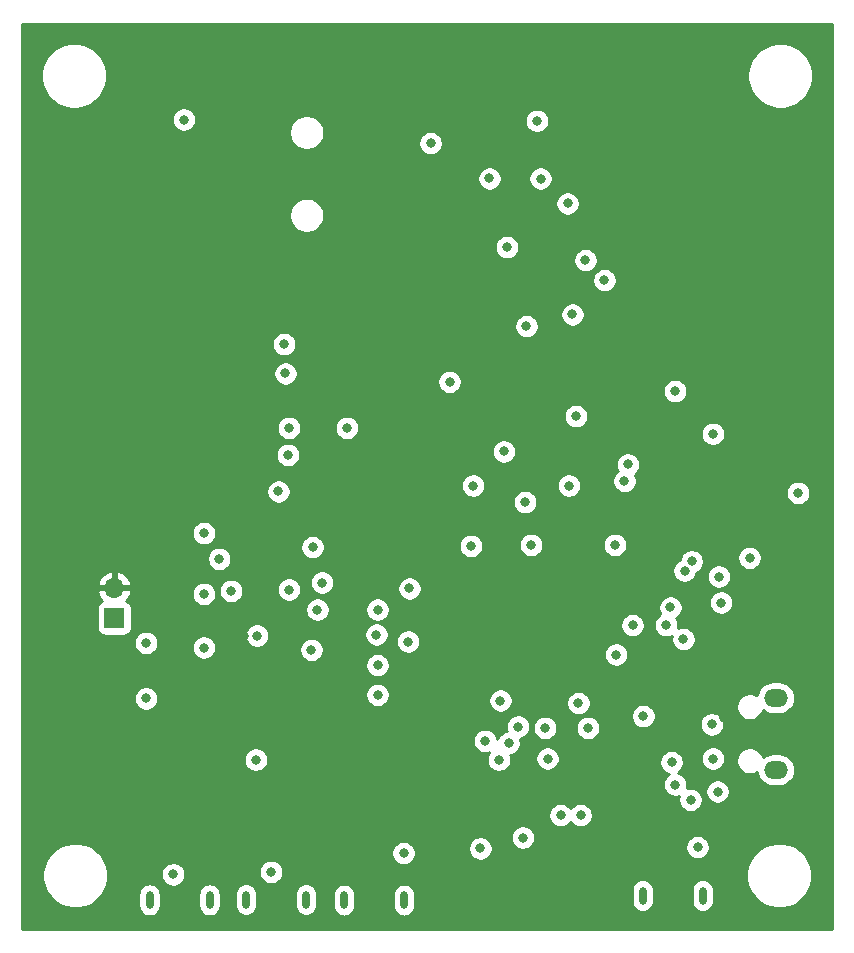
<source format=gbr>
%TF.GenerationSoftware,KiCad,Pcbnew,5.1.10-88a1d61d58~88~ubuntu20.04.1*%
%TF.CreationDate,2021-05-09T11:34:52+02:00*%
%TF.ProjectId,osw-light-modifiedv2,6f73772d-6c69-4676-9874-2d6d6f646966,rev?*%
%TF.SameCoordinates,Original*%
%TF.FileFunction,Copper,L2,Inr*%
%TF.FilePolarity,Positive*%
%FSLAX46Y46*%
G04 Gerber Fmt 4.6, Leading zero omitted, Abs format (unit mm)*
G04 Created by KiCad (PCBNEW 5.1.10-88a1d61d58~88~ubuntu20.04.1) date 2021-05-09 11:34:52*
%MOMM*%
%LPD*%
G01*
G04 APERTURE LIST*
%TA.AperFunction,ComponentPad*%
%ADD10O,2.000000X1.500000*%
%TD*%
%TA.AperFunction,ComponentPad*%
%ADD11O,0.600000X1.524000*%
%TD*%
%TA.AperFunction,ComponentPad*%
%ADD12O,1.700000X1.700000*%
%TD*%
%TA.AperFunction,ComponentPad*%
%ADD13R,1.700000X1.700000*%
%TD*%
%TA.AperFunction,ViaPad*%
%ADD14C,0.800000*%
%TD*%
%TA.AperFunction,Conductor*%
%ADD15C,0.254000*%
%TD*%
%TA.AperFunction,Conductor*%
%ADD16C,0.100000*%
%TD*%
G04 APERTURE END LIST*
D10*
%TO.N,*%
%TO.C,U12*%
X169527000Y-91752000D03*
X169527000Y-97848000D03*
%TD*%
D11*
%TO.N,*%
%TO.C,SW4*%
X138055001Y-108886999D03*
X132975001Y-108886999D03*
%TD*%
%TO.N,*%
%TO.C,SW3*%
X163325001Y-108516999D03*
X158245001Y-108516999D03*
%TD*%
%TO.N,*%
%TO.C,SW2*%
X121575001Y-108866999D03*
X116495001Y-108866999D03*
%TD*%
%TO.N,*%
%TO.C,SW1*%
X129740000Y-108850000D03*
X124660000Y-108850000D03*
%TD*%
D12*
%TO.N,GND*%
%TO.C,J3*%
X113500000Y-82460000D03*
D13*
%TO.N,/VBAT*%
X113500000Y-85000000D03*
%TD*%
D14*
%TO.N,/VBUS*%
X125500000Y-97000000D03*
X164600000Y-99700000D03*
%TO.N,GND*%
X163300000Y-86800000D03*
X132800000Y-61900000D03*
X131600000Y-91400000D03*
X131600000Y-89000000D03*
X127000000Y-93600000D03*
X124000000Y-93700000D03*
X135800000Y-82000000D03*
X136800000Y-79000000D03*
X133300000Y-74300000D03*
X113500000Y-79500000D03*
X119000000Y-74500000D03*
X118900000Y-94800000D03*
X109500000Y-95700000D03*
X143600000Y-99100000D03*
X138400000Y-106900000D03*
X149800000Y-109200000D03*
X149100000Y-101300000D03*
X153400000Y-99200000D03*
X165100000Y-93500000D03*
X156500000Y-61300000D03*
X159500000Y-62700000D03*
X161600000Y-71900000D03*
X165700000Y-79900000D03*
X158100000Y-100500000D03*
X163600000Y-106500000D03*
X116000000Y-99000000D03*
X124900000Y-104800000D03*
X117100000Y-104800000D03*
X132600000Y-71300000D03*
X135500000Y-62000000D03*
X132800000Y-64400000D03*
X130000000Y-57000000D03*
X131500000Y-55500000D03*
X131500000Y-57000000D03*
X130000000Y-55500000D03*
X149300000Y-51500000D03*
X148200000Y-50500000D03*
X153000000Y-44300000D03*
X156400000Y-51000000D03*
X163800000Y-80100000D03*
X160700000Y-90600000D03*
X124500000Y-86500000D03*
X124500000Y-84500000D03*
X158300000Y-76000000D03*
%TO.N,+3V3*%
X135700000Y-86400000D03*
X160700000Y-97200000D03*
X155900000Y-78800000D03*
X135800000Y-91500000D03*
X135800000Y-89000000D03*
X153600000Y-94300000D03*
X150000000Y-94300000D03*
X148100000Y-103600000D03*
X150200000Y-96900000D03*
X146500000Y-70900000D03*
X164200000Y-69400000D03*
X167300000Y-79900000D03*
X171400000Y-74400000D03*
X162300000Y-100400000D03*
X162900000Y-104400000D03*
X118500000Y-106700000D03*
X126800000Y-106500000D03*
X138000000Y-104900000D03*
X161700000Y-86800000D03*
X164900000Y-83700000D03*
X161800000Y-81000000D03*
X156700000Y-73400000D03*
%TO.N,/VBAT*%
X116200000Y-91800000D03*
X116200000Y-87100000D03*
%TO.N,/VCC*%
X135800000Y-84300000D03*
X121100000Y-82950000D03*
X133200000Y-68900000D03*
X127400000Y-74280000D03*
X130300000Y-79000000D03*
X131100000Y-82000000D03*
X128300000Y-68900000D03*
X128200000Y-71200000D03*
X130700000Y-84300000D03*
X125600000Y-86500000D03*
%TO.N,/LEDK*%
X153000000Y-101700000D03*
%TO.N,/STAT_PWR*%
X138400000Y-87000000D03*
X121100000Y-87500000D03*
X128300000Y-82600000D03*
X130200000Y-87700000D03*
%TO.N,/B_MON*%
X148300000Y-75200000D03*
X121100000Y-77825000D03*
%TO.N,/PIN_LED*%
X144500000Y-104500000D03*
X138500000Y-82500000D03*
%TO.N,/EN*%
X158300000Y-93300000D03*
X157000014Y-72000000D03*
%TO.N,Net-(R14-Pad1)*%
X123400000Y-82700000D03*
X122400000Y-80000000D03*
%TO.N,/SDA*%
X160600000Y-84100000D03*
X162400000Y-80200000D03*
%TO.N,/SCL*%
X156000000Y-88100000D03*
X164700000Y-81500000D03*
X157400000Y-85600000D03*
X160225010Y-85600000D03*
%TO.N,/TFT_CS*%
X147700000Y-94200016D03*
%TO.N,/SCK*%
X146900000Y-95600000D03*
%TO.N,/MOSI*%
X146074990Y-97000000D03*
%TO.N,/RX*%
X161000000Y-99100000D03*
X152800000Y-92200000D03*
%TO.N,/TFT_RST*%
X148800000Y-78800000D03*
X146200000Y-92000000D03*
X144900006Y-95400000D03*
%TO.N,/TFT_DC*%
X143704000Y-78900000D03*
%TO.N,Net-(C2-Pad1)*%
X155000000Y-56400000D03*
X146760000Y-53600000D03*
X145270000Y-47780000D03*
%TO.N,/REF_OUT*%
X148400000Y-60300000D03*
X152300000Y-59300000D03*
%TO.N,+3.3VA*%
X141900000Y-65000000D03*
X161000000Y-65800000D03*
X119400000Y-42800000D03*
X140300000Y-44800000D03*
X151900000Y-49900000D03*
X149300000Y-42900000D03*
X149600000Y-47800000D03*
X128000000Y-64300000D03*
X127900000Y-61820000D03*
%TO.N,/SCL_2*%
X143900000Y-73800000D03*
X152000000Y-73800000D03*
%TO.N,Net-(R32-Pad1)*%
X164100000Y-94000000D03*
X164200000Y-96900000D03*
%TO.N,Net-(R33-Pad2)*%
X151300000Y-101700000D03*
%TO.N,/LO*%
X153400000Y-54700000D03*
X152600000Y-67900000D03*
%TD*%
D15*
%TO.N,GND*%
X174315001Y-111315000D02*
X105685000Y-111315000D01*
X105685000Y-106525701D01*
X107415000Y-106525701D01*
X107415000Y-107074299D01*
X107522026Y-107612354D01*
X107731965Y-108119192D01*
X108036750Y-108575334D01*
X108424666Y-108963250D01*
X108880808Y-109268035D01*
X109387646Y-109477974D01*
X109925701Y-109585000D01*
X110474299Y-109585000D01*
X111012354Y-109477974D01*
X111261124Y-109374930D01*
X115560001Y-109374930D01*
X115573530Y-109512290D01*
X115626994Y-109688538D01*
X115713815Y-109850970D01*
X115830657Y-109993343D01*
X115973029Y-110110185D01*
X116135461Y-110197006D01*
X116311709Y-110250470D01*
X116495001Y-110268523D01*
X116678292Y-110250470D01*
X116854540Y-110197006D01*
X117016972Y-110110185D01*
X117159345Y-109993343D01*
X117276187Y-109850971D01*
X117363008Y-109688539D01*
X117416472Y-109512291D01*
X117430001Y-109374931D01*
X117430001Y-109374930D01*
X120640001Y-109374930D01*
X120653530Y-109512290D01*
X120706994Y-109688538D01*
X120793815Y-109850970D01*
X120910657Y-109993343D01*
X121053029Y-110110185D01*
X121215461Y-110197006D01*
X121391709Y-110250470D01*
X121575001Y-110268523D01*
X121758292Y-110250470D01*
X121934540Y-110197006D01*
X122096972Y-110110185D01*
X122239345Y-109993343D01*
X122356187Y-109850971D01*
X122443008Y-109688539D01*
X122496472Y-109512291D01*
X122510001Y-109374931D01*
X122510001Y-109357931D01*
X123725000Y-109357931D01*
X123738529Y-109495291D01*
X123791993Y-109671539D01*
X123878814Y-109833971D01*
X123995656Y-109976344D01*
X124138028Y-110093186D01*
X124300460Y-110180007D01*
X124476708Y-110233471D01*
X124660000Y-110251524D01*
X124843291Y-110233471D01*
X125019539Y-110180007D01*
X125181971Y-110093186D01*
X125324344Y-109976344D01*
X125441186Y-109833972D01*
X125528007Y-109671540D01*
X125581471Y-109495292D01*
X125595000Y-109357932D01*
X125595000Y-109357931D01*
X128805000Y-109357931D01*
X128818529Y-109495291D01*
X128871993Y-109671539D01*
X128958814Y-109833971D01*
X129075656Y-109976344D01*
X129218028Y-110093186D01*
X129380460Y-110180007D01*
X129556708Y-110233471D01*
X129740000Y-110251524D01*
X129923291Y-110233471D01*
X130099539Y-110180007D01*
X130261971Y-110093186D01*
X130404344Y-109976344D01*
X130521186Y-109833972D01*
X130608007Y-109671540D01*
X130661471Y-109495292D01*
X130671355Y-109394930D01*
X132040001Y-109394930D01*
X132053530Y-109532290D01*
X132106994Y-109708538D01*
X132193815Y-109870970D01*
X132310657Y-110013343D01*
X132453029Y-110130185D01*
X132615461Y-110217006D01*
X132791709Y-110270470D01*
X132975001Y-110288523D01*
X133158292Y-110270470D01*
X133334540Y-110217006D01*
X133496972Y-110130185D01*
X133639345Y-110013343D01*
X133756187Y-109870971D01*
X133843008Y-109708539D01*
X133896472Y-109532291D01*
X133910001Y-109394931D01*
X133910001Y-109394930D01*
X137120001Y-109394930D01*
X137133530Y-109532290D01*
X137186994Y-109708538D01*
X137273815Y-109870970D01*
X137390657Y-110013343D01*
X137533029Y-110130185D01*
X137695461Y-110217006D01*
X137871709Y-110270470D01*
X138055001Y-110288523D01*
X138238292Y-110270470D01*
X138414540Y-110217006D01*
X138576972Y-110130185D01*
X138719345Y-110013343D01*
X138836187Y-109870971D01*
X138923008Y-109708539D01*
X138976472Y-109532291D01*
X138990001Y-109394931D01*
X138990001Y-109024930D01*
X157310001Y-109024930D01*
X157323530Y-109162290D01*
X157376994Y-109338538D01*
X157463815Y-109500970D01*
X157580657Y-109643343D01*
X157723029Y-109760185D01*
X157885461Y-109847006D01*
X158061709Y-109900470D01*
X158245001Y-109918523D01*
X158428292Y-109900470D01*
X158604540Y-109847006D01*
X158766972Y-109760185D01*
X158909345Y-109643343D01*
X159026187Y-109500971D01*
X159113008Y-109338539D01*
X159166472Y-109162291D01*
X159180001Y-109024931D01*
X159180001Y-109024930D01*
X162390001Y-109024930D01*
X162403530Y-109162290D01*
X162456994Y-109338538D01*
X162543815Y-109500970D01*
X162660657Y-109643343D01*
X162803029Y-109760185D01*
X162965461Y-109847006D01*
X163141709Y-109900470D01*
X163325001Y-109918523D01*
X163508292Y-109900470D01*
X163684540Y-109847006D01*
X163846972Y-109760185D01*
X163989345Y-109643343D01*
X164106187Y-109500971D01*
X164193008Y-109338539D01*
X164246472Y-109162291D01*
X164260001Y-109024931D01*
X164260001Y-108009067D01*
X164246472Y-107871707D01*
X164193008Y-107695459D01*
X164106187Y-107533027D01*
X163989345Y-107390655D01*
X163846973Y-107273813D01*
X163684541Y-107186992D01*
X163508293Y-107133528D01*
X163325001Y-107115475D01*
X163141710Y-107133528D01*
X162965462Y-107186992D01*
X162803030Y-107273813D01*
X162660658Y-107390655D01*
X162543816Y-107533027D01*
X162456995Y-107695459D01*
X162403531Y-107871707D01*
X162390002Y-108009067D01*
X162390001Y-109024930D01*
X159180001Y-109024930D01*
X159180001Y-108009067D01*
X159166472Y-107871707D01*
X159113008Y-107695459D01*
X159026187Y-107533027D01*
X158909345Y-107390655D01*
X158766973Y-107273813D01*
X158604541Y-107186992D01*
X158428293Y-107133528D01*
X158245001Y-107115475D01*
X158061710Y-107133528D01*
X157885462Y-107186992D01*
X157723030Y-107273813D01*
X157580658Y-107390655D01*
X157463816Y-107533027D01*
X157376995Y-107695459D01*
X157323531Y-107871707D01*
X157310002Y-108009067D01*
X157310001Y-109024930D01*
X138990001Y-109024930D01*
X138990001Y-108379067D01*
X138976472Y-108241707D01*
X138923008Y-108065459D01*
X138836187Y-107903027D01*
X138719345Y-107760655D01*
X138576973Y-107643813D01*
X138414541Y-107556992D01*
X138238293Y-107503528D01*
X138055001Y-107485475D01*
X137871710Y-107503528D01*
X137695462Y-107556992D01*
X137533030Y-107643813D01*
X137390658Y-107760655D01*
X137273816Y-107903027D01*
X137186995Y-108065459D01*
X137133531Y-108241707D01*
X137120002Y-108379067D01*
X137120001Y-109394930D01*
X133910001Y-109394930D01*
X133910001Y-108379067D01*
X133896472Y-108241707D01*
X133843008Y-108065459D01*
X133756187Y-107903027D01*
X133639345Y-107760655D01*
X133496973Y-107643813D01*
X133334541Y-107556992D01*
X133158293Y-107503528D01*
X132975001Y-107485475D01*
X132791710Y-107503528D01*
X132615462Y-107556992D01*
X132453030Y-107643813D01*
X132310658Y-107760655D01*
X132193816Y-107903027D01*
X132106995Y-108065459D01*
X132053531Y-108241707D01*
X132040002Y-108379067D01*
X132040001Y-109394930D01*
X130671355Y-109394930D01*
X130675000Y-109357932D01*
X130675000Y-108342068D01*
X130661471Y-108204708D01*
X130608007Y-108028460D01*
X130521186Y-107866028D01*
X130404344Y-107723656D01*
X130261972Y-107606814D01*
X130099540Y-107519993D01*
X129923292Y-107466529D01*
X129740000Y-107448476D01*
X129556709Y-107466529D01*
X129380461Y-107519993D01*
X129218029Y-107606814D01*
X129075657Y-107723656D01*
X128958815Y-107866028D01*
X128871994Y-108028460D01*
X128818530Y-108204708D01*
X128805001Y-108342068D01*
X128805000Y-109357931D01*
X125595000Y-109357931D01*
X125595000Y-108342068D01*
X125581471Y-108204708D01*
X125528007Y-108028460D01*
X125441186Y-107866028D01*
X125324344Y-107723656D01*
X125181972Y-107606814D01*
X125019540Y-107519993D01*
X124843292Y-107466529D01*
X124660000Y-107448476D01*
X124476709Y-107466529D01*
X124300461Y-107519993D01*
X124138029Y-107606814D01*
X123995657Y-107723656D01*
X123878815Y-107866028D01*
X123791994Y-108028460D01*
X123738530Y-108204708D01*
X123725001Y-108342068D01*
X123725000Y-109357931D01*
X122510001Y-109357931D01*
X122510001Y-108359067D01*
X122496472Y-108221707D01*
X122443008Y-108045459D01*
X122356187Y-107883027D01*
X122239345Y-107740655D01*
X122096973Y-107623813D01*
X121934541Y-107536992D01*
X121758293Y-107483528D01*
X121575001Y-107465475D01*
X121391710Y-107483528D01*
X121215462Y-107536992D01*
X121053030Y-107623813D01*
X120910658Y-107740655D01*
X120793816Y-107883027D01*
X120706995Y-108045459D01*
X120653531Y-108221707D01*
X120640002Y-108359067D01*
X120640001Y-109374930D01*
X117430001Y-109374930D01*
X117430001Y-108359067D01*
X117416472Y-108221707D01*
X117363008Y-108045459D01*
X117276187Y-107883027D01*
X117159345Y-107740655D01*
X117016973Y-107623813D01*
X116854541Y-107536992D01*
X116678293Y-107483528D01*
X116495001Y-107465475D01*
X116311710Y-107483528D01*
X116135462Y-107536992D01*
X115973030Y-107623813D01*
X115830658Y-107740655D01*
X115713816Y-107883027D01*
X115626995Y-108045459D01*
X115573531Y-108221707D01*
X115560002Y-108359067D01*
X115560001Y-109374930D01*
X111261124Y-109374930D01*
X111519192Y-109268035D01*
X111975334Y-108963250D01*
X112363250Y-108575334D01*
X112668035Y-108119192D01*
X112877974Y-107612354D01*
X112985000Y-107074299D01*
X112985000Y-106598061D01*
X117465000Y-106598061D01*
X117465000Y-106801939D01*
X117504774Y-107001898D01*
X117582795Y-107190256D01*
X117696063Y-107359774D01*
X117840226Y-107503937D01*
X118009744Y-107617205D01*
X118198102Y-107695226D01*
X118398061Y-107735000D01*
X118601939Y-107735000D01*
X118801898Y-107695226D01*
X118990256Y-107617205D01*
X119159774Y-107503937D01*
X119303937Y-107359774D01*
X119417205Y-107190256D01*
X119495226Y-107001898D01*
X119535000Y-106801939D01*
X119535000Y-106598061D01*
X119495226Y-106398102D01*
X119495210Y-106398061D01*
X125765000Y-106398061D01*
X125765000Y-106601939D01*
X125804774Y-106801898D01*
X125882795Y-106990256D01*
X125996063Y-107159774D01*
X126140226Y-107303937D01*
X126309744Y-107417205D01*
X126498102Y-107495226D01*
X126698061Y-107535000D01*
X126901939Y-107535000D01*
X127101898Y-107495226D01*
X127290256Y-107417205D01*
X127459774Y-107303937D01*
X127603937Y-107159774D01*
X127717205Y-106990256D01*
X127795226Y-106801898D01*
X127835000Y-106601939D01*
X127835000Y-106525701D01*
X167015000Y-106525701D01*
X167015000Y-107074299D01*
X167122026Y-107612354D01*
X167331965Y-108119192D01*
X167636750Y-108575334D01*
X168024666Y-108963250D01*
X168480808Y-109268035D01*
X168987646Y-109477974D01*
X169525701Y-109585000D01*
X170074299Y-109585000D01*
X170612354Y-109477974D01*
X171119192Y-109268035D01*
X171575334Y-108963250D01*
X171963250Y-108575334D01*
X172268035Y-108119192D01*
X172477974Y-107612354D01*
X172585000Y-107074299D01*
X172585000Y-106525701D01*
X172477974Y-105987646D01*
X172268035Y-105480808D01*
X171963250Y-105024666D01*
X171575334Y-104636750D01*
X171119192Y-104331965D01*
X170612354Y-104122026D01*
X170074299Y-104015000D01*
X169525701Y-104015000D01*
X168987646Y-104122026D01*
X168480808Y-104331965D01*
X168024666Y-104636750D01*
X167636750Y-105024666D01*
X167331965Y-105480808D01*
X167122026Y-105987646D01*
X167015000Y-106525701D01*
X127835000Y-106525701D01*
X127835000Y-106398061D01*
X127795226Y-106198102D01*
X127717205Y-106009744D01*
X127603937Y-105840226D01*
X127459774Y-105696063D01*
X127290256Y-105582795D01*
X127101898Y-105504774D01*
X126901939Y-105465000D01*
X126698061Y-105465000D01*
X126498102Y-105504774D01*
X126309744Y-105582795D01*
X126140226Y-105696063D01*
X125996063Y-105840226D01*
X125882795Y-106009744D01*
X125804774Y-106198102D01*
X125765000Y-106398061D01*
X119495210Y-106398061D01*
X119417205Y-106209744D01*
X119303937Y-106040226D01*
X119159774Y-105896063D01*
X118990256Y-105782795D01*
X118801898Y-105704774D01*
X118601939Y-105665000D01*
X118398061Y-105665000D01*
X118198102Y-105704774D01*
X118009744Y-105782795D01*
X117840226Y-105896063D01*
X117696063Y-106040226D01*
X117582795Y-106209744D01*
X117504774Y-106398102D01*
X117465000Y-106598061D01*
X112985000Y-106598061D01*
X112985000Y-106525701D01*
X112877974Y-105987646D01*
X112668035Y-105480808D01*
X112363250Y-105024666D01*
X112136645Y-104798061D01*
X136965000Y-104798061D01*
X136965000Y-105001939D01*
X137004774Y-105201898D01*
X137082795Y-105390256D01*
X137196063Y-105559774D01*
X137340226Y-105703937D01*
X137509744Y-105817205D01*
X137698102Y-105895226D01*
X137898061Y-105935000D01*
X138101939Y-105935000D01*
X138301898Y-105895226D01*
X138490256Y-105817205D01*
X138659774Y-105703937D01*
X138803937Y-105559774D01*
X138917205Y-105390256D01*
X138995226Y-105201898D01*
X139035000Y-105001939D01*
X139035000Y-104798061D01*
X138995226Y-104598102D01*
X138917205Y-104409744D01*
X138909399Y-104398061D01*
X143465000Y-104398061D01*
X143465000Y-104601939D01*
X143504774Y-104801898D01*
X143582795Y-104990256D01*
X143696063Y-105159774D01*
X143840226Y-105303937D01*
X144009744Y-105417205D01*
X144198102Y-105495226D01*
X144398061Y-105535000D01*
X144601939Y-105535000D01*
X144801898Y-105495226D01*
X144990256Y-105417205D01*
X145159774Y-105303937D01*
X145303937Y-105159774D01*
X145417205Y-104990256D01*
X145495226Y-104801898D01*
X145535000Y-104601939D01*
X145535000Y-104398061D01*
X145495226Y-104198102D01*
X145417205Y-104009744D01*
X145303937Y-103840226D01*
X145159774Y-103696063D01*
X144990256Y-103582795D01*
X144801898Y-103504774D01*
X144768150Y-103498061D01*
X147065000Y-103498061D01*
X147065000Y-103701939D01*
X147104774Y-103901898D01*
X147182795Y-104090256D01*
X147296063Y-104259774D01*
X147440226Y-104403937D01*
X147609744Y-104517205D01*
X147798102Y-104595226D01*
X147998061Y-104635000D01*
X148201939Y-104635000D01*
X148401898Y-104595226D01*
X148590256Y-104517205D01*
X148759774Y-104403937D01*
X148865650Y-104298061D01*
X161865000Y-104298061D01*
X161865000Y-104501939D01*
X161904774Y-104701898D01*
X161982795Y-104890256D01*
X162096063Y-105059774D01*
X162240226Y-105203937D01*
X162409744Y-105317205D01*
X162598102Y-105395226D01*
X162798061Y-105435000D01*
X163001939Y-105435000D01*
X163201898Y-105395226D01*
X163390256Y-105317205D01*
X163559774Y-105203937D01*
X163703937Y-105059774D01*
X163817205Y-104890256D01*
X163895226Y-104701898D01*
X163935000Y-104501939D01*
X163935000Y-104298061D01*
X163895226Y-104098102D01*
X163817205Y-103909744D01*
X163703937Y-103740226D01*
X163559774Y-103596063D01*
X163390256Y-103482795D01*
X163201898Y-103404774D01*
X163001939Y-103365000D01*
X162798061Y-103365000D01*
X162598102Y-103404774D01*
X162409744Y-103482795D01*
X162240226Y-103596063D01*
X162096063Y-103740226D01*
X161982795Y-103909744D01*
X161904774Y-104098102D01*
X161865000Y-104298061D01*
X148865650Y-104298061D01*
X148903937Y-104259774D01*
X149017205Y-104090256D01*
X149095226Y-103901898D01*
X149135000Y-103701939D01*
X149135000Y-103498061D01*
X149095226Y-103298102D01*
X149017205Y-103109744D01*
X148903937Y-102940226D01*
X148759774Y-102796063D01*
X148590256Y-102682795D01*
X148401898Y-102604774D01*
X148201939Y-102565000D01*
X147998061Y-102565000D01*
X147798102Y-102604774D01*
X147609744Y-102682795D01*
X147440226Y-102796063D01*
X147296063Y-102940226D01*
X147182795Y-103109744D01*
X147104774Y-103298102D01*
X147065000Y-103498061D01*
X144768150Y-103498061D01*
X144601939Y-103465000D01*
X144398061Y-103465000D01*
X144198102Y-103504774D01*
X144009744Y-103582795D01*
X143840226Y-103696063D01*
X143696063Y-103840226D01*
X143582795Y-104009744D01*
X143504774Y-104198102D01*
X143465000Y-104398061D01*
X138909399Y-104398061D01*
X138803937Y-104240226D01*
X138659774Y-104096063D01*
X138490256Y-103982795D01*
X138301898Y-103904774D01*
X138101939Y-103865000D01*
X137898061Y-103865000D01*
X137698102Y-103904774D01*
X137509744Y-103982795D01*
X137340226Y-104096063D01*
X137196063Y-104240226D01*
X137082795Y-104409744D01*
X137004774Y-104598102D01*
X136965000Y-104798061D01*
X112136645Y-104798061D01*
X111975334Y-104636750D01*
X111519192Y-104331965D01*
X111012354Y-104122026D01*
X110474299Y-104015000D01*
X109925701Y-104015000D01*
X109387646Y-104122026D01*
X108880808Y-104331965D01*
X108424666Y-104636750D01*
X108036750Y-105024666D01*
X107731965Y-105480808D01*
X107522026Y-105987646D01*
X107415000Y-106525701D01*
X105685000Y-106525701D01*
X105685000Y-101598061D01*
X150265000Y-101598061D01*
X150265000Y-101801939D01*
X150304774Y-102001898D01*
X150382795Y-102190256D01*
X150496063Y-102359774D01*
X150640226Y-102503937D01*
X150809744Y-102617205D01*
X150998102Y-102695226D01*
X151198061Y-102735000D01*
X151401939Y-102735000D01*
X151601898Y-102695226D01*
X151790256Y-102617205D01*
X151959774Y-102503937D01*
X152103937Y-102359774D01*
X152150000Y-102290836D01*
X152196063Y-102359774D01*
X152340226Y-102503937D01*
X152509744Y-102617205D01*
X152698102Y-102695226D01*
X152898061Y-102735000D01*
X153101939Y-102735000D01*
X153301898Y-102695226D01*
X153490256Y-102617205D01*
X153659774Y-102503937D01*
X153803937Y-102359774D01*
X153917205Y-102190256D01*
X153995226Y-102001898D01*
X154035000Y-101801939D01*
X154035000Y-101598061D01*
X153995226Y-101398102D01*
X153917205Y-101209744D01*
X153803937Y-101040226D01*
X153659774Y-100896063D01*
X153490256Y-100782795D01*
X153301898Y-100704774D01*
X153101939Y-100665000D01*
X152898061Y-100665000D01*
X152698102Y-100704774D01*
X152509744Y-100782795D01*
X152340226Y-100896063D01*
X152196063Y-101040226D01*
X152150000Y-101109164D01*
X152103937Y-101040226D01*
X151959774Y-100896063D01*
X151790256Y-100782795D01*
X151601898Y-100704774D01*
X151401939Y-100665000D01*
X151198061Y-100665000D01*
X150998102Y-100704774D01*
X150809744Y-100782795D01*
X150640226Y-100896063D01*
X150496063Y-101040226D01*
X150382795Y-101209744D01*
X150304774Y-101398102D01*
X150265000Y-101598061D01*
X105685000Y-101598061D01*
X105685000Y-96898061D01*
X124465000Y-96898061D01*
X124465000Y-97101939D01*
X124504774Y-97301898D01*
X124582795Y-97490256D01*
X124696063Y-97659774D01*
X124840226Y-97803937D01*
X125009744Y-97917205D01*
X125198102Y-97995226D01*
X125398061Y-98035000D01*
X125601939Y-98035000D01*
X125801898Y-97995226D01*
X125990256Y-97917205D01*
X126159774Y-97803937D01*
X126303937Y-97659774D01*
X126417205Y-97490256D01*
X126495226Y-97301898D01*
X126535000Y-97101939D01*
X126535000Y-96898061D01*
X126495226Y-96698102D01*
X126417205Y-96509744D01*
X126303937Y-96340226D01*
X126159774Y-96196063D01*
X125990256Y-96082795D01*
X125801898Y-96004774D01*
X125601939Y-95965000D01*
X125398061Y-95965000D01*
X125198102Y-96004774D01*
X125009744Y-96082795D01*
X124840226Y-96196063D01*
X124696063Y-96340226D01*
X124582795Y-96509744D01*
X124504774Y-96698102D01*
X124465000Y-96898061D01*
X105685000Y-96898061D01*
X105685000Y-95298061D01*
X143865006Y-95298061D01*
X143865006Y-95501939D01*
X143904780Y-95701898D01*
X143982801Y-95890256D01*
X144096069Y-96059774D01*
X144240232Y-96203937D01*
X144409750Y-96317205D01*
X144598108Y-96395226D01*
X144798067Y-96435000D01*
X145001945Y-96435000D01*
X145201904Y-96395226D01*
X145246702Y-96376670D01*
X145157785Y-96509744D01*
X145079764Y-96698102D01*
X145039990Y-96898061D01*
X145039990Y-97101939D01*
X145079764Y-97301898D01*
X145157785Y-97490256D01*
X145271053Y-97659774D01*
X145415216Y-97803937D01*
X145584734Y-97917205D01*
X145773092Y-97995226D01*
X145973051Y-98035000D01*
X146176929Y-98035000D01*
X146376888Y-97995226D01*
X146565246Y-97917205D01*
X146734764Y-97803937D01*
X146878927Y-97659774D01*
X146992195Y-97490256D01*
X147070216Y-97301898D01*
X147109990Y-97101939D01*
X147109990Y-96898061D01*
X147090099Y-96798061D01*
X149165000Y-96798061D01*
X149165000Y-97001939D01*
X149204774Y-97201898D01*
X149282795Y-97390256D01*
X149396063Y-97559774D01*
X149540226Y-97703937D01*
X149709744Y-97817205D01*
X149898102Y-97895226D01*
X150098061Y-97935000D01*
X150301939Y-97935000D01*
X150501898Y-97895226D01*
X150690256Y-97817205D01*
X150859774Y-97703937D01*
X151003937Y-97559774D01*
X151117205Y-97390256D01*
X151195226Y-97201898D01*
X151215880Y-97098061D01*
X159665000Y-97098061D01*
X159665000Y-97301939D01*
X159704774Y-97501898D01*
X159782795Y-97690256D01*
X159896063Y-97859774D01*
X160040226Y-98003937D01*
X160209744Y-98117205D01*
X160398102Y-98195226D01*
X160469797Y-98209487D01*
X160340226Y-98296063D01*
X160196063Y-98440226D01*
X160082795Y-98609744D01*
X160004774Y-98798102D01*
X159965000Y-98998061D01*
X159965000Y-99201939D01*
X160004774Y-99401898D01*
X160082795Y-99590256D01*
X160196063Y-99759774D01*
X160340226Y-99903937D01*
X160509744Y-100017205D01*
X160698102Y-100095226D01*
X160898061Y-100135000D01*
X161101939Y-100135000D01*
X161301898Y-100095226D01*
X161306808Y-100093192D01*
X161304774Y-100098102D01*
X161265000Y-100298061D01*
X161265000Y-100501939D01*
X161304774Y-100701898D01*
X161382795Y-100890256D01*
X161496063Y-101059774D01*
X161640226Y-101203937D01*
X161809744Y-101317205D01*
X161998102Y-101395226D01*
X162198061Y-101435000D01*
X162401939Y-101435000D01*
X162601898Y-101395226D01*
X162790256Y-101317205D01*
X162959774Y-101203937D01*
X163103937Y-101059774D01*
X163217205Y-100890256D01*
X163295226Y-100701898D01*
X163335000Y-100501939D01*
X163335000Y-100298061D01*
X163295226Y-100098102D01*
X163217205Y-99909744D01*
X163103937Y-99740226D01*
X162961772Y-99598061D01*
X163565000Y-99598061D01*
X163565000Y-99801939D01*
X163604774Y-100001898D01*
X163682795Y-100190256D01*
X163796063Y-100359774D01*
X163940226Y-100503937D01*
X164109744Y-100617205D01*
X164298102Y-100695226D01*
X164498061Y-100735000D01*
X164701939Y-100735000D01*
X164901898Y-100695226D01*
X165090256Y-100617205D01*
X165259774Y-100503937D01*
X165403937Y-100359774D01*
X165517205Y-100190256D01*
X165595226Y-100001898D01*
X165635000Y-99801939D01*
X165635000Y-99598061D01*
X165595226Y-99398102D01*
X165517205Y-99209744D01*
X165403937Y-99040226D01*
X165259774Y-98896063D01*
X165090256Y-98782795D01*
X164901898Y-98704774D01*
X164701939Y-98665000D01*
X164498061Y-98665000D01*
X164298102Y-98704774D01*
X164109744Y-98782795D01*
X163940226Y-98896063D01*
X163796063Y-99040226D01*
X163682795Y-99209744D01*
X163604774Y-99398102D01*
X163565000Y-99598061D01*
X162961772Y-99598061D01*
X162959774Y-99596063D01*
X162790256Y-99482795D01*
X162601898Y-99404774D01*
X162401939Y-99365000D01*
X162198061Y-99365000D01*
X161998102Y-99404774D01*
X161993192Y-99406808D01*
X161995226Y-99401898D01*
X162035000Y-99201939D01*
X162035000Y-98998061D01*
X161995226Y-98798102D01*
X161917205Y-98609744D01*
X161803937Y-98440226D01*
X161659774Y-98296063D01*
X161490256Y-98182795D01*
X161301898Y-98104774D01*
X161230203Y-98090513D01*
X161359774Y-98003937D01*
X161503937Y-97859774D01*
X161617205Y-97690256D01*
X161695226Y-97501898D01*
X161735000Y-97301939D01*
X161735000Y-97098061D01*
X161695226Y-96898102D01*
X161653788Y-96798061D01*
X163165000Y-96798061D01*
X163165000Y-97001939D01*
X163204774Y-97201898D01*
X163282795Y-97390256D01*
X163396063Y-97559774D01*
X163540226Y-97703937D01*
X163709744Y-97817205D01*
X163898102Y-97895226D01*
X164098061Y-97935000D01*
X164301939Y-97935000D01*
X164501898Y-97895226D01*
X164690256Y-97817205D01*
X164859774Y-97703937D01*
X165003937Y-97559774D01*
X165117205Y-97390256D01*
X165195226Y-97201898D01*
X165235000Y-97001939D01*
X165235000Y-96974212D01*
X166169500Y-96974212D01*
X166169500Y-97197788D01*
X166213117Y-97417067D01*
X166298676Y-97623624D01*
X166422888Y-97809520D01*
X166580980Y-97967612D01*
X166766876Y-98091824D01*
X166973433Y-98177383D01*
X167192712Y-98221000D01*
X167416288Y-98221000D01*
X167635567Y-98177383D01*
X167842124Y-98091824D01*
X167905165Y-98049701D01*
X167912040Y-98119507D01*
X167991236Y-98380581D01*
X168119843Y-98621188D01*
X168292919Y-98832081D01*
X168503812Y-99005157D01*
X168744419Y-99133764D01*
X169005493Y-99212960D01*
X169208963Y-99233000D01*
X169845037Y-99233000D01*
X170048507Y-99212960D01*
X170309581Y-99133764D01*
X170550188Y-99005157D01*
X170761081Y-98832081D01*
X170934157Y-98621188D01*
X171062764Y-98380581D01*
X171141960Y-98119507D01*
X171168701Y-97848000D01*
X171141960Y-97576493D01*
X171062764Y-97315419D01*
X170934157Y-97074812D01*
X170761081Y-96863919D01*
X170550188Y-96690843D01*
X170309581Y-96562236D01*
X170048507Y-96483040D01*
X169845037Y-96463000D01*
X169208963Y-96463000D01*
X169005493Y-96483040D01*
X168744419Y-96562236D01*
X168503812Y-96690843D01*
X168400070Y-96775982D01*
X168395883Y-96754933D01*
X168310324Y-96548376D01*
X168186112Y-96362480D01*
X168028020Y-96204388D01*
X167842124Y-96080176D01*
X167635567Y-95994617D01*
X167416288Y-95951000D01*
X167192712Y-95951000D01*
X166973433Y-95994617D01*
X166766876Y-96080176D01*
X166580980Y-96204388D01*
X166422888Y-96362480D01*
X166298676Y-96548376D01*
X166213117Y-96754933D01*
X166169500Y-96974212D01*
X165235000Y-96974212D01*
X165235000Y-96798061D01*
X165195226Y-96598102D01*
X165117205Y-96409744D01*
X165003937Y-96240226D01*
X164859774Y-96096063D01*
X164690256Y-95982795D01*
X164501898Y-95904774D01*
X164301939Y-95865000D01*
X164098061Y-95865000D01*
X163898102Y-95904774D01*
X163709744Y-95982795D01*
X163540226Y-96096063D01*
X163396063Y-96240226D01*
X163282795Y-96409744D01*
X163204774Y-96598102D01*
X163165000Y-96798061D01*
X161653788Y-96798061D01*
X161617205Y-96709744D01*
X161503937Y-96540226D01*
X161359774Y-96396063D01*
X161190256Y-96282795D01*
X161001898Y-96204774D01*
X160801939Y-96165000D01*
X160598061Y-96165000D01*
X160398102Y-96204774D01*
X160209744Y-96282795D01*
X160040226Y-96396063D01*
X159896063Y-96540226D01*
X159782795Y-96709744D01*
X159704774Y-96898102D01*
X159665000Y-97098061D01*
X151215880Y-97098061D01*
X151235000Y-97001939D01*
X151235000Y-96798061D01*
X151195226Y-96598102D01*
X151117205Y-96409744D01*
X151003937Y-96240226D01*
X150859774Y-96096063D01*
X150690256Y-95982795D01*
X150501898Y-95904774D01*
X150301939Y-95865000D01*
X150098061Y-95865000D01*
X149898102Y-95904774D01*
X149709744Y-95982795D01*
X149540226Y-96096063D01*
X149396063Y-96240226D01*
X149282795Y-96409744D01*
X149204774Y-96598102D01*
X149165000Y-96798061D01*
X147090099Y-96798061D01*
X147070216Y-96698102D01*
X147040870Y-96627256D01*
X147201898Y-96595226D01*
X147390256Y-96517205D01*
X147559774Y-96403937D01*
X147703937Y-96259774D01*
X147817205Y-96090256D01*
X147895226Y-95901898D01*
X147935000Y-95701939D01*
X147935000Y-95498061D01*
X147895226Y-95298102D01*
X147863983Y-95222675D01*
X148001898Y-95195242D01*
X148190256Y-95117221D01*
X148359774Y-95003953D01*
X148503937Y-94859790D01*
X148617205Y-94690272D01*
X148695226Y-94501914D01*
X148735000Y-94301955D01*
X148735000Y-94198061D01*
X148965000Y-94198061D01*
X148965000Y-94401939D01*
X149004774Y-94601898D01*
X149082795Y-94790256D01*
X149196063Y-94959774D01*
X149340226Y-95103937D01*
X149509744Y-95217205D01*
X149698102Y-95295226D01*
X149898061Y-95335000D01*
X150101939Y-95335000D01*
X150301898Y-95295226D01*
X150490256Y-95217205D01*
X150659774Y-95103937D01*
X150803937Y-94959774D01*
X150917205Y-94790256D01*
X150995226Y-94601898D01*
X151035000Y-94401939D01*
X151035000Y-94198061D01*
X152565000Y-94198061D01*
X152565000Y-94401939D01*
X152604774Y-94601898D01*
X152682795Y-94790256D01*
X152796063Y-94959774D01*
X152940226Y-95103937D01*
X153109744Y-95217205D01*
X153298102Y-95295226D01*
X153498061Y-95335000D01*
X153701939Y-95335000D01*
X153901898Y-95295226D01*
X154090256Y-95217205D01*
X154259774Y-95103937D01*
X154403937Y-94959774D01*
X154517205Y-94790256D01*
X154595226Y-94601898D01*
X154635000Y-94401939D01*
X154635000Y-94198061D01*
X154595226Y-93998102D01*
X154517205Y-93809744D01*
X154403937Y-93640226D01*
X154259774Y-93496063D01*
X154090256Y-93382795D01*
X153901898Y-93304774D01*
X153701939Y-93265000D01*
X153498061Y-93265000D01*
X153298102Y-93304774D01*
X153109744Y-93382795D01*
X152940226Y-93496063D01*
X152796063Y-93640226D01*
X152682795Y-93809744D01*
X152604774Y-93998102D01*
X152565000Y-94198061D01*
X151035000Y-94198061D01*
X150995226Y-93998102D01*
X150917205Y-93809744D01*
X150803937Y-93640226D01*
X150659774Y-93496063D01*
X150490256Y-93382795D01*
X150301898Y-93304774D01*
X150101939Y-93265000D01*
X149898061Y-93265000D01*
X149698102Y-93304774D01*
X149509744Y-93382795D01*
X149340226Y-93496063D01*
X149196063Y-93640226D01*
X149082795Y-93809744D01*
X149004774Y-93998102D01*
X148965000Y-94198061D01*
X148735000Y-94198061D01*
X148735000Y-94098077D01*
X148695226Y-93898118D01*
X148617205Y-93709760D01*
X148503937Y-93540242D01*
X148359774Y-93396079D01*
X148190256Y-93282811D01*
X148001898Y-93204790D01*
X147801939Y-93165016D01*
X147598061Y-93165016D01*
X147398102Y-93204790D01*
X147209744Y-93282811D01*
X147040226Y-93396079D01*
X146896063Y-93540242D01*
X146782795Y-93709760D01*
X146704774Y-93898118D01*
X146665000Y-94098077D01*
X146665000Y-94301955D01*
X146704774Y-94501914D01*
X146736017Y-94577341D01*
X146598102Y-94604774D01*
X146409744Y-94682795D01*
X146240226Y-94796063D01*
X146096063Y-94940226D01*
X145982795Y-95109744D01*
X145925204Y-95248781D01*
X145895232Y-95098102D01*
X145817211Y-94909744D01*
X145703943Y-94740226D01*
X145559780Y-94596063D01*
X145390262Y-94482795D01*
X145201904Y-94404774D01*
X145001945Y-94365000D01*
X144798067Y-94365000D01*
X144598108Y-94404774D01*
X144409750Y-94482795D01*
X144240232Y-94596063D01*
X144096069Y-94740226D01*
X143982801Y-94909744D01*
X143904780Y-95098102D01*
X143865006Y-95298061D01*
X105685000Y-95298061D01*
X105685000Y-91698061D01*
X115165000Y-91698061D01*
X115165000Y-91901939D01*
X115204774Y-92101898D01*
X115282795Y-92290256D01*
X115396063Y-92459774D01*
X115540226Y-92603937D01*
X115709744Y-92717205D01*
X115898102Y-92795226D01*
X116098061Y-92835000D01*
X116301939Y-92835000D01*
X116501898Y-92795226D01*
X116690256Y-92717205D01*
X116859774Y-92603937D01*
X117003937Y-92459774D01*
X117117205Y-92290256D01*
X117195226Y-92101898D01*
X117235000Y-91901939D01*
X117235000Y-91698061D01*
X117195226Y-91498102D01*
X117153788Y-91398061D01*
X134765000Y-91398061D01*
X134765000Y-91601939D01*
X134804774Y-91801898D01*
X134882795Y-91990256D01*
X134996063Y-92159774D01*
X135140226Y-92303937D01*
X135309744Y-92417205D01*
X135498102Y-92495226D01*
X135698061Y-92535000D01*
X135901939Y-92535000D01*
X136101898Y-92495226D01*
X136290256Y-92417205D01*
X136459774Y-92303937D01*
X136603937Y-92159774D01*
X136717205Y-91990256D01*
X136755393Y-91898061D01*
X145165000Y-91898061D01*
X145165000Y-92101939D01*
X145204774Y-92301898D01*
X145282795Y-92490256D01*
X145396063Y-92659774D01*
X145540226Y-92803937D01*
X145709744Y-92917205D01*
X145898102Y-92995226D01*
X146098061Y-93035000D01*
X146301939Y-93035000D01*
X146501898Y-92995226D01*
X146690256Y-92917205D01*
X146859774Y-92803937D01*
X147003937Y-92659774D01*
X147117205Y-92490256D01*
X147195226Y-92301898D01*
X147235000Y-92101939D01*
X147235000Y-92098061D01*
X151765000Y-92098061D01*
X151765000Y-92301939D01*
X151804774Y-92501898D01*
X151882795Y-92690256D01*
X151996063Y-92859774D01*
X152140226Y-93003937D01*
X152309744Y-93117205D01*
X152498102Y-93195226D01*
X152698061Y-93235000D01*
X152901939Y-93235000D01*
X153087645Y-93198061D01*
X157265000Y-93198061D01*
X157265000Y-93401939D01*
X157304774Y-93601898D01*
X157382795Y-93790256D01*
X157496063Y-93959774D01*
X157640226Y-94103937D01*
X157809744Y-94217205D01*
X157998102Y-94295226D01*
X158198061Y-94335000D01*
X158401939Y-94335000D01*
X158601898Y-94295226D01*
X158790256Y-94217205D01*
X158959774Y-94103937D01*
X159103937Y-93959774D01*
X159145172Y-93898061D01*
X163065000Y-93898061D01*
X163065000Y-94101939D01*
X163104774Y-94301898D01*
X163182795Y-94490256D01*
X163296063Y-94659774D01*
X163440226Y-94803937D01*
X163609744Y-94917205D01*
X163798102Y-94995226D01*
X163998061Y-95035000D01*
X164201939Y-95035000D01*
X164401898Y-94995226D01*
X164590256Y-94917205D01*
X164759774Y-94803937D01*
X164903937Y-94659774D01*
X165017205Y-94490256D01*
X165095226Y-94301898D01*
X165135000Y-94101939D01*
X165135000Y-93898061D01*
X165095226Y-93698102D01*
X165017205Y-93509744D01*
X164903937Y-93340226D01*
X164759774Y-93196063D01*
X164590256Y-93082795D01*
X164401898Y-93004774D01*
X164201939Y-92965000D01*
X163998061Y-92965000D01*
X163798102Y-93004774D01*
X163609744Y-93082795D01*
X163440226Y-93196063D01*
X163296063Y-93340226D01*
X163182795Y-93509744D01*
X163104774Y-93698102D01*
X163065000Y-93898061D01*
X159145172Y-93898061D01*
X159217205Y-93790256D01*
X159295226Y-93601898D01*
X159335000Y-93401939D01*
X159335000Y-93198061D01*
X159295226Y-92998102D01*
X159217205Y-92809744D01*
X159103937Y-92640226D01*
X158959774Y-92496063D01*
X158819316Y-92402212D01*
X166169500Y-92402212D01*
X166169500Y-92625788D01*
X166213117Y-92845067D01*
X166298676Y-93051624D01*
X166422888Y-93237520D01*
X166580980Y-93395612D01*
X166766876Y-93519824D01*
X166973433Y-93605383D01*
X167192712Y-93649000D01*
X167416288Y-93649000D01*
X167635567Y-93605383D01*
X167842124Y-93519824D01*
X168028020Y-93395612D01*
X168186112Y-93237520D01*
X168310324Y-93051624D01*
X168395883Y-92845067D01*
X168400070Y-92824018D01*
X168503812Y-92909157D01*
X168744419Y-93037764D01*
X169005493Y-93116960D01*
X169208963Y-93137000D01*
X169845037Y-93137000D01*
X170048507Y-93116960D01*
X170309581Y-93037764D01*
X170550188Y-92909157D01*
X170761081Y-92736081D01*
X170934157Y-92525188D01*
X171062764Y-92284581D01*
X171141960Y-92023507D01*
X171168701Y-91752000D01*
X171141960Y-91480493D01*
X171062764Y-91219419D01*
X170934157Y-90978812D01*
X170761081Y-90767919D01*
X170550188Y-90594843D01*
X170309581Y-90466236D01*
X170048507Y-90387040D01*
X169845037Y-90367000D01*
X169208963Y-90367000D01*
X169005493Y-90387040D01*
X168744419Y-90466236D01*
X168503812Y-90594843D01*
X168292919Y-90767919D01*
X168119843Y-90978812D01*
X167991236Y-91219419D01*
X167912040Y-91480493D01*
X167905165Y-91550299D01*
X167842124Y-91508176D01*
X167635567Y-91422617D01*
X167416288Y-91379000D01*
X167192712Y-91379000D01*
X166973433Y-91422617D01*
X166766876Y-91508176D01*
X166580980Y-91632388D01*
X166422888Y-91790480D01*
X166298676Y-91976376D01*
X166213117Y-92182933D01*
X166169500Y-92402212D01*
X158819316Y-92402212D01*
X158790256Y-92382795D01*
X158601898Y-92304774D01*
X158401939Y-92265000D01*
X158198061Y-92265000D01*
X157998102Y-92304774D01*
X157809744Y-92382795D01*
X157640226Y-92496063D01*
X157496063Y-92640226D01*
X157382795Y-92809744D01*
X157304774Y-92998102D01*
X157265000Y-93198061D01*
X153087645Y-93198061D01*
X153101898Y-93195226D01*
X153290256Y-93117205D01*
X153459774Y-93003937D01*
X153603937Y-92859774D01*
X153717205Y-92690256D01*
X153795226Y-92501898D01*
X153835000Y-92301939D01*
X153835000Y-92098061D01*
X153795226Y-91898102D01*
X153717205Y-91709744D01*
X153603937Y-91540226D01*
X153459774Y-91396063D01*
X153290256Y-91282795D01*
X153101898Y-91204774D01*
X152901939Y-91165000D01*
X152698061Y-91165000D01*
X152498102Y-91204774D01*
X152309744Y-91282795D01*
X152140226Y-91396063D01*
X151996063Y-91540226D01*
X151882795Y-91709744D01*
X151804774Y-91898102D01*
X151765000Y-92098061D01*
X147235000Y-92098061D01*
X147235000Y-91898061D01*
X147195226Y-91698102D01*
X147117205Y-91509744D01*
X147003937Y-91340226D01*
X146859774Y-91196063D01*
X146690256Y-91082795D01*
X146501898Y-91004774D01*
X146301939Y-90965000D01*
X146098061Y-90965000D01*
X145898102Y-91004774D01*
X145709744Y-91082795D01*
X145540226Y-91196063D01*
X145396063Y-91340226D01*
X145282795Y-91509744D01*
X145204774Y-91698102D01*
X145165000Y-91898061D01*
X136755393Y-91898061D01*
X136795226Y-91801898D01*
X136835000Y-91601939D01*
X136835000Y-91398061D01*
X136795226Y-91198102D01*
X136717205Y-91009744D01*
X136603937Y-90840226D01*
X136459774Y-90696063D01*
X136290256Y-90582795D01*
X136101898Y-90504774D01*
X135901939Y-90465000D01*
X135698061Y-90465000D01*
X135498102Y-90504774D01*
X135309744Y-90582795D01*
X135140226Y-90696063D01*
X134996063Y-90840226D01*
X134882795Y-91009744D01*
X134804774Y-91198102D01*
X134765000Y-91398061D01*
X117153788Y-91398061D01*
X117117205Y-91309744D01*
X117003937Y-91140226D01*
X116859774Y-90996063D01*
X116690256Y-90882795D01*
X116501898Y-90804774D01*
X116301939Y-90765000D01*
X116098061Y-90765000D01*
X115898102Y-90804774D01*
X115709744Y-90882795D01*
X115540226Y-90996063D01*
X115396063Y-91140226D01*
X115282795Y-91309744D01*
X115204774Y-91498102D01*
X115165000Y-91698061D01*
X105685000Y-91698061D01*
X105685000Y-88898061D01*
X134765000Y-88898061D01*
X134765000Y-89101939D01*
X134804774Y-89301898D01*
X134882795Y-89490256D01*
X134996063Y-89659774D01*
X135140226Y-89803937D01*
X135309744Y-89917205D01*
X135498102Y-89995226D01*
X135698061Y-90035000D01*
X135901939Y-90035000D01*
X136101898Y-89995226D01*
X136290256Y-89917205D01*
X136459774Y-89803937D01*
X136603937Y-89659774D01*
X136717205Y-89490256D01*
X136795226Y-89301898D01*
X136835000Y-89101939D01*
X136835000Y-88898061D01*
X136795226Y-88698102D01*
X136717205Y-88509744D01*
X136603937Y-88340226D01*
X136459774Y-88196063D01*
X136290256Y-88082795D01*
X136101898Y-88004774D01*
X135901939Y-87965000D01*
X135698061Y-87965000D01*
X135498102Y-88004774D01*
X135309744Y-88082795D01*
X135140226Y-88196063D01*
X134996063Y-88340226D01*
X134882795Y-88509744D01*
X134804774Y-88698102D01*
X134765000Y-88898061D01*
X105685000Y-88898061D01*
X105685000Y-86998061D01*
X115165000Y-86998061D01*
X115165000Y-87201939D01*
X115204774Y-87401898D01*
X115282795Y-87590256D01*
X115396063Y-87759774D01*
X115540226Y-87903937D01*
X115709744Y-88017205D01*
X115898102Y-88095226D01*
X116098061Y-88135000D01*
X116301939Y-88135000D01*
X116501898Y-88095226D01*
X116690256Y-88017205D01*
X116859774Y-87903937D01*
X117003937Y-87759774D01*
X117117205Y-87590256D01*
X117195226Y-87401898D01*
X117195989Y-87398061D01*
X120065000Y-87398061D01*
X120065000Y-87601939D01*
X120104774Y-87801898D01*
X120182795Y-87990256D01*
X120296063Y-88159774D01*
X120440226Y-88303937D01*
X120609744Y-88417205D01*
X120798102Y-88495226D01*
X120998061Y-88535000D01*
X121201939Y-88535000D01*
X121401898Y-88495226D01*
X121590256Y-88417205D01*
X121759774Y-88303937D01*
X121903937Y-88159774D01*
X122017205Y-87990256D01*
X122095226Y-87801898D01*
X122135000Y-87601939D01*
X122135000Y-87598061D01*
X129165000Y-87598061D01*
X129165000Y-87801939D01*
X129204774Y-88001898D01*
X129282795Y-88190256D01*
X129396063Y-88359774D01*
X129540226Y-88503937D01*
X129709744Y-88617205D01*
X129898102Y-88695226D01*
X130098061Y-88735000D01*
X130301939Y-88735000D01*
X130501898Y-88695226D01*
X130690256Y-88617205D01*
X130859774Y-88503937D01*
X131003937Y-88359774D01*
X131117205Y-88190256D01*
X131195226Y-88001898D01*
X131235000Y-87801939D01*
X131235000Y-87598061D01*
X131195226Y-87398102D01*
X131117205Y-87209744D01*
X131003937Y-87040226D01*
X130859774Y-86896063D01*
X130690256Y-86782795D01*
X130501898Y-86704774D01*
X130301939Y-86665000D01*
X130098061Y-86665000D01*
X129898102Y-86704774D01*
X129709744Y-86782795D01*
X129540226Y-86896063D01*
X129396063Y-87040226D01*
X129282795Y-87209744D01*
X129204774Y-87398102D01*
X129165000Y-87598061D01*
X122135000Y-87598061D01*
X122135000Y-87398061D01*
X122095226Y-87198102D01*
X122017205Y-87009744D01*
X121903937Y-86840226D01*
X121759774Y-86696063D01*
X121590256Y-86582795D01*
X121401898Y-86504774D01*
X121201939Y-86465000D01*
X120998061Y-86465000D01*
X120798102Y-86504774D01*
X120609744Y-86582795D01*
X120440226Y-86696063D01*
X120296063Y-86840226D01*
X120182795Y-87009744D01*
X120104774Y-87198102D01*
X120065000Y-87398061D01*
X117195989Y-87398061D01*
X117235000Y-87201939D01*
X117235000Y-86998061D01*
X117195226Y-86798102D01*
X117117205Y-86609744D01*
X117003937Y-86440226D01*
X116961772Y-86398061D01*
X124565000Y-86398061D01*
X124565000Y-86601939D01*
X124604774Y-86801898D01*
X124682795Y-86990256D01*
X124796063Y-87159774D01*
X124940226Y-87303937D01*
X125109744Y-87417205D01*
X125298102Y-87495226D01*
X125498061Y-87535000D01*
X125701939Y-87535000D01*
X125901898Y-87495226D01*
X126090256Y-87417205D01*
X126259774Y-87303937D01*
X126403937Y-87159774D01*
X126517205Y-86990256D01*
X126595226Y-86801898D01*
X126635000Y-86601939D01*
X126635000Y-86398061D01*
X126615109Y-86298061D01*
X134665000Y-86298061D01*
X134665000Y-86501939D01*
X134704774Y-86701898D01*
X134782795Y-86890256D01*
X134896063Y-87059774D01*
X135040226Y-87203937D01*
X135209744Y-87317205D01*
X135398102Y-87395226D01*
X135598061Y-87435000D01*
X135801939Y-87435000D01*
X136001898Y-87395226D01*
X136190256Y-87317205D01*
X136359774Y-87203937D01*
X136503937Y-87059774D01*
X136611989Y-86898061D01*
X137365000Y-86898061D01*
X137365000Y-87101939D01*
X137404774Y-87301898D01*
X137482795Y-87490256D01*
X137596063Y-87659774D01*
X137740226Y-87803937D01*
X137909744Y-87917205D01*
X138098102Y-87995226D01*
X138298061Y-88035000D01*
X138501939Y-88035000D01*
X138687645Y-87998061D01*
X154965000Y-87998061D01*
X154965000Y-88201939D01*
X155004774Y-88401898D01*
X155082795Y-88590256D01*
X155196063Y-88759774D01*
X155340226Y-88903937D01*
X155509744Y-89017205D01*
X155698102Y-89095226D01*
X155898061Y-89135000D01*
X156101939Y-89135000D01*
X156301898Y-89095226D01*
X156490256Y-89017205D01*
X156659774Y-88903937D01*
X156803937Y-88759774D01*
X156917205Y-88590256D01*
X156995226Y-88401898D01*
X157035000Y-88201939D01*
X157035000Y-87998061D01*
X156995226Y-87798102D01*
X156917205Y-87609744D01*
X156803937Y-87440226D01*
X156659774Y-87296063D01*
X156490256Y-87182795D01*
X156301898Y-87104774D01*
X156101939Y-87065000D01*
X155898061Y-87065000D01*
X155698102Y-87104774D01*
X155509744Y-87182795D01*
X155340226Y-87296063D01*
X155196063Y-87440226D01*
X155082795Y-87609744D01*
X155004774Y-87798102D01*
X154965000Y-87998061D01*
X138687645Y-87998061D01*
X138701898Y-87995226D01*
X138890256Y-87917205D01*
X139059774Y-87803937D01*
X139203937Y-87659774D01*
X139317205Y-87490256D01*
X139395226Y-87301898D01*
X139435000Y-87101939D01*
X139435000Y-86898061D01*
X139395226Y-86698102D01*
X139317205Y-86509744D01*
X139203937Y-86340226D01*
X139059774Y-86196063D01*
X138890256Y-86082795D01*
X138701898Y-86004774D01*
X138501939Y-85965000D01*
X138298061Y-85965000D01*
X138098102Y-86004774D01*
X137909744Y-86082795D01*
X137740226Y-86196063D01*
X137596063Y-86340226D01*
X137482795Y-86509744D01*
X137404774Y-86698102D01*
X137365000Y-86898061D01*
X136611989Y-86898061D01*
X136617205Y-86890256D01*
X136695226Y-86701898D01*
X136735000Y-86501939D01*
X136735000Y-86298061D01*
X136695226Y-86098102D01*
X136617205Y-85909744D01*
X136503937Y-85740226D01*
X136359774Y-85596063D01*
X136213104Y-85498061D01*
X156365000Y-85498061D01*
X156365000Y-85701939D01*
X156404774Y-85901898D01*
X156482795Y-86090256D01*
X156596063Y-86259774D01*
X156740226Y-86403937D01*
X156909744Y-86517205D01*
X157098102Y-86595226D01*
X157298061Y-86635000D01*
X157501939Y-86635000D01*
X157701898Y-86595226D01*
X157890256Y-86517205D01*
X158059774Y-86403937D01*
X158203937Y-86259774D01*
X158317205Y-86090256D01*
X158395226Y-85901898D01*
X158435000Y-85701939D01*
X158435000Y-85498061D01*
X159190010Y-85498061D01*
X159190010Y-85701939D01*
X159229784Y-85901898D01*
X159307805Y-86090256D01*
X159421073Y-86259774D01*
X159565236Y-86403937D01*
X159734754Y-86517205D01*
X159923112Y-86595226D01*
X160123071Y-86635000D01*
X160326949Y-86635000D01*
X160526908Y-86595226D01*
X160699691Y-86523656D01*
X160665000Y-86698061D01*
X160665000Y-86901939D01*
X160704774Y-87101898D01*
X160782795Y-87290256D01*
X160896063Y-87459774D01*
X161040226Y-87603937D01*
X161209744Y-87717205D01*
X161398102Y-87795226D01*
X161598061Y-87835000D01*
X161801939Y-87835000D01*
X162001898Y-87795226D01*
X162190256Y-87717205D01*
X162359774Y-87603937D01*
X162503937Y-87459774D01*
X162617205Y-87290256D01*
X162695226Y-87101898D01*
X162735000Y-86901939D01*
X162735000Y-86698061D01*
X162695226Y-86498102D01*
X162617205Y-86309744D01*
X162503937Y-86140226D01*
X162359774Y-85996063D01*
X162190256Y-85882795D01*
X162001898Y-85804774D01*
X161801939Y-85765000D01*
X161598061Y-85765000D01*
X161398102Y-85804774D01*
X161225319Y-85876344D01*
X161260010Y-85701939D01*
X161260010Y-85498061D01*
X161220236Y-85298102D01*
X161142215Y-85109744D01*
X161082523Y-85020408D01*
X161090256Y-85017205D01*
X161259774Y-84903937D01*
X161403937Y-84759774D01*
X161517205Y-84590256D01*
X161595226Y-84401898D01*
X161635000Y-84201939D01*
X161635000Y-83998061D01*
X161595226Y-83798102D01*
X161517205Y-83609744D01*
X161509399Y-83598061D01*
X163865000Y-83598061D01*
X163865000Y-83801939D01*
X163904774Y-84001898D01*
X163982795Y-84190256D01*
X164096063Y-84359774D01*
X164240226Y-84503937D01*
X164409744Y-84617205D01*
X164598102Y-84695226D01*
X164798061Y-84735000D01*
X165001939Y-84735000D01*
X165201898Y-84695226D01*
X165390256Y-84617205D01*
X165559774Y-84503937D01*
X165703937Y-84359774D01*
X165817205Y-84190256D01*
X165895226Y-84001898D01*
X165935000Y-83801939D01*
X165935000Y-83598061D01*
X165895226Y-83398102D01*
X165817205Y-83209744D01*
X165703937Y-83040226D01*
X165559774Y-82896063D01*
X165390256Y-82782795D01*
X165201898Y-82704774D01*
X165001939Y-82665000D01*
X164798061Y-82665000D01*
X164598102Y-82704774D01*
X164409744Y-82782795D01*
X164240226Y-82896063D01*
X164096063Y-83040226D01*
X163982795Y-83209744D01*
X163904774Y-83398102D01*
X163865000Y-83598061D01*
X161509399Y-83598061D01*
X161403937Y-83440226D01*
X161259774Y-83296063D01*
X161090256Y-83182795D01*
X160901898Y-83104774D01*
X160701939Y-83065000D01*
X160498061Y-83065000D01*
X160298102Y-83104774D01*
X160109744Y-83182795D01*
X159940226Y-83296063D01*
X159796063Y-83440226D01*
X159682795Y-83609744D01*
X159604774Y-83798102D01*
X159565000Y-83998061D01*
X159565000Y-84201939D01*
X159604774Y-84401898D01*
X159682795Y-84590256D01*
X159742487Y-84679592D01*
X159734754Y-84682795D01*
X159565236Y-84796063D01*
X159421073Y-84940226D01*
X159307805Y-85109744D01*
X159229784Y-85298102D01*
X159190010Y-85498061D01*
X158435000Y-85498061D01*
X158395226Y-85298102D01*
X158317205Y-85109744D01*
X158203937Y-84940226D01*
X158059774Y-84796063D01*
X157890256Y-84682795D01*
X157701898Y-84604774D01*
X157501939Y-84565000D01*
X157298061Y-84565000D01*
X157098102Y-84604774D01*
X156909744Y-84682795D01*
X156740226Y-84796063D01*
X156596063Y-84940226D01*
X156482795Y-85109744D01*
X156404774Y-85298102D01*
X156365000Y-85498061D01*
X136213104Y-85498061D01*
X136190256Y-85482795D01*
X136001898Y-85404774D01*
X135801939Y-85365000D01*
X135598061Y-85365000D01*
X135398102Y-85404774D01*
X135209744Y-85482795D01*
X135040226Y-85596063D01*
X134896063Y-85740226D01*
X134782795Y-85909744D01*
X134704774Y-86098102D01*
X134665000Y-86298061D01*
X126615109Y-86298061D01*
X126595226Y-86198102D01*
X126517205Y-86009744D01*
X126403937Y-85840226D01*
X126259774Y-85696063D01*
X126090256Y-85582795D01*
X125901898Y-85504774D01*
X125701939Y-85465000D01*
X125498061Y-85465000D01*
X125298102Y-85504774D01*
X125109744Y-85582795D01*
X124940226Y-85696063D01*
X124796063Y-85840226D01*
X124682795Y-86009744D01*
X124604774Y-86198102D01*
X124565000Y-86398061D01*
X116961772Y-86398061D01*
X116859774Y-86296063D01*
X116690256Y-86182795D01*
X116501898Y-86104774D01*
X116301939Y-86065000D01*
X116098061Y-86065000D01*
X115898102Y-86104774D01*
X115709744Y-86182795D01*
X115540226Y-86296063D01*
X115396063Y-86440226D01*
X115282795Y-86609744D01*
X115204774Y-86798102D01*
X115165000Y-86998061D01*
X105685000Y-86998061D01*
X105685000Y-84150000D01*
X112011928Y-84150000D01*
X112011928Y-85850000D01*
X112024188Y-85974482D01*
X112060498Y-86094180D01*
X112119463Y-86204494D01*
X112198815Y-86301185D01*
X112295506Y-86380537D01*
X112405820Y-86439502D01*
X112525518Y-86475812D01*
X112650000Y-86488072D01*
X114350000Y-86488072D01*
X114474482Y-86475812D01*
X114594180Y-86439502D01*
X114704494Y-86380537D01*
X114801185Y-86301185D01*
X114880537Y-86204494D01*
X114939502Y-86094180D01*
X114975812Y-85974482D01*
X114988072Y-85850000D01*
X114988072Y-84198061D01*
X129665000Y-84198061D01*
X129665000Y-84401939D01*
X129704774Y-84601898D01*
X129782795Y-84790256D01*
X129896063Y-84959774D01*
X130040226Y-85103937D01*
X130209744Y-85217205D01*
X130398102Y-85295226D01*
X130598061Y-85335000D01*
X130801939Y-85335000D01*
X131001898Y-85295226D01*
X131190256Y-85217205D01*
X131359774Y-85103937D01*
X131503937Y-84959774D01*
X131617205Y-84790256D01*
X131695226Y-84601898D01*
X131735000Y-84401939D01*
X131735000Y-84198061D01*
X134765000Y-84198061D01*
X134765000Y-84401939D01*
X134804774Y-84601898D01*
X134882795Y-84790256D01*
X134996063Y-84959774D01*
X135140226Y-85103937D01*
X135309744Y-85217205D01*
X135498102Y-85295226D01*
X135698061Y-85335000D01*
X135901939Y-85335000D01*
X136101898Y-85295226D01*
X136290256Y-85217205D01*
X136459774Y-85103937D01*
X136603937Y-84959774D01*
X136717205Y-84790256D01*
X136795226Y-84601898D01*
X136835000Y-84401939D01*
X136835000Y-84198061D01*
X136795226Y-83998102D01*
X136717205Y-83809744D01*
X136603937Y-83640226D01*
X136459774Y-83496063D01*
X136290256Y-83382795D01*
X136101898Y-83304774D01*
X135901939Y-83265000D01*
X135698061Y-83265000D01*
X135498102Y-83304774D01*
X135309744Y-83382795D01*
X135140226Y-83496063D01*
X134996063Y-83640226D01*
X134882795Y-83809744D01*
X134804774Y-83998102D01*
X134765000Y-84198061D01*
X131735000Y-84198061D01*
X131695226Y-83998102D01*
X131617205Y-83809744D01*
X131503937Y-83640226D01*
X131359774Y-83496063D01*
X131190256Y-83382795D01*
X131001898Y-83304774D01*
X130801939Y-83265000D01*
X130598061Y-83265000D01*
X130398102Y-83304774D01*
X130209744Y-83382795D01*
X130040226Y-83496063D01*
X129896063Y-83640226D01*
X129782795Y-83809744D01*
X129704774Y-83998102D01*
X129665000Y-84198061D01*
X114988072Y-84198061D01*
X114988072Y-84150000D01*
X114975812Y-84025518D01*
X114939502Y-83905820D01*
X114880537Y-83795506D01*
X114801185Y-83698815D01*
X114704494Y-83619463D01*
X114594180Y-83560498D01*
X114513534Y-83536034D01*
X114597588Y-83460269D01*
X114771641Y-83226920D01*
X114896825Y-82964099D01*
X114932021Y-82848061D01*
X120065000Y-82848061D01*
X120065000Y-83051939D01*
X120104774Y-83251898D01*
X120182795Y-83440256D01*
X120296063Y-83609774D01*
X120440226Y-83753937D01*
X120609744Y-83867205D01*
X120798102Y-83945226D01*
X120998061Y-83985000D01*
X121201939Y-83985000D01*
X121401898Y-83945226D01*
X121590256Y-83867205D01*
X121759774Y-83753937D01*
X121903937Y-83609774D01*
X122017205Y-83440256D01*
X122095226Y-83251898D01*
X122135000Y-83051939D01*
X122135000Y-82848061D01*
X122095226Y-82648102D01*
X122074499Y-82598061D01*
X122365000Y-82598061D01*
X122365000Y-82801939D01*
X122404774Y-83001898D01*
X122482795Y-83190256D01*
X122596063Y-83359774D01*
X122740226Y-83503937D01*
X122909744Y-83617205D01*
X123098102Y-83695226D01*
X123298061Y-83735000D01*
X123501939Y-83735000D01*
X123701898Y-83695226D01*
X123890256Y-83617205D01*
X124059774Y-83503937D01*
X124203937Y-83359774D01*
X124317205Y-83190256D01*
X124395226Y-83001898D01*
X124435000Y-82801939D01*
X124435000Y-82598061D01*
X124415109Y-82498061D01*
X127265000Y-82498061D01*
X127265000Y-82701939D01*
X127304774Y-82901898D01*
X127382795Y-83090256D01*
X127496063Y-83259774D01*
X127640226Y-83403937D01*
X127809744Y-83517205D01*
X127998102Y-83595226D01*
X128198061Y-83635000D01*
X128401939Y-83635000D01*
X128601898Y-83595226D01*
X128790256Y-83517205D01*
X128959774Y-83403937D01*
X129103937Y-83259774D01*
X129217205Y-83090256D01*
X129295226Y-82901898D01*
X129335000Y-82701939D01*
X129335000Y-82498061D01*
X129295226Y-82298102D01*
X129217205Y-82109744D01*
X129103937Y-81940226D01*
X129061772Y-81898061D01*
X130065000Y-81898061D01*
X130065000Y-82101939D01*
X130104774Y-82301898D01*
X130182795Y-82490256D01*
X130296063Y-82659774D01*
X130440226Y-82803937D01*
X130609744Y-82917205D01*
X130798102Y-82995226D01*
X130998061Y-83035000D01*
X131201939Y-83035000D01*
X131401898Y-82995226D01*
X131590256Y-82917205D01*
X131759774Y-82803937D01*
X131903937Y-82659774D01*
X132017205Y-82490256D01*
X132055393Y-82398061D01*
X137465000Y-82398061D01*
X137465000Y-82601939D01*
X137504774Y-82801898D01*
X137582795Y-82990256D01*
X137696063Y-83159774D01*
X137840226Y-83303937D01*
X138009744Y-83417205D01*
X138198102Y-83495226D01*
X138398061Y-83535000D01*
X138601939Y-83535000D01*
X138801898Y-83495226D01*
X138990256Y-83417205D01*
X139159774Y-83303937D01*
X139303937Y-83159774D01*
X139417205Y-82990256D01*
X139495226Y-82801898D01*
X139535000Y-82601939D01*
X139535000Y-82398061D01*
X139495226Y-82198102D01*
X139417205Y-82009744D01*
X139303937Y-81840226D01*
X139159774Y-81696063D01*
X138990256Y-81582795D01*
X138801898Y-81504774D01*
X138601939Y-81465000D01*
X138398061Y-81465000D01*
X138198102Y-81504774D01*
X138009744Y-81582795D01*
X137840226Y-81696063D01*
X137696063Y-81840226D01*
X137582795Y-82009744D01*
X137504774Y-82198102D01*
X137465000Y-82398061D01*
X132055393Y-82398061D01*
X132095226Y-82301898D01*
X132135000Y-82101939D01*
X132135000Y-81898061D01*
X132095226Y-81698102D01*
X132017205Y-81509744D01*
X131903937Y-81340226D01*
X131759774Y-81196063D01*
X131590256Y-81082795D01*
X131401898Y-81004774D01*
X131201939Y-80965000D01*
X130998061Y-80965000D01*
X130798102Y-81004774D01*
X130609744Y-81082795D01*
X130440226Y-81196063D01*
X130296063Y-81340226D01*
X130182795Y-81509744D01*
X130104774Y-81698102D01*
X130065000Y-81898061D01*
X129061772Y-81898061D01*
X128959774Y-81796063D01*
X128790256Y-81682795D01*
X128601898Y-81604774D01*
X128401939Y-81565000D01*
X128198061Y-81565000D01*
X127998102Y-81604774D01*
X127809744Y-81682795D01*
X127640226Y-81796063D01*
X127496063Y-81940226D01*
X127382795Y-82109744D01*
X127304774Y-82298102D01*
X127265000Y-82498061D01*
X124415109Y-82498061D01*
X124395226Y-82398102D01*
X124317205Y-82209744D01*
X124203937Y-82040226D01*
X124059774Y-81896063D01*
X123890256Y-81782795D01*
X123701898Y-81704774D01*
X123501939Y-81665000D01*
X123298061Y-81665000D01*
X123098102Y-81704774D01*
X122909744Y-81782795D01*
X122740226Y-81896063D01*
X122596063Y-82040226D01*
X122482795Y-82209744D01*
X122404774Y-82398102D01*
X122365000Y-82598061D01*
X122074499Y-82598061D01*
X122017205Y-82459744D01*
X121903937Y-82290226D01*
X121759774Y-82146063D01*
X121590256Y-82032795D01*
X121401898Y-81954774D01*
X121201939Y-81915000D01*
X120998061Y-81915000D01*
X120798102Y-81954774D01*
X120609744Y-82032795D01*
X120440226Y-82146063D01*
X120296063Y-82290226D01*
X120182795Y-82459744D01*
X120104774Y-82648102D01*
X120065000Y-82848061D01*
X114932021Y-82848061D01*
X114941476Y-82816890D01*
X114820155Y-82587000D01*
X113627000Y-82587000D01*
X113627000Y-82607000D01*
X113373000Y-82607000D01*
X113373000Y-82587000D01*
X112179845Y-82587000D01*
X112058524Y-82816890D01*
X112103175Y-82964099D01*
X112228359Y-83226920D01*
X112402412Y-83460269D01*
X112486466Y-83536034D01*
X112405820Y-83560498D01*
X112295506Y-83619463D01*
X112198815Y-83698815D01*
X112119463Y-83795506D01*
X112060498Y-83905820D01*
X112024188Y-84025518D01*
X112011928Y-84150000D01*
X105685000Y-84150000D01*
X105685000Y-82103110D01*
X112058524Y-82103110D01*
X112179845Y-82333000D01*
X113373000Y-82333000D01*
X113373000Y-81139186D01*
X113627000Y-81139186D01*
X113627000Y-82333000D01*
X114820155Y-82333000D01*
X114941476Y-82103110D01*
X114896825Y-81955901D01*
X114771641Y-81693080D01*
X114597588Y-81459731D01*
X114381355Y-81264822D01*
X114131252Y-81115843D01*
X113856891Y-81018519D01*
X113627000Y-81139186D01*
X113373000Y-81139186D01*
X113143109Y-81018519D01*
X112868748Y-81115843D01*
X112618645Y-81264822D01*
X112402412Y-81459731D01*
X112228359Y-81693080D01*
X112103175Y-81955901D01*
X112058524Y-82103110D01*
X105685000Y-82103110D01*
X105685000Y-79898061D01*
X121365000Y-79898061D01*
X121365000Y-80101939D01*
X121404774Y-80301898D01*
X121482795Y-80490256D01*
X121596063Y-80659774D01*
X121740226Y-80803937D01*
X121909744Y-80917205D01*
X122098102Y-80995226D01*
X122298061Y-81035000D01*
X122501939Y-81035000D01*
X122701898Y-80995226D01*
X122890256Y-80917205D01*
X122918907Y-80898061D01*
X160765000Y-80898061D01*
X160765000Y-81101939D01*
X160804774Y-81301898D01*
X160882795Y-81490256D01*
X160996063Y-81659774D01*
X161140226Y-81803937D01*
X161309744Y-81917205D01*
X161498102Y-81995226D01*
X161698061Y-82035000D01*
X161901939Y-82035000D01*
X162101898Y-81995226D01*
X162290256Y-81917205D01*
X162459774Y-81803937D01*
X162603937Y-81659774D01*
X162717205Y-81490256D01*
X162755393Y-81398061D01*
X163665000Y-81398061D01*
X163665000Y-81601939D01*
X163704774Y-81801898D01*
X163782795Y-81990256D01*
X163896063Y-82159774D01*
X164040226Y-82303937D01*
X164209744Y-82417205D01*
X164398102Y-82495226D01*
X164598061Y-82535000D01*
X164801939Y-82535000D01*
X165001898Y-82495226D01*
X165190256Y-82417205D01*
X165359774Y-82303937D01*
X165503937Y-82159774D01*
X165617205Y-81990256D01*
X165695226Y-81801898D01*
X165735000Y-81601939D01*
X165735000Y-81398061D01*
X165695226Y-81198102D01*
X165617205Y-81009744D01*
X165503937Y-80840226D01*
X165359774Y-80696063D01*
X165190256Y-80582795D01*
X165001898Y-80504774D01*
X164801939Y-80465000D01*
X164598061Y-80465000D01*
X164398102Y-80504774D01*
X164209744Y-80582795D01*
X164040226Y-80696063D01*
X163896063Y-80840226D01*
X163782795Y-81009744D01*
X163704774Y-81198102D01*
X163665000Y-81398061D01*
X162755393Y-81398061D01*
X162795226Y-81301898D01*
X162826729Y-81143519D01*
X162890256Y-81117205D01*
X163059774Y-81003937D01*
X163203937Y-80859774D01*
X163317205Y-80690256D01*
X163395226Y-80501898D01*
X163435000Y-80301939D01*
X163435000Y-80098061D01*
X163395226Y-79898102D01*
X163353788Y-79798061D01*
X166265000Y-79798061D01*
X166265000Y-80001939D01*
X166304774Y-80201898D01*
X166382795Y-80390256D01*
X166496063Y-80559774D01*
X166640226Y-80703937D01*
X166809744Y-80817205D01*
X166998102Y-80895226D01*
X167198061Y-80935000D01*
X167401939Y-80935000D01*
X167601898Y-80895226D01*
X167790256Y-80817205D01*
X167959774Y-80703937D01*
X168103937Y-80559774D01*
X168217205Y-80390256D01*
X168295226Y-80201898D01*
X168335000Y-80001939D01*
X168335000Y-79798061D01*
X168295226Y-79598102D01*
X168217205Y-79409744D01*
X168103937Y-79240226D01*
X167959774Y-79096063D01*
X167790256Y-78982795D01*
X167601898Y-78904774D01*
X167401939Y-78865000D01*
X167198061Y-78865000D01*
X166998102Y-78904774D01*
X166809744Y-78982795D01*
X166640226Y-79096063D01*
X166496063Y-79240226D01*
X166382795Y-79409744D01*
X166304774Y-79598102D01*
X166265000Y-79798061D01*
X163353788Y-79798061D01*
X163317205Y-79709744D01*
X163203937Y-79540226D01*
X163059774Y-79396063D01*
X162890256Y-79282795D01*
X162701898Y-79204774D01*
X162501939Y-79165000D01*
X162298061Y-79165000D01*
X162098102Y-79204774D01*
X161909744Y-79282795D01*
X161740226Y-79396063D01*
X161596063Y-79540226D01*
X161482795Y-79709744D01*
X161404774Y-79898102D01*
X161373271Y-80056481D01*
X161309744Y-80082795D01*
X161140226Y-80196063D01*
X160996063Y-80340226D01*
X160882795Y-80509744D01*
X160804774Y-80698102D01*
X160765000Y-80898061D01*
X122918907Y-80898061D01*
X123059774Y-80803937D01*
X123203937Y-80659774D01*
X123317205Y-80490256D01*
X123395226Y-80301898D01*
X123435000Y-80101939D01*
X123435000Y-79898061D01*
X123395226Y-79698102D01*
X123317205Y-79509744D01*
X123203937Y-79340226D01*
X123059774Y-79196063D01*
X122890256Y-79082795D01*
X122701898Y-79004774D01*
X122501939Y-78965000D01*
X122298061Y-78965000D01*
X122098102Y-79004774D01*
X121909744Y-79082795D01*
X121740226Y-79196063D01*
X121596063Y-79340226D01*
X121482795Y-79509744D01*
X121404774Y-79698102D01*
X121365000Y-79898061D01*
X105685000Y-79898061D01*
X105685000Y-78898061D01*
X129265000Y-78898061D01*
X129265000Y-79101939D01*
X129304774Y-79301898D01*
X129382795Y-79490256D01*
X129496063Y-79659774D01*
X129640226Y-79803937D01*
X129809744Y-79917205D01*
X129998102Y-79995226D01*
X130198061Y-80035000D01*
X130401939Y-80035000D01*
X130601898Y-79995226D01*
X130790256Y-79917205D01*
X130959774Y-79803937D01*
X131103937Y-79659774D01*
X131217205Y-79490256D01*
X131295226Y-79301898D01*
X131335000Y-79101939D01*
X131335000Y-78898061D01*
X131315109Y-78798061D01*
X142669000Y-78798061D01*
X142669000Y-79001939D01*
X142708774Y-79201898D01*
X142786795Y-79390256D01*
X142900063Y-79559774D01*
X143044226Y-79703937D01*
X143213744Y-79817205D01*
X143402102Y-79895226D01*
X143602061Y-79935000D01*
X143805939Y-79935000D01*
X144005898Y-79895226D01*
X144194256Y-79817205D01*
X144363774Y-79703937D01*
X144507937Y-79559774D01*
X144621205Y-79390256D01*
X144699226Y-79201898D01*
X144739000Y-79001939D01*
X144739000Y-78798061D01*
X144719109Y-78698061D01*
X147765000Y-78698061D01*
X147765000Y-78901939D01*
X147804774Y-79101898D01*
X147882795Y-79290256D01*
X147996063Y-79459774D01*
X148140226Y-79603937D01*
X148309744Y-79717205D01*
X148498102Y-79795226D01*
X148698061Y-79835000D01*
X148901939Y-79835000D01*
X149101898Y-79795226D01*
X149290256Y-79717205D01*
X149459774Y-79603937D01*
X149603937Y-79459774D01*
X149717205Y-79290256D01*
X149795226Y-79101898D01*
X149835000Y-78901939D01*
X149835000Y-78698061D01*
X154865000Y-78698061D01*
X154865000Y-78901939D01*
X154904774Y-79101898D01*
X154982795Y-79290256D01*
X155096063Y-79459774D01*
X155240226Y-79603937D01*
X155409744Y-79717205D01*
X155598102Y-79795226D01*
X155798061Y-79835000D01*
X156001939Y-79835000D01*
X156201898Y-79795226D01*
X156390256Y-79717205D01*
X156559774Y-79603937D01*
X156703937Y-79459774D01*
X156817205Y-79290256D01*
X156895226Y-79101898D01*
X156935000Y-78901939D01*
X156935000Y-78698061D01*
X156895226Y-78498102D01*
X156817205Y-78309744D01*
X156703937Y-78140226D01*
X156559774Y-77996063D01*
X156390256Y-77882795D01*
X156201898Y-77804774D01*
X156001939Y-77765000D01*
X155798061Y-77765000D01*
X155598102Y-77804774D01*
X155409744Y-77882795D01*
X155240226Y-77996063D01*
X155096063Y-78140226D01*
X154982795Y-78309744D01*
X154904774Y-78498102D01*
X154865000Y-78698061D01*
X149835000Y-78698061D01*
X149795226Y-78498102D01*
X149717205Y-78309744D01*
X149603937Y-78140226D01*
X149459774Y-77996063D01*
X149290256Y-77882795D01*
X149101898Y-77804774D01*
X148901939Y-77765000D01*
X148698061Y-77765000D01*
X148498102Y-77804774D01*
X148309744Y-77882795D01*
X148140226Y-77996063D01*
X147996063Y-78140226D01*
X147882795Y-78309744D01*
X147804774Y-78498102D01*
X147765000Y-78698061D01*
X144719109Y-78698061D01*
X144699226Y-78598102D01*
X144621205Y-78409744D01*
X144507937Y-78240226D01*
X144363774Y-78096063D01*
X144194256Y-77982795D01*
X144005898Y-77904774D01*
X143805939Y-77865000D01*
X143602061Y-77865000D01*
X143402102Y-77904774D01*
X143213744Y-77982795D01*
X143044226Y-78096063D01*
X142900063Y-78240226D01*
X142786795Y-78409744D01*
X142708774Y-78598102D01*
X142669000Y-78798061D01*
X131315109Y-78798061D01*
X131295226Y-78698102D01*
X131217205Y-78509744D01*
X131103937Y-78340226D01*
X130959774Y-78196063D01*
X130790256Y-78082795D01*
X130601898Y-78004774D01*
X130401939Y-77965000D01*
X130198061Y-77965000D01*
X129998102Y-78004774D01*
X129809744Y-78082795D01*
X129640226Y-78196063D01*
X129496063Y-78340226D01*
X129382795Y-78509744D01*
X129304774Y-78698102D01*
X129265000Y-78898061D01*
X105685000Y-78898061D01*
X105685000Y-77723061D01*
X120065000Y-77723061D01*
X120065000Y-77926939D01*
X120104774Y-78126898D01*
X120182795Y-78315256D01*
X120296063Y-78484774D01*
X120440226Y-78628937D01*
X120609744Y-78742205D01*
X120798102Y-78820226D01*
X120998061Y-78860000D01*
X121201939Y-78860000D01*
X121401898Y-78820226D01*
X121590256Y-78742205D01*
X121759774Y-78628937D01*
X121903937Y-78484774D01*
X122017205Y-78315256D01*
X122095226Y-78126898D01*
X122135000Y-77926939D01*
X122135000Y-77723061D01*
X122095226Y-77523102D01*
X122017205Y-77334744D01*
X121903937Y-77165226D01*
X121759774Y-77021063D01*
X121590256Y-76907795D01*
X121401898Y-76829774D01*
X121201939Y-76790000D01*
X120998061Y-76790000D01*
X120798102Y-76829774D01*
X120609744Y-76907795D01*
X120440226Y-77021063D01*
X120296063Y-77165226D01*
X120182795Y-77334744D01*
X120104774Y-77523102D01*
X120065000Y-77723061D01*
X105685000Y-77723061D01*
X105685000Y-74178061D01*
X126365000Y-74178061D01*
X126365000Y-74381939D01*
X126404774Y-74581898D01*
X126482795Y-74770256D01*
X126596063Y-74939774D01*
X126740226Y-75083937D01*
X126909744Y-75197205D01*
X127098102Y-75275226D01*
X127298061Y-75315000D01*
X127501939Y-75315000D01*
X127701898Y-75275226D01*
X127890256Y-75197205D01*
X128038635Y-75098061D01*
X147265000Y-75098061D01*
X147265000Y-75301939D01*
X147304774Y-75501898D01*
X147382795Y-75690256D01*
X147496063Y-75859774D01*
X147640226Y-76003937D01*
X147809744Y-76117205D01*
X147998102Y-76195226D01*
X148198061Y-76235000D01*
X148401939Y-76235000D01*
X148601898Y-76195226D01*
X148790256Y-76117205D01*
X148959774Y-76003937D01*
X149103937Y-75859774D01*
X149217205Y-75690256D01*
X149295226Y-75501898D01*
X149335000Y-75301939D01*
X149335000Y-75098061D01*
X149295226Y-74898102D01*
X149217205Y-74709744D01*
X149103937Y-74540226D01*
X148959774Y-74396063D01*
X148790256Y-74282795D01*
X148601898Y-74204774D01*
X148401939Y-74165000D01*
X148198061Y-74165000D01*
X147998102Y-74204774D01*
X147809744Y-74282795D01*
X147640226Y-74396063D01*
X147496063Y-74540226D01*
X147382795Y-74709744D01*
X147304774Y-74898102D01*
X147265000Y-75098061D01*
X128038635Y-75098061D01*
X128059774Y-75083937D01*
X128203937Y-74939774D01*
X128317205Y-74770256D01*
X128395226Y-74581898D01*
X128435000Y-74381939D01*
X128435000Y-74178061D01*
X128395226Y-73978102D01*
X128317205Y-73789744D01*
X128255945Y-73698061D01*
X142865000Y-73698061D01*
X142865000Y-73901939D01*
X142904774Y-74101898D01*
X142982795Y-74290256D01*
X143096063Y-74459774D01*
X143240226Y-74603937D01*
X143409744Y-74717205D01*
X143598102Y-74795226D01*
X143798061Y-74835000D01*
X144001939Y-74835000D01*
X144201898Y-74795226D01*
X144390256Y-74717205D01*
X144559774Y-74603937D01*
X144703937Y-74459774D01*
X144817205Y-74290256D01*
X144895226Y-74101898D01*
X144935000Y-73901939D01*
X144935000Y-73698061D01*
X150965000Y-73698061D01*
X150965000Y-73901939D01*
X151004774Y-74101898D01*
X151082795Y-74290256D01*
X151196063Y-74459774D01*
X151340226Y-74603937D01*
X151509744Y-74717205D01*
X151698102Y-74795226D01*
X151898061Y-74835000D01*
X152101939Y-74835000D01*
X152301898Y-74795226D01*
X152490256Y-74717205D01*
X152659774Y-74603937D01*
X152803937Y-74459774D01*
X152917205Y-74290256D01*
X152995226Y-74101898D01*
X153035000Y-73901939D01*
X153035000Y-73698061D01*
X152995226Y-73498102D01*
X152917205Y-73309744D01*
X152909399Y-73298061D01*
X155665000Y-73298061D01*
X155665000Y-73501939D01*
X155704774Y-73701898D01*
X155782795Y-73890256D01*
X155896063Y-74059774D01*
X156040226Y-74203937D01*
X156209744Y-74317205D01*
X156398102Y-74395226D01*
X156598061Y-74435000D01*
X156801939Y-74435000D01*
X157001898Y-74395226D01*
X157190256Y-74317205D01*
X157218907Y-74298061D01*
X170365000Y-74298061D01*
X170365000Y-74501939D01*
X170404774Y-74701898D01*
X170482795Y-74890256D01*
X170596063Y-75059774D01*
X170740226Y-75203937D01*
X170909744Y-75317205D01*
X171098102Y-75395226D01*
X171298061Y-75435000D01*
X171501939Y-75435000D01*
X171701898Y-75395226D01*
X171890256Y-75317205D01*
X172059774Y-75203937D01*
X172203937Y-75059774D01*
X172317205Y-74890256D01*
X172395226Y-74701898D01*
X172435000Y-74501939D01*
X172435000Y-74298061D01*
X172395226Y-74098102D01*
X172317205Y-73909744D01*
X172203937Y-73740226D01*
X172059774Y-73596063D01*
X171890256Y-73482795D01*
X171701898Y-73404774D01*
X171501939Y-73365000D01*
X171298061Y-73365000D01*
X171098102Y-73404774D01*
X170909744Y-73482795D01*
X170740226Y-73596063D01*
X170596063Y-73740226D01*
X170482795Y-73909744D01*
X170404774Y-74098102D01*
X170365000Y-74298061D01*
X157218907Y-74298061D01*
X157359774Y-74203937D01*
X157503937Y-74059774D01*
X157617205Y-73890256D01*
X157695226Y-73701898D01*
X157735000Y-73501939D01*
X157735000Y-73298061D01*
X157695226Y-73098102D01*
X157617205Y-72909744D01*
X157581472Y-72856266D01*
X157659788Y-72803937D01*
X157803951Y-72659774D01*
X157917219Y-72490256D01*
X157995240Y-72301898D01*
X158035014Y-72101939D01*
X158035014Y-71898061D01*
X157995240Y-71698102D01*
X157917219Y-71509744D01*
X157803951Y-71340226D01*
X157659788Y-71196063D01*
X157490270Y-71082795D01*
X157301912Y-71004774D01*
X157101953Y-70965000D01*
X156898075Y-70965000D01*
X156698116Y-71004774D01*
X156509758Y-71082795D01*
X156340240Y-71196063D01*
X156196077Y-71340226D01*
X156082809Y-71509744D01*
X156004788Y-71698102D01*
X155965014Y-71898061D01*
X155965014Y-72101939D01*
X156004788Y-72301898D01*
X156082809Y-72490256D01*
X156118542Y-72543734D01*
X156040226Y-72596063D01*
X155896063Y-72740226D01*
X155782795Y-72909744D01*
X155704774Y-73098102D01*
X155665000Y-73298061D01*
X152909399Y-73298061D01*
X152803937Y-73140226D01*
X152659774Y-72996063D01*
X152490256Y-72882795D01*
X152301898Y-72804774D01*
X152101939Y-72765000D01*
X151898061Y-72765000D01*
X151698102Y-72804774D01*
X151509744Y-72882795D01*
X151340226Y-72996063D01*
X151196063Y-73140226D01*
X151082795Y-73309744D01*
X151004774Y-73498102D01*
X150965000Y-73698061D01*
X144935000Y-73698061D01*
X144895226Y-73498102D01*
X144817205Y-73309744D01*
X144703937Y-73140226D01*
X144559774Y-72996063D01*
X144390256Y-72882795D01*
X144201898Y-72804774D01*
X144001939Y-72765000D01*
X143798061Y-72765000D01*
X143598102Y-72804774D01*
X143409744Y-72882795D01*
X143240226Y-72996063D01*
X143096063Y-73140226D01*
X142982795Y-73309744D01*
X142904774Y-73498102D01*
X142865000Y-73698061D01*
X128255945Y-73698061D01*
X128203937Y-73620226D01*
X128059774Y-73476063D01*
X127890256Y-73362795D01*
X127701898Y-73284774D01*
X127501939Y-73245000D01*
X127298061Y-73245000D01*
X127098102Y-73284774D01*
X126909744Y-73362795D01*
X126740226Y-73476063D01*
X126596063Y-73620226D01*
X126482795Y-73789744D01*
X126404774Y-73978102D01*
X126365000Y-74178061D01*
X105685000Y-74178061D01*
X105685000Y-71098061D01*
X127165000Y-71098061D01*
X127165000Y-71301939D01*
X127204774Y-71501898D01*
X127282795Y-71690256D01*
X127396063Y-71859774D01*
X127540226Y-72003937D01*
X127709744Y-72117205D01*
X127898102Y-72195226D01*
X128098061Y-72235000D01*
X128301939Y-72235000D01*
X128501898Y-72195226D01*
X128690256Y-72117205D01*
X128859774Y-72003937D01*
X129003937Y-71859774D01*
X129117205Y-71690256D01*
X129195226Y-71501898D01*
X129235000Y-71301939D01*
X129235000Y-71098061D01*
X129195226Y-70898102D01*
X129153788Y-70798061D01*
X145465000Y-70798061D01*
X145465000Y-71001939D01*
X145504774Y-71201898D01*
X145582795Y-71390256D01*
X145696063Y-71559774D01*
X145840226Y-71703937D01*
X146009744Y-71817205D01*
X146198102Y-71895226D01*
X146398061Y-71935000D01*
X146601939Y-71935000D01*
X146801898Y-71895226D01*
X146990256Y-71817205D01*
X147159774Y-71703937D01*
X147303937Y-71559774D01*
X147417205Y-71390256D01*
X147495226Y-71201898D01*
X147535000Y-71001939D01*
X147535000Y-70798061D01*
X147495226Y-70598102D01*
X147417205Y-70409744D01*
X147303937Y-70240226D01*
X147159774Y-70096063D01*
X146990256Y-69982795D01*
X146801898Y-69904774D01*
X146601939Y-69865000D01*
X146398061Y-69865000D01*
X146198102Y-69904774D01*
X146009744Y-69982795D01*
X145840226Y-70096063D01*
X145696063Y-70240226D01*
X145582795Y-70409744D01*
X145504774Y-70598102D01*
X145465000Y-70798061D01*
X129153788Y-70798061D01*
X129117205Y-70709744D01*
X129003937Y-70540226D01*
X128859774Y-70396063D01*
X128690256Y-70282795D01*
X128501898Y-70204774D01*
X128301939Y-70165000D01*
X128098061Y-70165000D01*
X127898102Y-70204774D01*
X127709744Y-70282795D01*
X127540226Y-70396063D01*
X127396063Y-70540226D01*
X127282795Y-70709744D01*
X127204774Y-70898102D01*
X127165000Y-71098061D01*
X105685000Y-71098061D01*
X105685000Y-68798061D01*
X127265000Y-68798061D01*
X127265000Y-69001939D01*
X127304774Y-69201898D01*
X127382795Y-69390256D01*
X127496063Y-69559774D01*
X127640226Y-69703937D01*
X127809744Y-69817205D01*
X127998102Y-69895226D01*
X128198061Y-69935000D01*
X128401939Y-69935000D01*
X128601898Y-69895226D01*
X128790256Y-69817205D01*
X128959774Y-69703937D01*
X129103937Y-69559774D01*
X129217205Y-69390256D01*
X129295226Y-69201898D01*
X129335000Y-69001939D01*
X129335000Y-68798061D01*
X132165000Y-68798061D01*
X132165000Y-69001939D01*
X132204774Y-69201898D01*
X132282795Y-69390256D01*
X132396063Y-69559774D01*
X132540226Y-69703937D01*
X132709744Y-69817205D01*
X132898102Y-69895226D01*
X133098061Y-69935000D01*
X133301939Y-69935000D01*
X133501898Y-69895226D01*
X133690256Y-69817205D01*
X133859774Y-69703937D01*
X134003937Y-69559774D01*
X134117205Y-69390256D01*
X134155393Y-69298061D01*
X163165000Y-69298061D01*
X163165000Y-69501939D01*
X163204774Y-69701898D01*
X163282795Y-69890256D01*
X163396063Y-70059774D01*
X163540226Y-70203937D01*
X163709744Y-70317205D01*
X163898102Y-70395226D01*
X164098061Y-70435000D01*
X164301939Y-70435000D01*
X164501898Y-70395226D01*
X164690256Y-70317205D01*
X164859774Y-70203937D01*
X165003937Y-70059774D01*
X165117205Y-69890256D01*
X165195226Y-69701898D01*
X165235000Y-69501939D01*
X165235000Y-69298061D01*
X165195226Y-69098102D01*
X165117205Y-68909744D01*
X165003937Y-68740226D01*
X164859774Y-68596063D01*
X164690256Y-68482795D01*
X164501898Y-68404774D01*
X164301939Y-68365000D01*
X164098061Y-68365000D01*
X163898102Y-68404774D01*
X163709744Y-68482795D01*
X163540226Y-68596063D01*
X163396063Y-68740226D01*
X163282795Y-68909744D01*
X163204774Y-69098102D01*
X163165000Y-69298061D01*
X134155393Y-69298061D01*
X134195226Y-69201898D01*
X134235000Y-69001939D01*
X134235000Y-68798061D01*
X134195226Y-68598102D01*
X134117205Y-68409744D01*
X134003937Y-68240226D01*
X133859774Y-68096063D01*
X133690256Y-67982795D01*
X133501898Y-67904774D01*
X133301939Y-67865000D01*
X133098061Y-67865000D01*
X132898102Y-67904774D01*
X132709744Y-67982795D01*
X132540226Y-68096063D01*
X132396063Y-68240226D01*
X132282795Y-68409744D01*
X132204774Y-68598102D01*
X132165000Y-68798061D01*
X129335000Y-68798061D01*
X129295226Y-68598102D01*
X129217205Y-68409744D01*
X129103937Y-68240226D01*
X128959774Y-68096063D01*
X128790256Y-67982795D01*
X128601898Y-67904774D01*
X128401939Y-67865000D01*
X128198061Y-67865000D01*
X127998102Y-67904774D01*
X127809744Y-67982795D01*
X127640226Y-68096063D01*
X127496063Y-68240226D01*
X127382795Y-68409744D01*
X127304774Y-68598102D01*
X127265000Y-68798061D01*
X105685000Y-68798061D01*
X105685000Y-67798061D01*
X151565000Y-67798061D01*
X151565000Y-68001939D01*
X151604774Y-68201898D01*
X151682795Y-68390256D01*
X151796063Y-68559774D01*
X151940226Y-68703937D01*
X152109744Y-68817205D01*
X152298102Y-68895226D01*
X152498061Y-68935000D01*
X152701939Y-68935000D01*
X152901898Y-68895226D01*
X153090256Y-68817205D01*
X153259774Y-68703937D01*
X153403937Y-68559774D01*
X153517205Y-68390256D01*
X153595226Y-68201898D01*
X153635000Y-68001939D01*
X153635000Y-67798061D01*
X153595226Y-67598102D01*
X153517205Y-67409744D01*
X153403937Y-67240226D01*
X153259774Y-67096063D01*
X153090256Y-66982795D01*
X152901898Y-66904774D01*
X152701939Y-66865000D01*
X152498061Y-66865000D01*
X152298102Y-66904774D01*
X152109744Y-66982795D01*
X151940226Y-67096063D01*
X151796063Y-67240226D01*
X151682795Y-67409744D01*
X151604774Y-67598102D01*
X151565000Y-67798061D01*
X105685000Y-67798061D01*
X105685000Y-64198061D01*
X126965000Y-64198061D01*
X126965000Y-64401939D01*
X127004774Y-64601898D01*
X127082795Y-64790256D01*
X127196063Y-64959774D01*
X127340226Y-65103937D01*
X127509744Y-65217205D01*
X127698102Y-65295226D01*
X127898061Y-65335000D01*
X128101939Y-65335000D01*
X128301898Y-65295226D01*
X128490256Y-65217205D01*
X128659774Y-65103937D01*
X128803937Y-64959774D01*
X128845172Y-64898061D01*
X140865000Y-64898061D01*
X140865000Y-65101939D01*
X140904774Y-65301898D01*
X140982795Y-65490256D01*
X141096063Y-65659774D01*
X141240226Y-65803937D01*
X141409744Y-65917205D01*
X141598102Y-65995226D01*
X141798061Y-66035000D01*
X142001939Y-66035000D01*
X142201898Y-65995226D01*
X142390256Y-65917205D01*
X142559774Y-65803937D01*
X142665650Y-65698061D01*
X159965000Y-65698061D01*
X159965000Y-65901939D01*
X160004774Y-66101898D01*
X160082795Y-66290256D01*
X160196063Y-66459774D01*
X160340226Y-66603937D01*
X160509744Y-66717205D01*
X160698102Y-66795226D01*
X160898061Y-66835000D01*
X161101939Y-66835000D01*
X161301898Y-66795226D01*
X161490256Y-66717205D01*
X161659774Y-66603937D01*
X161803937Y-66459774D01*
X161917205Y-66290256D01*
X161995226Y-66101898D01*
X162035000Y-65901939D01*
X162035000Y-65698061D01*
X161995226Y-65498102D01*
X161917205Y-65309744D01*
X161803937Y-65140226D01*
X161659774Y-64996063D01*
X161490256Y-64882795D01*
X161301898Y-64804774D01*
X161101939Y-64765000D01*
X160898061Y-64765000D01*
X160698102Y-64804774D01*
X160509744Y-64882795D01*
X160340226Y-64996063D01*
X160196063Y-65140226D01*
X160082795Y-65309744D01*
X160004774Y-65498102D01*
X159965000Y-65698061D01*
X142665650Y-65698061D01*
X142703937Y-65659774D01*
X142817205Y-65490256D01*
X142895226Y-65301898D01*
X142935000Y-65101939D01*
X142935000Y-64898061D01*
X142895226Y-64698102D01*
X142817205Y-64509744D01*
X142703937Y-64340226D01*
X142559774Y-64196063D01*
X142390256Y-64082795D01*
X142201898Y-64004774D01*
X142001939Y-63965000D01*
X141798061Y-63965000D01*
X141598102Y-64004774D01*
X141409744Y-64082795D01*
X141240226Y-64196063D01*
X141096063Y-64340226D01*
X140982795Y-64509744D01*
X140904774Y-64698102D01*
X140865000Y-64898061D01*
X128845172Y-64898061D01*
X128917205Y-64790256D01*
X128995226Y-64601898D01*
X129035000Y-64401939D01*
X129035000Y-64198061D01*
X128995226Y-63998102D01*
X128917205Y-63809744D01*
X128803937Y-63640226D01*
X128659774Y-63496063D01*
X128490256Y-63382795D01*
X128301898Y-63304774D01*
X128101939Y-63265000D01*
X127898061Y-63265000D01*
X127698102Y-63304774D01*
X127509744Y-63382795D01*
X127340226Y-63496063D01*
X127196063Y-63640226D01*
X127082795Y-63809744D01*
X127004774Y-63998102D01*
X126965000Y-64198061D01*
X105685000Y-64198061D01*
X105685000Y-61718061D01*
X126865000Y-61718061D01*
X126865000Y-61921939D01*
X126904774Y-62121898D01*
X126982795Y-62310256D01*
X127096063Y-62479774D01*
X127240226Y-62623937D01*
X127409744Y-62737205D01*
X127598102Y-62815226D01*
X127798061Y-62855000D01*
X128001939Y-62855000D01*
X128201898Y-62815226D01*
X128390256Y-62737205D01*
X128559774Y-62623937D01*
X128703937Y-62479774D01*
X128817205Y-62310256D01*
X128895226Y-62121898D01*
X128935000Y-61921939D01*
X128935000Y-61718061D01*
X128895226Y-61518102D01*
X128817205Y-61329744D01*
X128703937Y-61160226D01*
X128559774Y-61016063D01*
X128390256Y-60902795D01*
X128201898Y-60824774D01*
X128001939Y-60785000D01*
X127798061Y-60785000D01*
X127598102Y-60824774D01*
X127409744Y-60902795D01*
X127240226Y-61016063D01*
X127096063Y-61160226D01*
X126982795Y-61329744D01*
X126904774Y-61518102D01*
X126865000Y-61718061D01*
X105685000Y-61718061D01*
X105685000Y-60198061D01*
X147365000Y-60198061D01*
X147365000Y-60401939D01*
X147404774Y-60601898D01*
X147482795Y-60790256D01*
X147596063Y-60959774D01*
X147740226Y-61103937D01*
X147909744Y-61217205D01*
X148098102Y-61295226D01*
X148298061Y-61335000D01*
X148501939Y-61335000D01*
X148701898Y-61295226D01*
X148890256Y-61217205D01*
X149059774Y-61103937D01*
X149203937Y-60959774D01*
X149317205Y-60790256D01*
X149395226Y-60601898D01*
X149435000Y-60401939D01*
X149435000Y-60198061D01*
X149395226Y-59998102D01*
X149317205Y-59809744D01*
X149203937Y-59640226D01*
X149059774Y-59496063D01*
X148890256Y-59382795D01*
X148701898Y-59304774D01*
X148501939Y-59265000D01*
X148298061Y-59265000D01*
X148098102Y-59304774D01*
X147909744Y-59382795D01*
X147740226Y-59496063D01*
X147596063Y-59640226D01*
X147482795Y-59809744D01*
X147404774Y-59998102D01*
X147365000Y-60198061D01*
X105685000Y-60198061D01*
X105685000Y-59198061D01*
X151265000Y-59198061D01*
X151265000Y-59401939D01*
X151304774Y-59601898D01*
X151382795Y-59790256D01*
X151496063Y-59959774D01*
X151640226Y-60103937D01*
X151809744Y-60217205D01*
X151998102Y-60295226D01*
X152198061Y-60335000D01*
X152401939Y-60335000D01*
X152601898Y-60295226D01*
X152790256Y-60217205D01*
X152959774Y-60103937D01*
X153103937Y-59959774D01*
X153217205Y-59790256D01*
X153295226Y-59601898D01*
X153335000Y-59401939D01*
X153335000Y-59198061D01*
X153295226Y-58998102D01*
X153217205Y-58809744D01*
X153103937Y-58640226D01*
X152959774Y-58496063D01*
X152790256Y-58382795D01*
X152601898Y-58304774D01*
X152401939Y-58265000D01*
X152198061Y-58265000D01*
X151998102Y-58304774D01*
X151809744Y-58382795D01*
X151640226Y-58496063D01*
X151496063Y-58640226D01*
X151382795Y-58809744D01*
X151304774Y-58998102D01*
X151265000Y-59198061D01*
X105685000Y-59198061D01*
X105685000Y-56298061D01*
X153965000Y-56298061D01*
X153965000Y-56501939D01*
X154004774Y-56701898D01*
X154082795Y-56890256D01*
X154196063Y-57059774D01*
X154340226Y-57203937D01*
X154509744Y-57317205D01*
X154698102Y-57395226D01*
X154898061Y-57435000D01*
X155101939Y-57435000D01*
X155301898Y-57395226D01*
X155490256Y-57317205D01*
X155659774Y-57203937D01*
X155803937Y-57059774D01*
X155917205Y-56890256D01*
X155995226Y-56701898D01*
X156035000Y-56501939D01*
X156035000Y-56298061D01*
X155995226Y-56098102D01*
X155917205Y-55909744D01*
X155803937Y-55740226D01*
X155659774Y-55596063D01*
X155490256Y-55482795D01*
X155301898Y-55404774D01*
X155101939Y-55365000D01*
X154898061Y-55365000D01*
X154698102Y-55404774D01*
X154509744Y-55482795D01*
X154340226Y-55596063D01*
X154196063Y-55740226D01*
X154082795Y-55909744D01*
X154004774Y-56098102D01*
X153965000Y-56298061D01*
X105685000Y-56298061D01*
X105685000Y-53498061D01*
X145725000Y-53498061D01*
X145725000Y-53701939D01*
X145764774Y-53901898D01*
X145842795Y-54090256D01*
X145956063Y-54259774D01*
X146100226Y-54403937D01*
X146269744Y-54517205D01*
X146458102Y-54595226D01*
X146658061Y-54635000D01*
X146861939Y-54635000D01*
X147047645Y-54598061D01*
X152365000Y-54598061D01*
X152365000Y-54801939D01*
X152404774Y-55001898D01*
X152482795Y-55190256D01*
X152596063Y-55359774D01*
X152740226Y-55503937D01*
X152909744Y-55617205D01*
X153098102Y-55695226D01*
X153298061Y-55735000D01*
X153501939Y-55735000D01*
X153701898Y-55695226D01*
X153890256Y-55617205D01*
X154059774Y-55503937D01*
X154203937Y-55359774D01*
X154317205Y-55190256D01*
X154395226Y-55001898D01*
X154435000Y-54801939D01*
X154435000Y-54598061D01*
X154395226Y-54398102D01*
X154317205Y-54209744D01*
X154203937Y-54040226D01*
X154059774Y-53896063D01*
X153890256Y-53782795D01*
X153701898Y-53704774D01*
X153501939Y-53665000D01*
X153298061Y-53665000D01*
X153098102Y-53704774D01*
X152909744Y-53782795D01*
X152740226Y-53896063D01*
X152596063Y-54040226D01*
X152482795Y-54209744D01*
X152404774Y-54398102D01*
X152365000Y-54598061D01*
X147047645Y-54598061D01*
X147061898Y-54595226D01*
X147250256Y-54517205D01*
X147419774Y-54403937D01*
X147563937Y-54259774D01*
X147677205Y-54090256D01*
X147755226Y-53901898D01*
X147795000Y-53701939D01*
X147795000Y-53498061D01*
X147755226Y-53298102D01*
X147677205Y-53109744D01*
X147563937Y-52940226D01*
X147419774Y-52796063D01*
X147250256Y-52682795D01*
X147061898Y-52604774D01*
X146861939Y-52565000D01*
X146658061Y-52565000D01*
X146458102Y-52604774D01*
X146269744Y-52682795D01*
X146100226Y-52796063D01*
X145956063Y-52940226D01*
X145842795Y-53109744D01*
X145764774Y-53298102D01*
X145725000Y-53498061D01*
X105685000Y-53498061D01*
X105685000Y-50753740D01*
X128315000Y-50753740D01*
X128315000Y-51046260D01*
X128372068Y-51333158D01*
X128484010Y-51603411D01*
X128646525Y-51846632D01*
X128853368Y-52053475D01*
X129096589Y-52215990D01*
X129366842Y-52327932D01*
X129653740Y-52385000D01*
X129946260Y-52385000D01*
X130233158Y-52327932D01*
X130503411Y-52215990D01*
X130746632Y-52053475D01*
X130953475Y-51846632D01*
X131115990Y-51603411D01*
X131227932Y-51333158D01*
X131285000Y-51046260D01*
X131285000Y-50753740D01*
X131227932Y-50466842D01*
X131115990Y-50196589D01*
X130953475Y-49953368D01*
X130798168Y-49798061D01*
X150865000Y-49798061D01*
X150865000Y-50001939D01*
X150904774Y-50201898D01*
X150982795Y-50390256D01*
X151096063Y-50559774D01*
X151240226Y-50703937D01*
X151409744Y-50817205D01*
X151598102Y-50895226D01*
X151798061Y-50935000D01*
X152001939Y-50935000D01*
X152201898Y-50895226D01*
X152390256Y-50817205D01*
X152559774Y-50703937D01*
X152703937Y-50559774D01*
X152817205Y-50390256D01*
X152895226Y-50201898D01*
X152935000Y-50001939D01*
X152935000Y-49798061D01*
X152895226Y-49598102D01*
X152817205Y-49409744D01*
X152703937Y-49240226D01*
X152559774Y-49096063D01*
X152390256Y-48982795D01*
X152201898Y-48904774D01*
X152001939Y-48865000D01*
X151798061Y-48865000D01*
X151598102Y-48904774D01*
X151409744Y-48982795D01*
X151240226Y-49096063D01*
X151096063Y-49240226D01*
X150982795Y-49409744D01*
X150904774Y-49598102D01*
X150865000Y-49798061D01*
X130798168Y-49798061D01*
X130746632Y-49746525D01*
X130503411Y-49584010D01*
X130233158Y-49472068D01*
X129946260Y-49415000D01*
X129653740Y-49415000D01*
X129366842Y-49472068D01*
X129096589Y-49584010D01*
X128853368Y-49746525D01*
X128646525Y-49953368D01*
X128484010Y-50196589D01*
X128372068Y-50466842D01*
X128315000Y-50753740D01*
X105685000Y-50753740D01*
X105685000Y-47678061D01*
X144235000Y-47678061D01*
X144235000Y-47881939D01*
X144274774Y-48081898D01*
X144352795Y-48270256D01*
X144466063Y-48439774D01*
X144610226Y-48583937D01*
X144779744Y-48697205D01*
X144968102Y-48775226D01*
X145168061Y-48815000D01*
X145371939Y-48815000D01*
X145571898Y-48775226D01*
X145760256Y-48697205D01*
X145929774Y-48583937D01*
X146073937Y-48439774D01*
X146187205Y-48270256D01*
X146265226Y-48081898D01*
X146305000Y-47881939D01*
X146305000Y-47698061D01*
X148565000Y-47698061D01*
X148565000Y-47901939D01*
X148604774Y-48101898D01*
X148682795Y-48290256D01*
X148796063Y-48459774D01*
X148940226Y-48603937D01*
X149109744Y-48717205D01*
X149298102Y-48795226D01*
X149498061Y-48835000D01*
X149701939Y-48835000D01*
X149901898Y-48795226D01*
X150090256Y-48717205D01*
X150259774Y-48603937D01*
X150403937Y-48459774D01*
X150517205Y-48290256D01*
X150595226Y-48101898D01*
X150635000Y-47901939D01*
X150635000Y-47698061D01*
X150595226Y-47498102D01*
X150517205Y-47309744D01*
X150403937Y-47140226D01*
X150259774Y-46996063D01*
X150090256Y-46882795D01*
X149901898Y-46804774D01*
X149701939Y-46765000D01*
X149498061Y-46765000D01*
X149298102Y-46804774D01*
X149109744Y-46882795D01*
X148940226Y-46996063D01*
X148796063Y-47140226D01*
X148682795Y-47309744D01*
X148604774Y-47498102D01*
X148565000Y-47698061D01*
X146305000Y-47698061D01*
X146305000Y-47678061D01*
X146265226Y-47478102D01*
X146187205Y-47289744D01*
X146073937Y-47120226D01*
X145929774Y-46976063D01*
X145760256Y-46862795D01*
X145571898Y-46784774D01*
X145371939Y-46745000D01*
X145168061Y-46745000D01*
X144968102Y-46784774D01*
X144779744Y-46862795D01*
X144610226Y-46976063D01*
X144466063Y-47120226D01*
X144352795Y-47289744D01*
X144274774Y-47478102D01*
X144235000Y-47678061D01*
X105685000Y-47678061D01*
X105685000Y-42698061D01*
X118365000Y-42698061D01*
X118365000Y-42901939D01*
X118404774Y-43101898D01*
X118482795Y-43290256D01*
X118596063Y-43459774D01*
X118740226Y-43603937D01*
X118909744Y-43717205D01*
X119098102Y-43795226D01*
X119298061Y-43835000D01*
X119501939Y-43835000D01*
X119701898Y-43795226D01*
X119802053Y-43753740D01*
X128315000Y-43753740D01*
X128315000Y-44046260D01*
X128372068Y-44333158D01*
X128484010Y-44603411D01*
X128646525Y-44846632D01*
X128853368Y-45053475D01*
X129096589Y-45215990D01*
X129366842Y-45327932D01*
X129653740Y-45385000D01*
X129946260Y-45385000D01*
X130233158Y-45327932D01*
X130503411Y-45215990D01*
X130746632Y-45053475D01*
X130953475Y-44846632D01*
X131052746Y-44698061D01*
X139265000Y-44698061D01*
X139265000Y-44901939D01*
X139304774Y-45101898D01*
X139382795Y-45290256D01*
X139496063Y-45459774D01*
X139640226Y-45603937D01*
X139809744Y-45717205D01*
X139998102Y-45795226D01*
X140198061Y-45835000D01*
X140401939Y-45835000D01*
X140601898Y-45795226D01*
X140790256Y-45717205D01*
X140959774Y-45603937D01*
X141103937Y-45459774D01*
X141217205Y-45290256D01*
X141295226Y-45101898D01*
X141335000Y-44901939D01*
X141335000Y-44698061D01*
X141295226Y-44498102D01*
X141217205Y-44309744D01*
X141103937Y-44140226D01*
X140959774Y-43996063D01*
X140790256Y-43882795D01*
X140601898Y-43804774D01*
X140401939Y-43765000D01*
X140198061Y-43765000D01*
X139998102Y-43804774D01*
X139809744Y-43882795D01*
X139640226Y-43996063D01*
X139496063Y-44140226D01*
X139382795Y-44309744D01*
X139304774Y-44498102D01*
X139265000Y-44698061D01*
X131052746Y-44698061D01*
X131115990Y-44603411D01*
X131227932Y-44333158D01*
X131285000Y-44046260D01*
X131285000Y-43753740D01*
X131227932Y-43466842D01*
X131115990Y-43196589D01*
X130953475Y-42953368D01*
X130798168Y-42798061D01*
X148265000Y-42798061D01*
X148265000Y-43001939D01*
X148304774Y-43201898D01*
X148382795Y-43390256D01*
X148496063Y-43559774D01*
X148640226Y-43703937D01*
X148809744Y-43817205D01*
X148998102Y-43895226D01*
X149198061Y-43935000D01*
X149401939Y-43935000D01*
X149601898Y-43895226D01*
X149790256Y-43817205D01*
X149959774Y-43703937D01*
X150103937Y-43559774D01*
X150217205Y-43390256D01*
X150295226Y-43201898D01*
X150335000Y-43001939D01*
X150335000Y-42798061D01*
X150295226Y-42598102D01*
X150217205Y-42409744D01*
X150103937Y-42240226D01*
X149959774Y-42096063D01*
X149790256Y-41982795D01*
X149601898Y-41904774D01*
X149401939Y-41865000D01*
X149198061Y-41865000D01*
X148998102Y-41904774D01*
X148809744Y-41982795D01*
X148640226Y-42096063D01*
X148496063Y-42240226D01*
X148382795Y-42409744D01*
X148304774Y-42598102D01*
X148265000Y-42798061D01*
X130798168Y-42798061D01*
X130746632Y-42746525D01*
X130503411Y-42584010D01*
X130233158Y-42472068D01*
X129946260Y-42415000D01*
X129653740Y-42415000D01*
X129366842Y-42472068D01*
X129096589Y-42584010D01*
X128853368Y-42746525D01*
X128646525Y-42953368D01*
X128484010Y-43196589D01*
X128372068Y-43466842D01*
X128315000Y-43753740D01*
X119802053Y-43753740D01*
X119890256Y-43717205D01*
X120059774Y-43603937D01*
X120203937Y-43459774D01*
X120317205Y-43290256D01*
X120395226Y-43101898D01*
X120435000Y-42901939D01*
X120435000Y-42698061D01*
X120395226Y-42498102D01*
X120317205Y-42309744D01*
X120203937Y-42140226D01*
X120059774Y-41996063D01*
X119890256Y-41882795D01*
X119701898Y-41804774D01*
X119501939Y-41765000D01*
X119298061Y-41765000D01*
X119098102Y-41804774D01*
X118909744Y-41882795D01*
X118740226Y-41996063D01*
X118596063Y-42140226D01*
X118482795Y-42309744D01*
X118404774Y-42498102D01*
X118365000Y-42698061D01*
X105685000Y-42698061D01*
X105685000Y-38825701D01*
X107315000Y-38825701D01*
X107315000Y-39374299D01*
X107422026Y-39912354D01*
X107631965Y-40419192D01*
X107936750Y-40875334D01*
X108324666Y-41263250D01*
X108780808Y-41568035D01*
X109287646Y-41777974D01*
X109825701Y-41885000D01*
X110374299Y-41885000D01*
X110912354Y-41777974D01*
X111419192Y-41568035D01*
X111875334Y-41263250D01*
X112263250Y-40875334D01*
X112568035Y-40419192D01*
X112777974Y-39912354D01*
X112885000Y-39374299D01*
X112885000Y-38825701D01*
X167115000Y-38825701D01*
X167115000Y-39374299D01*
X167222026Y-39912354D01*
X167431965Y-40419192D01*
X167736750Y-40875334D01*
X168124666Y-41263250D01*
X168580808Y-41568035D01*
X169087646Y-41777974D01*
X169625701Y-41885000D01*
X170174299Y-41885000D01*
X170712354Y-41777974D01*
X171219192Y-41568035D01*
X171675334Y-41263250D01*
X172063250Y-40875334D01*
X172368035Y-40419192D01*
X172577974Y-39912354D01*
X172685000Y-39374299D01*
X172685000Y-38825701D01*
X172577974Y-38287646D01*
X172368035Y-37780808D01*
X172063250Y-37324666D01*
X171675334Y-36936750D01*
X171219192Y-36631965D01*
X170712354Y-36422026D01*
X170174299Y-36315000D01*
X169625701Y-36315000D01*
X169087646Y-36422026D01*
X168580808Y-36631965D01*
X168124666Y-36936750D01*
X167736750Y-37324666D01*
X167431965Y-37780808D01*
X167222026Y-38287646D01*
X167115000Y-38825701D01*
X112885000Y-38825701D01*
X112777974Y-38287646D01*
X112568035Y-37780808D01*
X112263250Y-37324666D01*
X111875334Y-36936750D01*
X111419192Y-36631965D01*
X110912354Y-36422026D01*
X110374299Y-36315000D01*
X109825701Y-36315000D01*
X109287646Y-36422026D01*
X108780808Y-36631965D01*
X108324666Y-36936750D01*
X107936750Y-37324666D01*
X107631965Y-37780808D01*
X107422026Y-38287646D01*
X107315000Y-38825701D01*
X105685000Y-38825701D01*
X105685000Y-34685000D01*
X174315000Y-34685000D01*
X174315001Y-111315000D01*
%TA.AperFunction,Conductor*%
D16*
G36*
X174315001Y-111315000D02*
G01*
X105685000Y-111315000D01*
X105685000Y-106525701D01*
X107415000Y-106525701D01*
X107415000Y-107074299D01*
X107522026Y-107612354D01*
X107731965Y-108119192D01*
X108036750Y-108575334D01*
X108424666Y-108963250D01*
X108880808Y-109268035D01*
X109387646Y-109477974D01*
X109925701Y-109585000D01*
X110474299Y-109585000D01*
X111012354Y-109477974D01*
X111261124Y-109374930D01*
X115560001Y-109374930D01*
X115573530Y-109512290D01*
X115626994Y-109688538D01*
X115713815Y-109850970D01*
X115830657Y-109993343D01*
X115973029Y-110110185D01*
X116135461Y-110197006D01*
X116311709Y-110250470D01*
X116495001Y-110268523D01*
X116678292Y-110250470D01*
X116854540Y-110197006D01*
X117016972Y-110110185D01*
X117159345Y-109993343D01*
X117276187Y-109850971D01*
X117363008Y-109688539D01*
X117416472Y-109512291D01*
X117430001Y-109374931D01*
X117430001Y-109374930D01*
X120640001Y-109374930D01*
X120653530Y-109512290D01*
X120706994Y-109688538D01*
X120793815Y-109850970D01*
X120910657Y-109993343D01*
X121053029Y-110110185D01*
X121215461Y-110197006D01*
X121391709Y-110250470D01*
X121575001Y-110268523D01*
X121758292Y-110250470D01*
X121934540Y-110197006D01*
X122096972Y-110110185D01*
X122239345Y-109993343D01*
X122356187Y-109850971D01*
X122443008Y-109688539D01*
X122496472Y-109512291D01*
X122510001Y-109374931D01*
X122510001Y-109357931D01*
X123725000Y-109357931D01*
X123738529Y-109495291D01*
X123791993Y-109671539D01*
X123878814Y-109833971D01*
X123995656Y-109976344D01*
X124138028Y-110093186D01*
X124300460Y-110180007D01*
X124476708Y-110233471D01*
X124660000Y-110251524D01*
X124843291Y-110233471D01*
X125019539Y-110180007D01*
X125181971Y-110093186D01*
X125324344Y-109976344D01*
X125441186Y-109833972D01*
X125528007Y-109671540D01*
X125581471Y-109495292D01*
X125595000Y-109357932D01*
X125595000Y-109357931D01*
X128805000Y-109357931D01*
X128818529Y-109495291D01*
X128871993Y-109671539D01*
X128958814Y-109833971D01*
X129075656Y-109976344D01*
X129218028Y-110093186D01*
X129380460Y-110180007D01*
X129556708Y-110233471D01*
X129740000Y-110251524D01*
X129923291Y-110233471D01*
X130099539Y-110180007D01*
X130261971Y-110093186D01*
X130404344Y-109976344D01*
X130521186Y-109833972D01*
X130608007Y-109671540D01*
X130661471Y-109495292D01*
X130671355Y-109394930D01*
X132040001Y-109394930D01*
X132053530Y-109532290D01*
X132106994Y-109708538D01*
X132193815Y-109870970D01*
X132310657Y-110013343D01*
X132453029Y-110130185D01*
X132615461Y-110217006D01*
X132791709Y-110270470D01*
X132975001Y-110288523D01*
X133158292Y-110270470D01*
X133334540Y-110217006D01*
X133496972Y-110130185D01*
X133639345Y-110013343D01*
X133756187Y-109870971D01*
X133843008Y-109708539D01*
X133896472Y-109532291D01*
X133910001Y-109394931D01*
X133910001Y-109394930D01*
X137120001Y-109394930D01*
X137133530Y-109532290D01*
X137186994Y-109708538D01*
X137273815Y-109870970D01*
X137390657Y-110013343D01*
X137533029Y-110130185D01*
X137695461Y-110217006D01*
X137871709Y-110270470D01*
X138055001Y-110288523D01*
X138238292Y-110270470D01*
X138414540Y-110217006D01*
X138576972Y-110130185D01*
X138719345Y-110013343D01*
X138836187Y-109870971D01*
X138923008Y-109708539D01*
X138976472Y-109532291D01*
X138990001Y-109394931D01*
X138990001Y-109024930D01*
X157310001Y-109024930D01*
X157323530Y-109162290D01*
X157376994Y-109338538D01*
X157463815Y-109500970D01*
X157580657Y-109643343D01*
X157723029Y-109760185D01*
X157885461Y-109847006D01*
X158061709Y-109900470D01*
X158245001Y-109918523D01*
X158428292Y-109900470D01*
X158604540Y-109847006D01*
X158766972Y-109760185D01*
X158909345Y-109643343D01*
X159026187Y-109500971D01*
X159113008Y-109338539D01*
X159166472Y-109162291D01*
X159180001Y-109024931D01*
X159180001Y-109024930D01*
X162390001Y-109024930D01*
X162403530Y-109162290D01*
X162456994Y-109338538D01*
X162543815Y-109500970D01*
X162660657Y-109643343D01*
X162803029Y-109760185D01*
X162965461Y-109847006D01*
X163141709Y-109900470D01*
X163325001Y-109918523D01*
X163508292Y-109900470D01*
X163684540Y-109847006D01*
X163846972Y-109760185D01*
X163989345Y-109643343D01*
X164106187Y-109500971D01*
X164193008Y-109338539D01*
X164246472Y-109162291D01*
X164260001Y-109024931D01*
X164260001Y-108009067D01*
X164246472Y-107871707D01*
X164193008Y-107695459D01*
X164106187Y-107533027D01*
X163989345Y-107390655D01*
X163846973Y-107273813D01*
X163684541Y-107186992D01*
X163508293Y-107133528D01*
X163325001Y-107115475D01*
X163141710Y-107133528D01*
X162965462Y-107186992D01*
X162803030Y-107273813D01*
X162660658Y-107390655D01*
X162543816Y-107533027D01*
X162456995Y-107695459D01*
X162403531Y-107871707D01*
X162390002Y-108009067D01*
X162390001Y-109024930D01*
X159180001Y-109024930D01*
X159180001Y-108009067D01*
X159166472Y-107871707D01*
X159113008Y-107695459D01*
X159026187Y-107533027D01*
X158909345Y-107390655D01*
X158766973Y-107273813D01*
X158604541Y-107186992D01*
X158428293Y-107133528D01*
X158245001Y-107115475D01*
X158061710Y-107133528D01*
X157885462Y-107186992D01*
X157723030Y-107273813D01*
X157580658Y-107390655D01*
X157463816Y-107533027D01*
X157376995Y-107695459D01*
X157323531Y-107871707D01*
X157310002Y-108009067D01*
X157310001Y-109024930D01*
X138990001Y-109024930D01*
X138990001Y-108379067D01*
X138976472Y-108241707D01*
X138923008Y-108065459D01*
X138836187Y-107903027D01*
X138719345Y-107760655D01*
X138576973Y-107643813D01*
X138414541Y-107556992D01*
X138238293Y-107503528D01*
X138055001Y-107485475D01*
X137871710Y-107503528D01*
X137695462Y-107556992D01*
X137533030Y-107643813D01*
X137390658Y-107760655D01*
X137273816Y-107903027D01*
X137186995Y-108065459D01*
X137133531Y-108241707D01*
X137120002Y-108379067D01*
X137120001Y-109394930D01*
X133910001Y-109394930D01*
X133910001Y-108379067D01*
X133896472Y-108241707D01*
X133843008Y-108065459D01*
X133756187Y-107903027D01*
X133639345Y-107760655D01*
X133496973Y-107643813D01*
X133334541Y-107556992D01*
X133158293Y-107503528D01*
X132975001Y-107485475D01*
X132791710Y-107503528D01*
X132615462Y-107556992D01*
X132453030Y-107643813D01*
X132310658Y-107760655D01*
X132193816Y-107903027D01*
X132106995Y-108065459D01*
X132053531Y-108241707D01*
X132040002Y-108379067D01*
X132040001Y-109394930D01*
X130671355Y-109394930D01*
X130675000Y-109357932D01*
X130675000Y-108342068D01*
X130661471Y-108204708D01*
X130608007Y-108028460D01*
X130521186Y-107866028D01*
X130404344Y-107723656D01*
X130261972Y-107606814D01*
X130099540Y-107519993D01*
X129923292Y-107466529D01*
X129740000Y-107448476D01*
X129556709Y-107466529D01*
X129380461Y-107519993D01*
X129218029Y-107606814D01*
X129075657Y-107723656D01*
X128958815Y-107866028D01*
X128871994Y-108028460D01*
X128818530Y-108204708D01*
X128805001Y-108342068D01*
X128805000Y-109357931D01*
X125595000Y-109357931D01*
X125595000Y-108342068D01*
X125581471Y-108204708D01*
X125528007Y-108028460D01*
X125441186Y-107866028D01*
X125324344Y-107723656D01*
X125181972Y-107606814D01*
X125019540Y-107519993D01*
X124843292Y-107466529D01*
X124660000Y-107448476D01*
X124476709Y-107466529D01*
X124300461Y-107519993D01*
X124138029Y-107606814D01*
X123995657Y-107723656D01*
X123878815Y-107866028D01*
X123791994Y-108028460D01*
X123738530Y-108204708D01*
X123725001Y-108342068D01*
X123725000Y-109357931D01*
X122510001Y-109357931D01*
X122510001Y-108359067D01*
X122496472Y-108221707D01*
X122443008Y-108045459D01*
X122356187Y-107883027D01*
X122239345Y-107740655D01*
X122096973Y-107623813D01*
X121934541Y-107536992D01*
X121758293Y-107483528D01*
X121575001Y-107465475D01*
X121391710Y-107483528D01*
X121215462Y-107536992D01*
X121053030Y-107623813D01*
X120910658Y-107740655D01*
X120793816Y-107883027D01*
X120706995Y-108045459D01*
X120653531Y-108221707D01*
X120640002Y-108359067D01*
X120640001Y-109374930D01*
X117430001Y-109374930D01*
X117430001Y-108359067D01*
X117416472Y-108221707D01*
X117363008Y-108045459D01*
X117276187Y-107883027D01*
X117159345Y-107740655D01*
X117016973Y-107623813D01*
X116854541Y-107536992D01*
X116678293Y-107483528D01*
X116495001Y-107465475D01*
X116311710Y-107483528D01*
X116135462Y-107536992D01*
X115973030Y-107623813D01*
X115830658Y-107740655D01*
X115713816Y-107883027D01*
X115626995Y-108045459D01*
X115573531Y-108221707D01*
X115560002Y-108359067D01*
X115560001Y-109374930D01*
X111261124Y-109374930D01*
X111519192Y-109268035D01*
X111975334Y-108963250D01*
X112363250Y-108575334D01*
X112668035Y-108119192D01*
X112877974Y-107612354D01*
X112985000Y-107074299D01*
X112985000Y-106598061D01*
X117465000Y-106598061D01*
X117465000Y-106801939D01*
X117504774Y-107001898D01*
X117582795Y-107190256D01*
X117696063Y-107359774D01*
X117840226Y-107503937D01*
X118009744Y-107617205D01*
X118198102Y-107695226D01*
X118398061Y-107735000D01*
X118601939Y-107735000D01*
X118801898Y-107695226D01*
X118990256Y-107617205D01*
X119159774Y-107503937D01*
X119303937Y-107359774D01*
X119417205Y-107190256D01*
X119495226Y-107001898D01*
X119535000Y-106801939D01*
X119535000Y-106598061D01*
X119495226Y-106398102D01*
X119495210Y-106398061D01*
X125765000Y-106398061D01*
X125765000Y-106601939D01*
X125804774Y-106801898D01*
X125882795Y-106990256D01*
X125996063Y-107159774D01*
X126140226Y-107303937D01*
X126309744Y-107417205D01*
X126498102Y-107495226D01*
X126698061Y-107535000D01*
X126901939Y-107535000D01*
X127101898Y-107495226D01*
X127290256Y-107417205D01*
X127459774Y-107303937D01*
X127603937Y-107159774D01*
X127717205Y-106990256D01*
X127795226Y-106801898D01*
X127835000Y-106601939D01*
X127835000Y-106525701D01*
X167015000Y-106525701D01*
X167015000Y-107074299D01*
X167122026Y-107612354D01*
X167331965Y-108119192D01*
X167636750Y-108575334D01*
X168024666Y-108963250D01*
X168480808Y-109268035D01*
X168987646Y-109477974D01*
X169525701Y-109585000D01*
X170074299Y-109585000D01*
X170612354Y-109477974D01*
X171119192Y-109268035D01*
X171575334Y-108963250D01*
X171963250Y-108575334D01*
X172268035Y-108119192D01*
X172477974Y-107612354D01*
X172585000Y-107074299D01*
X172585000Y-106525701D01*
X172477974Y-105987646D01*
X172268035Y-105480808D01*
X171963250Y-105024666D01*
X171575334Y-104636750D01*
X171119192Y-104331965D01*
X170612354Y-104122026D01*
X170074299Y-104015000D01*
X169525701Y-104015000D01*
X168987646Y-104122026D01*
X168480808Y-104331965D01*
X168024666Y-104636750D01*
X167636750Y-105024666D01*
X167331965Y-105480808D01*
X167122026Y-105987646D01*
X167015000Y-106525701D01*
X127835000Y-106525701D01*
X127835000Y-106398061D01*
X127795226Y-106198102D01*
X127717205Y-106009744D01*
X127603937Y-105840226D01*
X127459774Y-105696063D01*
X127290256Y-105582795D01*
X127101898Y-105504774D01*
X126901939Y-105465000D01*
X126698061Y-105465000D01*
X126498102Y-105504774D01*
X126309744Y-105582795D01*
X126140226Y-105696063D01*
X125996063Y-105840226D01*
X125882795Y-106009744D01*
X125804774Y-106198102D01*
X125765000Y-106398061D01*
X119495210Y-106398061D01*
X119417205Y-106209744D01*
X119303937Y-106040226D01*
X119159774Y-105896063D01*
X118990256Y-105782795D01*
X118801898Y-105704774D01*
X118601939Y-105665000D01*
X118398061Y-105665000D01*
X118198102Y-105704774D01*
X118009744Y-105782795D01*
X117840226Y-105896063D01*
X117696063Y-106040226D01*
X117582795Y-106209744D01*
X117504774Y-106398102D01*
X117465000Y-106598061D01*
X112985000Y-106598061D01*
X112985000Y-106525701D01*
X112877974Y-105987646D01*
X112668035Y-105480808D01*
X112363250Y-105024666D01*
X112136645Y-104798061D01*
X136965000Y-104798061D01*
X136965000Y-105001939D01*
X137004774Y-105201898D01*
X137082795Y-105390256D01*
X137196063Y-105559774D01*
X137340226Y-105703937D01*
X137509744Y-105817205D01*
X137698102Y-105895226D01*
X137898061Y-105935000D01*
X138101939Y-105935000D01*
X138301898Y-105895226D01*
X138490256Y-105817205D01*
X138659774Y-105703937D01*
X138803937Y-105559774D01*
X138917205Y-105390256D01*
X138995226Y-105201898D01*
X139035000Y-105001939D01*
X139035000Y-104798061D01*
X138995226Y-104598102D01*
X138917205Y-104409744D01*
X138909399Y-104398061D01*
X143465000Y-104398061D01*
X143465000Y-104601939D01*
X143504774Y-104801898D01*
X143582795Y-104990256D01*
X143696063Y-105159774D01*
X143840226Y-105303937D01*
X144009744Y-105417205D01*
X144198102Y-105495226D01*
X144398061Y-105535000D01*
X144601939Y-105535000D01*
X144801898Y-105495226D01*
X144990256Y-105417205D01*
X145159774Y-105303937D01*
X145303937Y-105159774D01*
X145417205Y-104990256D01*
X145495226Y-104801898D01*
X145535000Y-104601939D01*
X145535000Y-104398061D01*
X145495226Y-104198102D01*
X145417205Y-104009744D01*
X145303937Y-103840226D01*
X145159774Y-103696063D01*
X144990256Y-103582795D01*
X144801898Y-103504774D01*
X144768150Y-103498061D01*
X147065000Y-103498061D01*
X147065000Y-103701939D01*
X147104774Y-103901898D01*
X147182795Y-104090256D01*
X147296063Y-104259774D01*
X147440226Y-104403937D01*
X147609744Y-104517205D01*
X147798102Y-104595226D01*
X147998061Y-104635000D01*
X148201939Y-104635000D01*
X148401898Y-104595226D01*
X148590256Y-104517205D01*
X148759774Y-104403937D01*
X148865650Y-104298061D01*
X161865000Y-104298061D01*
X161865000Y-104501939D01*
X161904774Y-104701898D01*
X161982795Y-104890256D01*
X162096063Y-105059774D01*
X162240226Y-105203937D01*
X162409744Y-105317205D01*
X162598102Y-105395226D01*
X162798061Y-105435000D01*
X163001939Y-105435000D01*
X163201898Y-105395226D01*
X163390256Y-105317205D01*
X163559774Y-105203937D01*
X163703937Y-105059774D01*
X163817205Y-104890256D01*
X163895226Y-104701898D01*
X163935000Y-104501939D01*
X163935000Y-104298061D01*
X163895226Y-104098102D01*
X163817205Y-103909744D01*
X163703937Y-103740226D01*
X163559774Y-103596063D01*
X163390256Y-103482795D01*
X163201898Y-103404774D01*
X163001939Y-103365000D01*
X162798061Y-103365000D01*
X162598102Y-103404774D01*
X162409744Y-103482795D01*
X162240226Y-103596063D01*
X162096063Y-103740226D01*
X161982795Y-103909744D01*
X161904774Y-104098102D01*
X161865000Y-104298061D01*
X148865650Y-104298061D01*
X148903937Y-104259774D01*
X149017205Y-104090256D01*
X149095226Y-103901898D01*
X149135000Y-103701939D01*
X149135000Y-103498061D01*
X149095226Y-103298102D01*
X149017205Y-103109744D01*
X148903937Y-102940226D01*
X148759774Y-102796063D01*
X148590256Y-102682795D01*
X148401898Y-102604774D01*
X148201939Y-102565000D01*
X147998061Y-102565000D01*
X147798102Y-102604774D01*
X147609744Y-102682795D01*
X147440226Y-102796063D01*
X147296063Y-102940226D01*
X147182795Y-103109744D01*
X147104774Y-103298102D01*
X147065000Y-103498061D01*
X144768150Y-103498061D01*
X144601939Y-103465000D01*
X144398061Y-103465000D01*
X144198102Y-103504774D01*
X144009744Y-103582795D01*
X143840226Y-103696063D01*
X143696063Y-103840226D01*
X143582795Y-104009744D01*
X143504774Y-104198102D01*
X143465000Y-104398061D01*
X138909399Y-104398061D01*
X138803937Y-104240226D01*
X138659774Y-104096063D01*
X138490256Y-103982795D01*
X138301898Y-103904774D01*
X138101939Y-103865000D01*
X137898061Y-103865000D01*
X137698102Y-103904774D01*
X137509744Y-103982795D01*
X137340226Y-104096063D01*
X137196063Y-104240226D01*
X137082795Y-104409744D01*
X137004774Y-104598102D01*
X136965000Y-104798061D01*
X112136645Y-104798061D01*
X111975334Y-104636750D01*
X111519192Y-104331965D01*
X111012354Y-104122026D01*
X110474299Y-104015000D01*
X109925701Y-104015000D01*
X109387646Y-104122026D01*
X108880808Y-104331965D01*
X108424666Y-104636750D01*
X108036750Y-105024666D01*
X107731965Y-105480808D01*
X107522026Y-105987646D01*
X107415000Y-106525701D01*
X105685000Y-106525701D01*
X105685000Y-101598061D01*
X150265000Y-101598061D01*
X150265000Y-101801939D01*
X150304774Y-102001898D01*
X150382795Y-102190256D01*
X150496063Y-102359774D01*
X150640226Y-102503937D01*
X150809744Y-102617205D01*
X150998102Y-102695226D01*
X151198061Y-102735000D01*
X151401939Y-102735000D01*
X151601898Y-102695226D01*
X151790256Y-102617205D01*
X151959774Y-102503937D01*
X152103937Y-102359774D01*
X152150000Y-102290836D01*
X152196063Y-102359774D01*
X152340226Y-102503937D01*
X152509744Y-102617205D01*
X152698102Y-102695226D01*
X152898061Y-102735000D01*
X153101939Y-102735000D01*
X153301898Y-102695226D01*
X153490256Y-102617205D01*
X153659774Y-102503937D01*
X153803937Y-102359774D01*
X153917205Y-102190256D01*
X153995226Y-102001898D01*
X154035000Y-101801939D01*
X154035000Y-101598061D01*
X153995226Y-101398102D01*
X153917205Y-101209744D01*
X153803937Y-101040226D01*
X153659774Y-100896063D01*
X153490256Y-100782795D01*
X153301898Y-100704774D01*
X153101939Y-100665000D01*
X152898061Y-100665000D01*
X152698102Y-100704774D01*
X152509744Y-100782795D01*
X152340226Y-100896063D01*
X152196063Y-101040226D01*
X152150000Y-101109164D01*
X152103937Y-101040226D01*
X151959774Y-100896063D01*
X151790256Y-100782795D01*
X151601898Y-100704774D01*
X151401939Y-100665000D01*
X151198061Y-100665000D01*
X150998102Y-100704774D01*
X150809744Y-100782795D01*
X150640226Y-100896063D01*
X150496063Y-101040226D01*
X150382795Y-101209744D01*
X150304774Y-101398102D01*
X150265000Y-101598061D01*
X105685000Y-101598061D01*
X105685000Y-96898061D01*
X124465000Y-96898061D01*
X124465000Y-97101939D01*
X124504774Y-97301898D01*
X124582795Y-97490256D01*
X124696063Y-97659774D01*
X124840226Y-97803937D01*
X125009744Y-97917205D01*
X125198102Y-97995226D01*
X125398061Y-98035000D01*
X125601939Y-98035000D01*
X125801898Y-97995226D01*
X125990256Y-97917205D01*
X126159774Y-97803937D01*
X126303937Y-97659774D01*
X126417205Y-97490256D01*
X126495226Y-97301898D01*
X126535000Y-97101939D01*
X126535000Y-96898061D01*
X126495226Y-96698102D01*
X126417205Y-96509744D01*
X126303937Y-96340226D01*
X126159774Y-96196063D01*
X125990256Y-96082795D01*
X125801898Y-96004774D01*
X125601939Y-95965000D01*
X125398061Y-95965000D01*
X125198102Y-96004774D01*
X125009744Y-96082795D01*
X124840226Y-96196063D01*
X124696063Y-96340226D01*
X124582795Y-96509744D01*
X124504774Y-96698102D01*
X124465000Y-96898061D01*
X105685000Y-96898061D01*
X105685000Y-95298061D01*
X143865006Y-95298061D01*
X143865006Y-95501939D01*
X143904780Y-95701898D01*
X143982801Y-95890256D01*
X144096069Y-96059774D01*
X144240232Y-96203937D01*
X144409750Y-96317205D01*
X144598108Y-96395226D01*
X144798067Y-96435000D01*
X145001945Y-96435000D01*
X145201904Y-96395226D01*
X145246702Y-96376670D01*
X145157785Y-96509744D01*
X145079764Y-96698102D01*
X145039990Y-96898061D01*
X145039990Y-97101939D01*
X145079764Y-97301898D01*
X145157785Y-97490256D01*
X145271053Y-97659774D01*
X145415216Y-97803937D01*
X145584734Y-97917205D01*
X145773092Y-97995226D01*
X145973051Y-98035000D01*
X146176929Y-98035000D01*
X146376888Y-97995226D01*
X146565246Y-97917205D01*
X146734764Y-97803937D01*
X146878927Y-97659774D01*
X146992195Y-97490256D01*
X147070216Y-97301898D01*
X147109990Y-97101939D01*
X147109990Y-96898061D01*
X147090099Y-96798061D01*
X149165000Y-96798061D01*
X149165000Y-97001939D01*
X149204774Y-97201898D01*
X149282795Y-97390256D01*
X149396063Y-97559774D01*
X149540226Y-97703937D01*
X149709744Y-97817205D01*
X149898102Y-97895226D01*
X150098061Y-97935000D01*
X150301939Y-97935000D01*
X150501898Y-97895226D01*
X150690256Y-97817205D01*
X150859774Y-97703937D01*
X151003937Y-97559774D01*
X151117205Y-97390256D01*
X151195226Y-97201898D01*
X151215880Y-97098061D01*
X159665000Y-97098061D01*
X159665000Y-97301939D01*
X159704774Y-97501898D01*
X159782795Y-97690256D01*
X159896063Y-97859774D01*
X160040226Y-98003937D01*
X160209744Y-98117205D01*
X160398102Y-98195226D01*
X160469797Y-98209487D01*
X160340226Y-98296063D01*
X160196063Y-98440226D01*
X160082795Y-98609744D01*
X160004774Y-98798102D01*
X159965000Y-98998061D01*
X159965000Y-99201939D01*
X160004774Y-99401898D01*
X160082795Y-99590256D01*
X160196063Y-99759774D01*
X160340226Y-99903937D01*
X160509744Y-100017205D01*
X160698102Y-100095226D01*
X160898061Y-100135000D01*
X161101939Y-100135000D01*
X161301898Y-100095226D01*
X161306808Y-100093192D01*
X161304774Y-100098102D01*
X161265000Y-100298061D01*
X161265000Y-100501939D01*
X161304774Y-100701898D01*
X161382795Y-100890256D01*
X161496063Y-101059774D01*
X161640226Y-101203937D01*
X161809744Y-101317205D01*
X161998102Y-101395226D01*
X162198061Y-101435000D01*
X162401939Y-101435000D01*
X162601898Y-101395226D01*
X162790256Y-101317205D01*
X162959774Y-101203937D01*
X163103937Y-101059774D01*
X163217205Y-100890256D01*
X163295226Y-100701898D01*
X163335000Y-100501939D01*
X163335000Y-100298061D01*
X163295226Y-100098102D01*
X163217205Y-99909744D01*
X163103937Y-99740226D01*
X162961772Y-99598061D01*
X163565000Y-99598061D01*
X163565000Y-99801939D01*
X163604774Y-100001898D01*
X163682795Y-100190256D01*
X163796063Y-100359774D01*
X163940226Y-100503937D01*
X164109744Y-100617205D01*
X164298102Y-100695226D01*
X164498061Y-100735000D01*
X164701939Y-100735000D01*
X164901898Y-100695226D01*
X165090256Y-100617205D01*
X165259774Y-100503937D01*
X165403937Y-100359774D01*
X165517205Y-100190256D01*
X165595226Y-100001898D01*
X165635000Y-99801939D01*
X165635000Y-99598061D01*
X165595226Y-99398102D01*
X165517205Y-99209744D01*
X165403937Y-99040226D01*
X165259774Y-98896063D01*
X165090256Y-98782795D01*
X164901898Y-98704774D01*
X164701939Y-98665000D01*
X164498061Y-98665000D01*
X164298102Y-98704774D01*
X164109744Y-98782795D01*
X163940226Y-98896063D01*
X163796063Y-99040226D01*
X163682795Y-99209744D01*
X163604774Y-99398102D01*
X163565000Y-99598061D01*
X162961772Y-99598061D01*
X162959774Y-99596063D01*
X162790256Y-99482795D01*
X162601898Y-99404774D01*
X162401939Y-99365000D01*
X162198061Y-99365000D01*
X161998102Y-99404774D01*
X161993192Y-99406808D01*
X161995226Y-99401898D01*
X162035000Y-99201939D01*
X162035000Y-98998061D01*
X161995226Y-98798102D01*
X161917205Y-98609744D01*
X161803937Y-98440226D01*
X161659774Y-98296063D01*
X161490256Y-98182795D01*
X161301898Y-98104774D01*
X161230203Y-98090513D01*
X161359774Y-98003937D01*
X161503937Y-97859774D01*
X161617205Y-97690256D01*
X161695226Y-97501898D01*
X161735000Y-97301939D01*
X161735000Y-97098061D01*
X161695226Y-96898102D01*
X161653788Y-96798061D01*
X163165000Y-96798061D01*
X163165000Y-97001939D01*
X163204774Y-97201898D01*
X163282795Y-97390256D01*
X163396063Y-97559774D01*
X163540226Y-97703937D01*
X163709744Y-97817205D01*
X163898102Y-97895226D01*
X164098061Y-97935000D01*
X164301939Y-97935000D01*
X164501898Y-97895226D01*
X164690256Y-97817205D01*
X164859774Y-97703937D01*
X165003937Y-97559774D01*
X165117205Y-97390256D01*
X165195226Y-97201898D01*
X165235000Y-97001939D01*
X165235000Y-96974212D01*
X166169500Y-96974212D01*
X166169500Y-97197788D01*
X166213117Y-97417067D01*
X166298676Y-97623624D01*
X166422888Y-97809520D01*
X166580980Y-97967612D01*
X166766876Y-98091824D01*
X166973433Y-98177383D01*
X167192712Y-98221000D01*
X167416288Y-98221000D01*
X167635567Y-98177383D01*
X167842124Y-98091824D01*
X167905165Y-98049701D01*
X167912040Y-98119507D01*
X167991236Y-98380581D01*
X168119843Y-98621188D01*
X168292919Y-98832081D01*
X168503812Y-99005157D01*
X168744419Y-99133764D01*
X169005493Y-99212960D01*
X169208963Y-99233000D01*
X169845037Y-99233000D01*
X170048507Y-99212960D01*
X170309581Y-99133764D01*
X170550188Y-99005157D01*
X170761081Y-98832081D01*
X170934157Y-98621188D01*
X171062764Y-98380581D01*
X171141960Y-98119507D01*
X171168701Y-97848000D01*
X171141960Y-97576493D01*
X171062764Y-97315419D01*
X170934157Y-97074812D01*
X170761081Y-96863919D01*
X170550188Y-96690843D01*
X170309581Y-96562236D01*
X170048507Y-96483040D01*
X169845037Y-96463000D01*
X169208963Y-96463000D01*
X169005493Y-96483040D01*
X168744419Y-96562236D01*
X168503812Y-96690843D01*
X168400070Y-96775982D01*
X168395883Y-96754933D01*
X168310324Y-96548376D01*
X168186112Y-96362480D01*
X168028020Y-96204388D01*
X167842124Y-96080176D01*
X167635567Y-95994617D01*
X167416288Y-95951000D01*
X167192712Y-95951000D01*
X166973433Y-95994617D01*
X166766876Y-96080176D01*
X166580980Y-96204388D01*
X166422888Y-96362480D01*
X166298676Y-96548376D01*
X166213117Y-96754933D01*
X166169500Y-96974212D01*
X165235000Y-96974212D01*
X165235000Y-96798061D01*
X165195226Y-96598102D01*
X165117205Y-96409744D01*
X165003937Y-96240226D01*
X164859774Y-96096063D01*
X164690256Y-95982795D01*
X164501898Y-95904774D01*
X164301939Y-95865000D01*
X164098061Y-95865000D01*
X163898102Y-95904774D01*
X163709744Y-95982795D01*
X163540226Y-96096063D01*
X163396063Y-96240226D01*
X163282795Y-96409744D01*
X163204774Y-96598102D01*
X163165000Y-96798061D01*
X161653788Y-96798061D01*
X161617205Y-96709744D01*
X161503937Y-96540226D01*
X161359774Y-96396063D01*
X161190256Y-96282795D01*
X161001898Y-96204774D01*
X160801939Y-96165000D01*
X160598061Y-96165000D01*
X160398102Y-96204774D01*
X160209744Y-96282795D01*
X160040226Y-96396063D01*
X159896063Y-96540226D01*
X159782795Y-96709744D01*
X159704774Y-96898102D01*
X159665000Y-97098061D01*
X151215880Y-97098061D01*
X151235000Y-97001939D01*
X151235000Y-96798061D01*
X151195226Y-96598102D01*
X151117205Y-96409744D01*
X151003937Y-96240226D01*
X150859774Y-96096063D01*
X150690256Y-95982795D01*
X150501898Y-95904774D01*
X150301939Y-95865000D01*
X150098061Y-95865000D01*
X149898102Y-95904774D01*
X149709744Y-95982795D01*
X149540226Y-96096063D01*
X149396063Y-96240226D01*
X149282795Y-96409744D01*
X149204774Y-96598102D01*
X149165000Y-96798061D01*
X147090099Y-96798061D01*
X147070216Y-96698102D01*
X147040870Y-96627256D01*
X147201898Y-96595226D01*
X147390256Y-96517205D01*
X147559774Y-96403937D01*
X147703937Y-96259774D01*
X147817205Y-96090256D01*
X147895226Y-95901898D01*
X147935000Y-95701939D01*
X147935000Y-95498061D01*
X147895226Y-95298102D01*
X147863983Y-95222675D01*
X148001898Y-95195242D01*
X148190256Y-95117221D01*
X148359774Y-95003953D01*
X148503937Y-94859790D01*
X148617205Y-94690272D01*
X148695226Y-94501914D01*
X148735000Y-94301955D01*
X148735000Y-94198061D01*
X148965000Y-94198061D01*
X148965000Y-94401939D01*
X149004774Y-94601898D01*
X149082795Y-94790256D01*
X149196063Y-94959774D01*
X149340226Y-95103937D01*
X149509744Y-95217205D01*
X149698102Y-95295226D01*
X149898061Y-95335000D01*
X150101939Y-95335000D01*
X150301898Y-95295226D01*
X150490256Y-95217205D01*
X150659774Y-95103937D01*
X150803937Y-94959774D01*
X150917205Y-94790256D01*
X150995226Y-94601898D01*
X151035000Y-94401939D01*
X151035000Y-94198061D01*
X152565000Y-94198061D01*
X152565000Y-94401939D01*
X152604774Y-94601898D01*
X152682795Y-94790256D01*
X152796063Y-94959774D01*
X152940226Y-95103937D01*
X153109744Y-95217205D01*
X153298102Y-95295226D01*
X153498061Y-95335000D01*
X153701939Y-95335000D01*
X153901898Y-95295226D01*
X154090256Y-95217205D01*
X154259774Y-95103937D01*
X154403937Y-94959774D01*
X154517205Y-94790256D01*
X154595226Y-94601898D01*
X154635000Y-94401939D01*
X154635000Y-94198061D01*
X154595226Y-93998102D01*
X154517205Y-93809744D01*
X154403937Y-93640226D01*
X154259774Y-93496063D01*
X154090256Y-93382795D01*
X153901898Y-93304774D01*
X153701939Y-93265000D01*
X153498061Y-93265000D01*
X153298102Y-93304774D01*
X153109744Y-93382795D01*
X152940226Y-93496063D01*
X152796063Y-93640226D01*
X152682795Y-93809744D01*
X152604774Y-93998102D01*
X152565000Y-94198061D01*
X151035000Y-94198061D01*
X150995226Y-93998102D01*
X150917205Y-93809744D01*
X150803937Y-93640226D01*
X150659774Y-93496063D01*
X150490256Y-93382795D01*
X150301898Y-93304774D01*
X150101939Y-93265000D01*
X149898061Y-93265000D01*
X149698102Y-93304774D01*
X149509744Y-93382795D01*
X149340226Y-93496063D01*
X149196063Y-93640226D01*
X149082795Y-93809744D01*
X149004774Y-93998102D01*
X148965000Y-94198061D01*
X148735000Y-94198061D01*
X148735000Y-94098077D01*
X148695226Y-93898118D01*
X148617205Y-93709760D01*
X148503937Y-93540242D01*
X148359774Y-93396079D01*
X148190256Y-93282811D01*
X148001898Y-93204790D01*
X147801939Y-93165016D01*
X147598061Y-93165016D01*
X147398102Y-93204790D01*
X147209744Y-93282811D01*
X147040226Y-93396079D01*
X146896063Y-93540242D01*
X146782795Y-93709760D01*
X146704774Y-93898118D01*
X146665000Y-94098077D01*
X146665000Y-94301955D01*
X146704774Y-94501914D01*
X146736017Y-94577341D01*
X146598102Y-94604774D01*
X146409744Y-94682795D01*
X146240226Y-94796063D01*
X146096063Y-94940226D01*
X145982795Y-95109744D01*
X145925204Y-95248781D01*
X145895232Y-95098102D01*
X145817211Y-94909744D01*
X145703943Y-94740226D01*
X145559780Y-94596063D01*
X145390262Y-94482795D01*
X145201904Y-94404774D01*
X145001945Y-94365000D01*
X144798067Y-94365000D01*
X144598108Y-94404774D01*
X144409750Y-94482795D01*
X144240232Y-94596063D01*
X144096069Y-94740226D01*
X143982801Y-94909744D01*
X143904780Y-95098102D01*
X143865006Y-95298061D01*
X105685000Y-95298061D01*
X105685000Y-91698061D01*
X115165000Y-91698061D01*
X115165000Y-91901939D01*
X115204774Y-92101898D01*
X115282795Y-92290256D01*
X115396063Y-92459774D01*
X115540226Y-92603937D01*
X115709744Y-92717205D01*
X115898102Y-92795226D01*
X116098061Y-92835000D01*
X116301939Y-92835000D01*
X116501898Y-92795226D01*
X116690256Y-92717205D01*
X116859774Y-92603937D01*
X117003937Y-92459774D01*
X117117205Y-92290256D01*
X117195226Y-92101898D01*
X117235000Y-91901939D01*
X117235000Y-91698061D01*
X117195226Y-91498102D01*
X117153788Y-91398061D01*
X134765000Y-91398061D01*
X134765000Y-91601939D01*
X134804774Y-91801898D01*
X134882795Y-91990256D01*
X134996063Y-92159774D01*
X135140226Y-92303937D01*
X135309744Y-92417205D01*
X135498102Y-92495226D01*
X135698061Y-92535000D01*
X135901939Y-92535000D01*
X136101898Y-92495226D01*
X136290256Y-92417205D01*
X136459774Y-92303937D01*
X136603937Y-92159774D01*
X136717205Y-91990256D01*
X136755393Y-91898061D01*
X145165000Y-91898061D01*
X145165000Y-92101939D01*
X145204774Y-92301898D01*
X145282795Y-92490256D01*
X145396063Y-92659774D01*
X145540226Y-92803937D01*
X145709744Y-92917205D01*
X145898102Y-92995226D01*
X146098061Y-93035000D01*
X146301939Y-93035000D01*
X146501898Y-92995226D01*
X146690256Y-92917205D01*
X146859774Y-92803937D01*
X147003937Y-92659774D01*
X147117205Y-92490256D01*
X147195226Y-92301898D01*
X147235000Y-92101939D01*
X147235000Y-92098061D01*
X151765000Y-92098061D01*
X151765000Y-92301939D01*
X151804774Y-92501898D01*
X151882795Y-92690256D01*
X151996063Y-92859774D01*
X152140226Y-93003937D01*
X152309744Y-93117205D01*
X152498102Y-93195226D01*
X152698061Y-93235000D01*
X152901939Y-93235000D01*
X153087645Y-93198061D01*
X157265000Y-93198061D01*
X157265000Y-93401939D01*
X157304774Y-93601898D01*
X157382795Y-93790256D01*
X157496063Y-93959774D01*
X157640226Y-94103937D01*
X157809744Y-94217205D01*
X157998102Y-94295226D01*
X158198061Y-94335000D01*
X158401939Y-94335000D01*
X158601898Y-94295226D01*
X158790256Y-94217205D01*
X158959774Y-94103937D01*
X159103937Y-93959774D01*
X159145172Y-93898061D01*
X163065000Y-93898061D01*
X163065000Y-94101939D01*
X163104774Y-94301898D01*
X163182795Y-94490256D01*
X163296063Y-94659774D01*
X163440226Y-94803937D01*
X163609744Y-94917205D01*
X163798102Y-94995226D01*
X163998061Y-95035000D01*
X164201939Y-95035000D01*
X164401898Y-94995226D01*
X164590256Y-94917205D01*
X164759774Y-94803937D01*
X164903937Y-94659774D01*
X165017205Y-94490256D01*
X165095226Y-94301898D01*
X165135000Y-94101939D01*
X165135000Y-93898061D01*
X165095226Y-93698102D01*
X165017205Y-93509744D01*
X164903937Y-93340226D01*
X164759774Y-93196063D01*
X164590256Y-93082795D01*
X164401898Y-93004774D01*
X164201939Y-92965000D01*
X163998061Y-92965000D01*
X163798102Y-93004774D01*
X163609744Y-93082795D01*
X163440226Y-93196063D01*
X163296063Y-93340226D01*
X163182795Y-93509744D01*
X163104774Y-93698102D01*
X163065000Y-93898061D01*
X159145172Y-93898061D01*
X159217205Y-93790256D01*
X159295226Y-93601898D01*
X159335000Y-93401939D01*
X159335000Y-93198061D01*
X159295226Y-92998102D01*
X159217205Y-92809744D01*
X159103937Y-92640226D01*
X158959774Y-92496063D01*
X158819316Y-92402212D01*
X166169500Y-92402212D01*
X166169500Y-92625788D01*
X166213117Y-92845067D01*
X166298676Y-93051624D01*
X166422888Y-93237520D01*
X166580980Y-93395612D01*
X166766876Y-93519824D01*
X166973433Y-93605383D01*
X167192712Y-93649000D01*
X167416288Y-93649000D01*
X167635567Y-93605383D01*
X167842124Y-93519824D01*
X168028020Y-93395612D01*
X168186112Y-93237520D01*
X168310324Y-93051624D01*
X168395883Y-92845067D01*
X168400070Y-92824018D01*
X168503812Y-92909157D01*
X168744419Y-93037764D01*
X169005493Y-93116960D01*
X169208963Y-93137000D01*
X169845037Y-93137000D01*
X170048507Y-93116960D01*
X170309581Y-93037764D01*
X170550188Y-92909157D01*
X170761081Y-92736081D01*
X170934157Y-92525188D01*
X171062764Y-92284581D01*
X171141960Y-92023507D01*
X171168701Y-91752000D01*
X171141960Y-91480493D01*
X171062764Y-91219419D01*
X170934157Y-90978812D01*
X170761081Y-90767919D01*
X170550188Y-90594843D01*
X170309581Y-90466236D01*
X170048507Y-90387040D01*
X169845037Y-90367000D01*
X169208963Y-90367000D01*
X169005493Y-90387040D01*
X168744419Y-90466236D01*
X168503812Y-90594843D01*
X168292919Y-90767919D01*
X168119843Y-90978812D01*
X167991236Y-91219419D01*
X167912040Y-91480493D01*
X167905165Y-91550299D01*
X167842124Y-91508176D01*
X167635567Y-91422617D01*
X167416288Y-91379000D01*
X167192712Y-91379000D01*
X166973433Y-91422617D01*
X166766876Y-91508176D01*
X166580980Y-91632388D01*
X166422888Y-91790480D01*
X166298676Y-91976376D01*
X166213117Y-92182933D01*
X166169500Y-92402212D01*
X158819316Y-92402212D01*
X158790256Y-92382795D01*
X158601898Y-92304774D01*
X158401939Y-92265000D01*
X158198061Y-92265000D01*
X157998102Y-92304774D01*
X157809744Y-92382795D01*
X157640226Y-92496063D01*
X157496063Y-92640226D01*
X157382795Y-92809744D01*
X157304774Y-92998102D01*
X157265000Y-93198061D01*
X153087645Y-93198061D01*
X153101898Y-93195226D01*
X153290256Y-93117205D01*
X153459774Y-93003937D01*
X153603937Y-92859774D01*
X153717205Y-92690256D01*
X153795226Y-92501898D01*
X153835000Y-92301939D01*
X153835000Y-92098061D01*
X153795226Y-91898102D01*
X153717205Y-91709744D01*
X153603937Y-91540226D01*
X153459774Y-91396063D01*
X153290256Y-91282795D01*
X153101898Y-91204774D01*
X152901939Y-91165000D01*
X152698061Y-91165000D01*
X152498102Y-91204774D01*
X152309744Y-91282795D01*
X152140226Y-91396063D01*
X151996063Y-91540226D01*
X151882795Y-91709744D01*
X151804774Y-91898102D01*
X151765000Y-92098061D01*
X147235000Y-92098061D01*
X147235000Y-91898061D01*
X147195226Y-91698102D01*
X147117205Y-91509744D01*
X147003937Y-91340226D01*
X146859774Y-91196063D01*
X146690256Y-91082795D01*
X146501898Y-91004774D01*
X146301939Y-90965000D01*
X146098061Y-90965000D01*
X145898102Y-91004774D01*
X145709744Y-91082795D01*
X145540226Y-91196063D01*
X145396063Y-91340226D01*
X145282795Y-91509744D01*
X145204774Y-91698102D01*
X145165000Y-91898061D01*
X136755393Y-91898061D01*
X136795226Y-91801898D01*
X136835000Y-91601939D01*
X136835000Y-91398061D01*
X136795226Y-91198102D01*
X136717205Y-91009744D01*
X136603937Y-90840226D01*
X136459774Y-90696063D01*
X136290256Y-90582795D01*
X136101898Y-90504774D01*
X135901939Y-90465000D01*
X135698061Y-90465000D01*
X135498102Y-90504774D01*
X135309744Y-90582795D01*
X135140226Y-90696063D01*
X134996063Y-90840226D01*
X134882795Y-91009744D01*
X134804774Y-91198102D01*
X134765000Y-91398061D01*
X117153788Y-91398061D01*
X117117205Y-91309744D01*
X117003937Y-91140226D01*
X116859774Y-90996063D01*
X116690256Y-90882795D01*
X116501898Y-90804774D01*
X116301939Y-90765000D01*
X116098061Y-90765000D01*
X115898102Y-90804774D01*
X115709744Y-90882795D01*
X115540226Y-90996063D01*
X115396063Y-91140226D01*
X115282795Y-91309744D01*
X115204774Y-91498102D01*
X115165000Y-91698061D01*
X105685000Y-91698061D01*
X105685000Y-88898061D01*
X134765000Y-88898061D01*
X134765000Y-89101939D01*
X134804774Y-89301898D01*
X134882795Y-89490256D01*
X134996063Y-89659774D01*
X135140226Y-89803937D01*
X135309744Y-89917205D01*
X135498102Y-89995226D01*
X135698061Y-90035000D01*
X135901939Y-90035000D01*
X136101898Y-89995226D01*
X136290256Y-89917205D01*
X136459774Y-89803937D01*
X136603937Y-89659774D01*
X136717205Y-89490256D01*
X136795226Y-89301898D01*
X136835000Y-89101939D01*
X136835000Y-88898061D01*
X136795226Y-88698102D01*
X136717205Y-88509744D01*
X136603937Y-88340226D01*
X136459774Y-88196063D01*
X136290256Y-88082795D01*
X136101898Y-88004774D01*
X135901939Y-87965000D01*
X135698061Y-87965000D01*
X135498102Y-88004774D01*
X135309744Y-88082795D01*
X135140226Y-88196063D01*
X134996063Y-88340226D01*
X134882795Y-88509744D01*
X134804774Y-88698102D01*
X134765000Y-88898061D01*
X105685000Y-88898061D01*
X105685000Y-86998061D01*
X115165000Y-86998061D01*
X115165000Y-87201939D01*
X115204774Y-87401898D01*
X115282795Y-87590256D01*
X115396063Y-87759774D01*
X115540226Y-87903937D01*
X115709744Y-88017205D01*
X115898102Y-88095226D01*
X116098061Y-88135000D01*
X116301939Y-88135000D01*
X116501898Y-88095226D01*
X116690256Y-88017205D01*
X116859774Y-87903937D01*
X117003937Y-87759774D01*
X117117205Y-87590256D01*
X117195226Y-87401898D01*
X117195989Y-87398061D01*
X120065000Y-87398061D01*
X120065000Y-87601939D01*
X120104774Y-87801898D01*
X120182795Y-87990256D01*
X120296063Y-88159774D01*
X120440226Y-88303937D01*
X120609744Y-88417205D01*
X120798102Y-88495226D01*
X120998061Y-88535000D01*
X121201939Y-88535000D01*
X121401898Y-88495226D01*
X121590256Y-88417205D01*
X121759774Y-88303937D01*
X121903937Y-88159774D01*
X122017205Y-87990256D01*
X122095226Y-87801898D01*
X122135000Y-87601939D01*
X122135000Y-87598061D01*
X129165000Y-87598061D01*
X129165000Y-87801939D01*
X129204774Y-88001898D01*
X129282795Y-88190256D01*
X129396063Y-88359774D01*
X129540226Y-88503937D01*
X129709744Y-88617205D01*
X129898102Y-88695226D01*
X130098061Y-88735000D01*
X130301939Y-88735000D01*
X130501898Y-88695226D01*
X130690256Y-88617205D01*
X130859774Y-88503937D01*
X131003937Y-88359774D01*
X131117205Y-88190256D01*
X131195226Y-88001898D01*
X131235000Y-87801939D01*
X131235000Y-87598061D01*
X131195226Y-87398102D01*
X131117205Y-87209744D01*
X131003937Y-87040226D01*
X130859774Y-86896063D01*
X130690256Y-86782795D01*
X130501898Y-86704774D01*
X130301939Y-86665000D01*
X130098061Y-86665000D01*
X129898102Y-86704774D01*
X129709744Y-86782795D01*
X129540226Y-86896063D01*
X129396063Y-87040226D01*
X129282795Y-87209744D01*
X129204774Y-87398102D01*
X129165000Y-87598061D01*
X122135000Y-87598061D01*
X122135000Y-87398061D01*
X122095226Y-87198102D01*
X122017205Y-87009744D01*
X121903937Y-86840226D01*
X121759774Y-86696063D01*
X121590256Y-86582795D01*
X121401898Y-86504774D01*
X121201939Y-86465000D01*
X120998061Y-86465000D01*
X120798102Y-86504774D01*
X120609744Y-86582795D01*
X120440226Y-86696063D01*
X120296063Y-86840226D01*
X120182795Y-87009744D01*
X120104774Y-87198102D01*
X120065000Y-87398061D01*
X117195989Y-87398061D01*
X117235000Y-87201939D01*
X117235000Y-86998061D01*
X117195226Y-86798102D01*
X117117205Y-86609744D01*
X117003937Y-86440226D01*
X116961772Y-86398061D01*
X124565000Y-86398061D01*
X124565000Y-86601939D01*
X124604774Y-86801898D01*
X124682795Y-86990256D01*
X124796063Y-87159774D01*
X124940226Y-87303937D01*
X125109744Y-87417205D01*
X125298102Y-87495226D01*
X125498061Y-87535000D01*
X125701939Y-87535000D01*
X125901898Y-87495226D01*
X126090256Y-87417205D01*
X126259774Y-87303937D01*
X126403937Y-87159774D01*
X126517205Y-86990256D01*
X126595226Y-86801898D01*
X126635000Y-86601939D01*
X126635000Y-86398061D01*
X126615109Y-86298061D01*
X134665000Y-86298061D01*
X134665000Y-86501939D01*
X134704774Y-86701898D01*
X134782795Y-86890256D01*
X134896063Y-87059774D01*
X135040226Y-87203937D01*
X135209744Y-87317205D01*
X135398102Y-87395226D01*
X135598061Y-87435000D01*
X135801939Y-87435000D01*
X136001898Y-87395226D01*
X136190256Y-87317205D01*
X136359774Y-87203937D01*
X136503937Y-87059774D01*
X136611989Y-86898061D01*
X137365000Y-86898061D01*
X137365000Y-87101939D01*
X137404774Y-87301898D01*
X137482795Y-87490256D01*
X137596063Y-87659774D01*
X137740226Y-87803937D01*
X137909744Y-87917205D01*
X138098102Y-87995226D01*
X138298061Y-88035000D01*
X138501939Y-88035000D01*
X138687645Y-87998061D01*
X154965000Y-87998061D01*
X154965000Y-88201939D01*
X155004774Y-88401898D01*
X155082795Y-88590256D01*
X155196063Y-88759774D01*
X155340226Y-88903937D01*
X155509744Y-89017205D01*
X155698102Y-89095226D01*
X155898061Y-89135000D01*
X156101939Y-89135000D01*
X156301898Y-89095226D01*
X156490256Y-89017205D01*
X156659774Y-88903937D01*
X156803937Y-88759774D01*
X156917205Y-88590256D01*
X156995226Y-88401898D01*
X157035000Y-88201939D01*
X157035000Y-87998061D01*
X156995226Y-87798102D01*
X156917205Y-87609744D01*
X156803937Y-87440226D01*
X156659774Y-87296063D01*
X156490256Y-87182795D01*
X156301898Y-87104774D01*
X156101939Y-87065000D01*
X155898061Y-87065000D01*
X155698102Y-87104774D01*
X155509744Y-87182795D01*
X155340226Y-87296063D01*
X155196063Y-87440226D01*
X155082795Y-87609744D01*
X155004774Y-87798102D01*
X154965000Y-87998061D01*
X138687645Y-87998061D01*
X138701898Y-87995226D01*
X138890256Y-87917205D01*
X139059774Y-87803937D01*
X139203937Y-87659774D01*
X139317205Y-87490256D01*
X139395226Y-87301898D01*
X139435000Y-87101939D01*
X139435000Y-86898061D01*
X139395226Y-86698102D01*
X139317205Y-86509744D01*
X139203937Y-86340226D01*
X139059774Y-86196063D01*
X138890256Y-86082795D01*
X138701898Y-86004774D01*
X138501939Y-85965000D01*
X138298061Y-85965000D01*
X138098102Y-86004774D01*
X137909744Y-86082795D01*
X137740226Y-86196063D01*
X137596063Y-86340226D01*
X137482795Y-86509744D01*
X137404774Y-86698102D01*
X137365000Y-86898061D01*
X136611989Y-86898061D01*
X136617205Y-86890256D01*
X136695226Y-86701898D01*
X136735000Y-86501939D01*
X136735000Y-86298061D01*
X136695226Y-86098102D01*
X136617205Y-85909744D01*
X136503937Y-85740226D01*
X136359774Y-85596063D01*
X136213104Y-85498061D01*
X156365000Y-85498061D01*
X156365000Y-85701939D01*
X156404774Y-85901898D01*
X156482795Y-86090256D01*
X156596063Y-86259774D01*
X156740226Y-86403937D01*
X156909744Y-86517205D01*
X157098102Y-86595226D01*
X157298061Y-86635000D01*
X157501939Y-86635000D01*
X157701898Y-86595226D01*
X157890256Y-86517205D01*
X158059774Y-86403937D01*
X158203937Y-86259774D01*
X158317205Y-86090256D01*
X158395226Y-85901898D01*
X158435000Y-85701939D01*
X158435000Y-85498061D01*
X159190010Y-85498061D01*
X159190010Y-85701939D01*
X159229784Y-85901898D01*
X159307805Y-86090256D01*
X159421073Y-86259774D01*
X159565236Y-86403937D01*
X159734754Y-86517205D01*
X159923112Y-86595226D01*
X160123071Y-86635000D01*
X160326949Y-86635000D01*
X160526908Y-86595226D01*
X160699691Y-86523656D01*
X160665000Y-86698061D01*
X160665000Y-86901939D01*
X160704774Y-87101898D01*
X160782795Y-87290256D01*
X160896063Y-87459774D01*
X161040226Y-87603937D01*
X161209744Y-87717205D01*
X161398102Y-87795226D01*
X161598061Y-87835000D01*
X161801939Y-87835000D01*
X162001898Y-87795226D01*
X162190256Y-87717205D01*
X162359774Y-87603937D01*
X162503937Y-87459774D01*
X162617205Y-87290256D01*
X162695226Y-87101898D01*
X162735000Y-86901939D01*
X162735000Y-86698061D01*
X162695226Y-86498102D01*
X162617205Y-86309744D01*
X162503937Y-86140226D01*
X162359774Y-85996063D01*
X162190256Y-85882795D01*
X162001898Y-85804774D01*
X161801939Y-85765000D01*
X161598061Y-85765000D01*
X161398102Y-85804774D01*
X161225319Y-85876344D01*
X161260010Y-85701939D01*
X161260010Y-85498061D01*
X161220236Y-85298102D01*
X161142215Y-85109744D01*
X161082523Y-85020408D01*
X161090256Y-85017205D01*
X161259774Y-84903937D01*
X161403937Y-84759774D01*
X161517205Y-84590256D01*
X161595226Y-84401898D01*
X161635000Y-84201939D01*
X161635000Y-83998061D01*
X161595226Y-83798102D01*
X161517205Y-83609744D01*
X161509399Y-83598061D01*
X163865000Y-83598061D01*
X163865000Y-83801939D01*
X163904774Y-84001898D01*
X163982795Y-84190256D01*
X164096063Y-84359774D01*
X164240226Y-84503937D01*
X164409744Y-84617205D01*
X164598102Y-84695226D01*
X164798061Y-84735000D01*
X165001939Y-84735000D01*
X165201898Y-84695226D01*
X165390256Y-84617205D01*
X165559774Y-84503937D01*
X165703937Y-84359774D01*
X165817205Y-84190256D01*
X165895226Y-84001898D01*
X165935000Y-83801939D01*
X165935000Y-83598061D01*
X165895226Y-83398102D01*
X165817205Y-83209744D01*
X165703937Y-83040226D01*
X165559774Y-82896063D01*
X165390256Y-82782795D01*
X165201898Y-82704774D01*
X165001939Y-82665000D01*
X164798061Y-82665000D01*
X164598102Y-82704774D01*
X164409744Y-82782795D01*
X164240226Y-82896063D01*
X164096063Y-83040226D01*
X163982795Y-83209744D01*
X163904774Y-83398102D01*
X163865000Y-83598061D01*
X161509399Y-83598061D01*
X161403937Y-83440226D01*
X161259774Y-83296063D01*
X161090256Y-83182795D01*
X160901898Y-83104774D01*
X160701939Y-83065000D01*
X160498061Y-83065000D01*
X160298102Y-83104774D01*
X160109744Y-83182795D01*
X159940226Y-83296063D01*
X159796063Y-83440226D01*
X159682795Y-83609744D01*
X159604774Y-83798102D01*
X159565000Y-83998061D01*
X159565000Y-84201939D01*
X159604774Y-84401898D01*
X159682795Y-84590256D01*
X159742487Y-84679592D01*
X159734754Y-84682795D01*
X159565236Y-84796063D01*
X159421073Y-84940226D01*
X159307805Y-85109744D01*
X159229784Y-85298102D01*
X159190010Y-85498061D01*
X158435000Y-85498061D01*
X158395226Y-85298102D01*
X158317205Y-85109744D01*
X158203937Y-84940226D01*
X158059774Y-84796063D01*
X157890256Y-84682795D01*
X157701898Y-84604774D01*
X157501939Y-84565000D01*
X157298061Y-84565000D01*
X157098102Y-84604774D01*
X156909744Y-84682795D01*
X156740226Y-84796063D01*
X156596063Y-84940226D01*
X156482795Y-85109744D01*
X156404774Y-85298102D01*
X156365000Y-85498061D01*
X136213104Y-85498061D01*
X136190256Y-85482795D01*
X136001898Y-85404774D01*
X135801939Y-85365000D01*
X135598061Y-85365000D01*
X135398102Y-85404774D01*
X135209744Y-85482795D01*
X135040226Y-85596063D01*
X134896063Y-85740226D01*
X134782795Y-85909744D01*
X134704774Y-86098102D01*
X134665000Y-86298061D01*
X126615109Y-86298061D01*
X126595226Y-86198102D01*
X126517205Y-86009744D01*
X126403937Y-85840226D01*
X126259774Y-85696063D01*
X126090256Y-85582795D01*
X125901898Y-85504774D01*
X125701939Y-85465000D01*
X125498061Y-85465000D01*
X125298102Y-85504774D01*
X125109744Y-85582795D01*
X124940226Y-85696063D01*
X124796063Y-85840226D01*
X124682795Y-86009744D01*
X124604774Y-86198102D01*
X124565000Y-86398061D01*
X116961772Y-86398061D01*
X116859774Y-86296063D01*
X116690256Y-86182795D01*
X116501898Y-86104774D01*
X116301939Y-86065000D01*
X116098061Y-86065000D01*
X115898102Y-86104774D01*
X115709744Y-86182795D01*
X115540226Y-86296063D01*
X115396063Y-86440226D01*
X115282795Y-86609744D01*
X115204774Y-86798102D01*
X115165000Y-86998061D01*
X105685000Y-86998061D01*
X105685000Y-84150000D01*
X112011928Y-84150000D01*
X112011928Y-85850000D01*
X112024188Y-85974482D01*
X112060498Y-86094180D01*
X112119463Y-86204494D01*
X112198815Y-86301185D01*
X112295506Y-86380537D01*
X112405820Y-86439502D01*
X112525518Y-86475812D01*
X112650000Y-86488072D01*
X114350000Y-86488072D01*
X114474482Y-86475812D01*
X114594180Y-86439502D01*
X114704494Y-86380537D01*
X114801185Y-86301185D01*
X114880537Y-86204494D01*
X114939502Y-86094180D01*
X114975812Y-85974482D01*
X114988072Y-85850000D01*
X114988072Y-84198061D01*
X129665000Y-84198061D01*
X129665000Y-84401939D01*
X129704774Y-84601898D01*
X129782795Y-84790256D01*
X129896063Y-84959774D01*
X130040226Y-85103937D01*
X130209744Y-85217205D01*
X130398102Y-85295226D01*
X130598061Y-85335000D01*
X130801939Y-85335000D01*
X131001898Y-85295226D01*
X131190256Y-85217205D01*
X131359774Y-85103937D01*
X131503937Y-84959774D01*
X131617205Y-84790256D01*
X131695226Y-84601898D01*
X131735000Y-84401939D01*
X131735000Y-84198061D01*
X134765000Y-84198061D01*
X134765000Y-84401939D01*
X134804774Y-84601898D01*
X134882795Y-84790256D01*
X134996063Y-84959774D01*
X135140226Y-85103937D01*
X135309744Y-85217205D01*
X135498102Y-85295226D01*
X135698061Y-85335000D01*
X135901939Y-85335000D01*
X136101898Y-85295226D01*
X136290256Y-85217205D01*
X136459774Y-85103937D01*
X136603937Y-84959774D01*
X136717205Y-84790256D01*
X136795226Y-84601898D01*
X136835000Y-84401939D01*
X136835000Y-84198061D01*
X136795226Y-83998102D01*
X136717205Y-83809744D01*
X136603937Y-83640226D01*
X136459774Y-83496063D01*
X136290256Y-83382795D01*
X136101898Y-83304774D01*
X135901939Y-83265000D01*
X135698061Y-83265000D01*
X135498102Y-83304774D01*
X135309744Y-83382795D01*
X135140226Y-83496063D01*
X134996063Y-83640226D01*
X134882795Y-83809744D01*
X134804774Y-83998102D01*
X134765000Y-84198061D01*
X131735000Y-84198061D01*
X131695226Y-83998102D01*
X131617205Y-83809744D01*
X131503937Y-83640226D01*
X131359774Y-83496063D01*
X131190256Y-83382795D01*
X131001898Y-83304774D01*
X130801939Y-83265000D01*
X130598061Y-83265000D01*
X130398102Y-83304774D01*
X130209744Y-83382795D01*
X130040226Y-83496063D01*
X129896063Y-83640226D01*
X129782795Y-83809744D01*
X129704774Y-83998102D01*
X129665000Y-84198061D01*
X114988072Y-84198061D01*
X114988072Y-84150000D01*
X114975812Y-84025518D01*
X114939502Y-83905820D01*
X114880537Y-83795506D01*
X114801185Y-83698815D01*
X114704494Y-83619463D01*
X114594180Y-83560498D01*
X114513534Y-83536034D01*
X114597588Y-83460269D01*
X114771641Y-83226920D01*
X114896825Y-82964099D01*
X114932021Y-82848061D01*
X120065000Y-82848061D01*
X120065000Y-83051939D01*
X120104774Y-83251898D01*
X120182795Y-83440256D01*
X120296063Y-83609774D01*
X120440226Y-83753937D01*
X120609744Y-83867205D01*
X120798102Y-83945226D01*
X120998061Y-83985000D01*
X121201939Y-83985000D01*
X121401898Y-83945226D01*
X121590256Y-83867205D01*
X121759774Y-83753937D01*
X121903937Y-83609774D01*
X122017205Y-83440256D01*
X122095226Y-83251898D01*
X122135000Y-83051939D01*
X122135000Y-82848061D01*
X122095226Y-82648102D01*
X122074499Y-82598061D01*
X122365000Y-82598061D01*
X122365000Y-82801939D01*
X122404774Y-83001898D01*
X122482795Y-83190256D01*
X122596063Y-83359774D01*
X122740226Y-83503937D01*
X122909744Y-83617205D01*
X123098102Y-83695226D01*
X123298061Y-83735000D01*
X123501939Y-83735000D01*
X123701898Y-83695226D01*
X123890256Y-83617205D01*
X124059774Y-83503937D01*
X124203937Y-83359774D01*
X124317205Y-83190256D01*
X124395226Y-83001898D01*
X124435000Y-82801939D01*
X124435000Y-82598061D01*
X124415109Y-82498061D01*
X127265000Y-82498061D01*
X127265000Y-82701939D01*
X127304774Y-82901898D01*
X127382795Y-83090256D01*
X127496063Y-83259774D01*
X127640226Y-83403937D01*
X127809744Y-83517205D01*
X127998102Y-83595226D01*
X128198061Y-83635000D01*
X128401939Y-83635000D01*
X128601898Y-83595226D01*
X128790256Y-83517205D01*
X128959774Y-83403937D01*
X129103937Y-83259774D01*
X129217205Y-83090256D01*
X129295226Y-82901898D01*
X129335000Y-82701939D01*
X129335000Y-82498061D01*
X129295226Y-82298102D01*
X129217205Y-82109744D01*
X129103937Y-81940226D01*
X129061772Y-81898061D01*
X130065000Y-81898061D01*
X130065000Y-82101939D01*
X130104774Y-82301898D01*
X130182795Y-82490256D01*
X130296063Y-82659774D01*
X130440226Y-82803937D01*
X130609744Y-82917205D01*
X130798102Y-82995226D01*
X130998061Y-83035000D01*
X131201939Y-83035000D01*
X131401898Y-82995226D01*
X131590256Y-82917205D01*
X131759774Y-82803937D01*
X131903937Y-82659774D01*
X132017205Y-82490256D01*
X132055393Y-82398061D01*
X137465000Y-82398061D01*
X137465000Y-82601939D01*
X137504774Y-82801898D01*
X137582795Y-82990256D01*
X137696063Y-83159774D01*
X137840226Y-83303937D01*
X138009744Y-83417205D01*
X138198102Y-83495226D01*
X138398061Y-83535000D01*
X138601939Y-83535000D01*
X138801898Y-83495226D01*
X138990256Y-83417205D01*
X139159774Y-83303937D01*
X139303937Y-83159774D01*
X139417205Y-82990256D01*
X139495226Y-82801898D01*
X139535000Y-82601939D01*
X139535000Y-82398061D01*
X139495226Y-82198102D01*
X139417205Y-82009744D01*
X139303937Y-81840226D01*
X139159774Y-81696063D01*
X138990256Y-81582795D01*
X138801898Y-81504774D01*
X138601939Y-81465000D01*
X138398061Y-81465000D01*
X138198102Y-81504774D01*
X138009744Y-81582795D01*
X137840226Y-81696063D01*
X137696063Y-81840226D01*
X137582795Y-82009744D01*
X137504774Y-82198102D01*
X137465000Y-82398061D01*
X132055393Y-82398061D01*
X132095226Y-82301898D01*
X132135000Y-82101939D01*
X132135000Y-81898061D01*
X132095226Y-81698102D01*
X132017205Y-81509744D01*
X131903937Y-81340226D01*
X131759774Y-81196063D01*
X131590256Y-81082795D01*
X131401898Y-81004774D01*
X131201939Y-80965000D01*
X130998061Y-80965000D01*
X130798102Y-81004774D01*
X130609744Y-81082795D01*
X130440226Y-81196063D01*
X130296063Y-81340226D01*
X130182795Y-81509744D01*
X130104774Y-81698102D01*
X130065000Y-81898061D01*
X129061772Y-81898061D01*
X128959774Y-81796063D01*
X128790256Y-81682795D01*
X128601898Y-81604774D01*
X128401939Y-81565000D01*
X128198061Y-81565000D01*
X127998102Y-81604774D01*
X127809744Y-81682795D01*
X127640226Y-81796063D01*
X127496063Y-81940226D01*
X127382795Y-82109744D01*
X127304774Y-82298102D01*
X127265000Y-82498061D01*
X124415109Y-82498061D01*
X124395226Y-82398102D01*
X124317205Y-82209744D01*
X124203937Y-82040226D01*
X124059774Y-81896063D01*
X123890256Y-81782795D01*
X123701898Y-81704774D01*
X123501939Y-81665000D01*
X123298061Y-81665000D01*
X123098102Y-81704774D01*
X122909744Y-81782795D01*
X122740226Y-81896063D01*
X122596063Y-82040226D01*
X122482795Y-82209744D01*
X122404774Y-82398102D01*
X122365000Y-82598061D01*
X122074499Y-82598061D01*
X122017205Y-82459744D01*
X121903937Y-82290226D01*
X121759774Y-82146063D01*
X121590256Y-82032795D01*
X121401898Y-81954774D01*
X121201939Y-81915000D01*
X120998061Y-81915000D01*
X120798102Y-81954774D01*
X120609744Y-82032795D01*
X120440226Y-82146063D01*
X120296063Y-82290226D01*
X120182795Y-82459744D01*
X120104774Y-82648102D01*
X120065000Y-82848061D01*
X114932021Y-82848061D01*
X114941476Y-82816890D01*
X114820155Y-82587000D01*
X113627000Y-82587000D01*
X113627000Y-82607000D01*
X113373000Y-82607000D01*
X113373000Y-82587000D01*
X112179845Y-82587000D01*
X112058524Y-82816890D01*
X112103175Y-82964099D01*
X112228359Y-83226920D01*
X112402412Y-83460269D01*
X112486466Y-83536034D01*
X112405820Y-83560498D01*
X112295506Y-83619463D01*
X112198815Y-83698815D01*
X112119463Y-83795506D01*
X112060498Y-83905820D01*
X112024188Y-84025518D01*
X112011928Y-84150000D01*
X105685000Y-84150000D01*
X105685000Y-82103110D01*
X112058524Y-82103110D01*
X112179845Y-82333000D01*
X113373000Y-82333000D01*
X113373000Y-81139186D01*
X113627000Y-81139186D01*
X113627000Y-82333000D01*
X114820155Y-82333000D01*
X114941476Y-82103110D01*
X114896825Y-81955901D01*
X114771641Y-81693080D01*
X114597588Y-81459731D01*
X114381355Y-81264822D01*
X114131252Y-81115843D01*
X113856891Y-81018519D01*
X113627000Y-81139186D01*
X113373000Y-81139186D01*
X113143109Y-81018519D01*
X112868748Y-81115843D01*
X112618645Y-81264822D01*
X112402412Y-81459731D01*
X112228359Y-81693080D01*
X112103175Y-81955901D01*
X112058524Y-82103110D01*
X105685000Y-82103110D01*
X105685000Y-79898061D01*
X121365000Y-79898061D01*
X121365000Y-80101939D01*
X121404774Y-80301898D01*
X121482795Y-80490256D01*
X121596063Y-80659774D01*
X121740226Y-80803937D01*
X121909744Y-80917205D01*
X122098102Y-80995226D01*
X122298061Y-81035000D01*
X122501939Y-81035000D01*
X122701898Y-80995226D01*
X122890256Y-80917205D01*
X122918907Y-80898061D01*
X160765000Y-80898061D01*
X160765000Y-81101939D01*
X160804774Y-81301898D01*
X160882795Y-81490256D01*
X160996063Y-81659774D01*
X161140226Y-81803937D01*
X161309744Y-81917205D01*
X161498102Y-81995226D01*
X161698061Y-82035000D01*
X161901939Y-82035000D01*
X162101898Y-81995226D01*
X162290256Y-81917205D01*
X162459774Y-81803937D01*
X162603937Y-81659774D01*
X162717205Y-81490256D01*
X162755393Y-81398061D01*
X163665000Y-81398061D01*
X163665000Y-81601939D01*
X163704774Y-81801898D01*
X163782795Y-81990256D01*
X163896063Y-82159774D01*
X164040226Y-82303937D01*
X164209744Y-82417205D01*
X164398102Y-82495226D01*
X164598061Y-82535000D01*
X164801939Y-82535000D01*
X165001898Y-82495226D01*
X165190256Y-82417205D01*
X165359774Y-82303937D01*
X165503937Y-82159774D01*
X165617205Y-81990256D01*
X165695226Y-81801898D01*
X165735000Y-81601939D01*
X165735000Y-81398061D01*
X165695226Y-81198102D01*
X165617205Y-81009744D01*
X165503937Y-80840226D01*
X165359774Y-80696063D01*
X165190256Y-80582795D01*
X165001898Y-80504774D01*
X164801939Y-80465000D01*
X164598061Y-80465000D01*
X164398102Y-80504774D01*
X164209744Y-80582795D01*
X164040226Y-80696063D01*
X163896063Y-80840226D01*
X163782795Y-81009744D01*
X163704774Y-81198102D01*
X163665000Y-81398061D01*
X162755393Y-81398061D01*
X162795226Y-81301898D01*
X162826729Y-81143519D01*
X162890256Y-81117205D01*
X163059774Y-81003937D01*
X163203937Y-80859774D01*
X163317205Y-80690256D01*
X163395226Y-80501898D01*
X163435000Y-80301939D01*
X163435000Y-80098061D01*
X163395226Y-79898102D01*
X163353788Y-79798061D01*
X166265000Y-79798061D01*
X166265000Y-80001939D01*
X166304774Y-80201898D01*
X166382795Y-80390256D01*
X166496063Y-80559774D01*
X166640226Y-80703937D01*
X166809744Y-80817205D01*
X166998102Y-80895226D01*
X167198061Y-80935000D01*
X167401939Y-80935000D01*
X167601898Y-80895226D01*
X167790256Y-80817205D01*
X167959774Y-80703937D01*
X168103937Y-80559774D01*
X168217205Y-80390256D01*
X168295226Y-80201898D01*
X168335000Y-80001939D01*
X168335000Y-79798061D01*
X168295226Y-79598102D01*
X168217205Y-79409744D01*
X168103937Y-79240226D01*
X167959774Y-79096063D01*
X167790256Y-78982795D01*
X167601898Y-78904774D01*
X167401939Y-78865000D01*
X167198061Y-78865000D01*
X166998102Y-78904774D01*
X166809744Y-78982795D01*
X166640226Y-79096063D01*
X166496063Y-79240226D01*
X166382795Y-79409744D01*
X166304774Y-79598102D01*
X166265000Y-79798061D01*
X163353788Y-79798061D01*
X163317205Y-79709744D01*
X163203937Y-79540226D01*
X163059774Y-79396063D01*
X162890256Y-79282795D01*
X162701898Y-79204774D01*
X162501939Y-79165000D01*
X162298061Y-79165000D01*
X162098102Y-79204774D01*
X161909744Y-79282795D01*
X161740226Y-79396063D01*
X161596063Y-79540226D01*
X161482795Y-79709744D01*
X161404774Y-79898102D01*
X161373271Y-80056481D01*
X161309744Y-80082795D01*
X161140226Y-80196063D01*
X160996063Y-80340226D01*
X160882795Y-80509744D01*
X160804774Y-80698102D01*
X160765000Y-80898061D01*
X122918907Y-80898061D01*
X123059774Y-80803937D01*
X123203937Y-80659774D01*
X123317205Y-80490256D01*
X123395226Y-80301898D01*
X123435000Y-80101939D01*
X123435000Y-79898061D01*
X123395226Y-79698102D01*
X123317205Y-79509744D01*
X123203937Y-79340226D01*
X123059774Y-79196063D01*
X122890256Y-79082795D01*
X122701898Y-79004774D01*
X122501939Y-78965000D01*
X122298061Y-78965000D01*
X122098102Y-79004774D01*
X121909744Y-79082795D01*
X121740226Y-79196063D01*
X121596063Y-79340226D01*
X121482795Y-79509744D01*
X121404774Y-79698102D01*
X121365000Y-79898061D01*
X105685000Y-79898061D01*
X105685000Y-78898061D01*
X129265000Y-78898061D01*
X129265000Y-79101939D01*
X129304774Y-79301898D01*
X129382795Y-79490256D01*
X129496063Y-79659774D01*
X129640226Y-79803937D01*
X129809744Y-79917205D01*
X129998102Y-79995226D01*
X130198061Y-80035000D01*
X130401939Y-80035000D01*
X130601898Y-79995226D01*
X130790256Y-79917205D01*
X130959774Y-79803937D01*
X131103937Y-79659774D01*
X131217205Y-79490256D01*
X131295226Y-79301898D01*
X131335000Y-79101939D01*
X131335000Y-78898061D01*
X131315109Y-78798061D01*
X142669000Y-78798061D01*
X142669000Y-79001939D01*
X142708774Y-79201898D01*
X142786795Y-79390256D01*
X142900063Y-79559774D01*
X143044226Y-79703937D01*
X143213744Y-79817205D01*
X143402102Y-79895226D01*
X143602061Y-79935000D01*
X143805939Y-79935000D01*
X144005898Y-79895226D01*
X144194256Y-79817205D01*
X144363774Y-79703937D01*
X144507937Y-79559774D01*
X144621205Y-79390256D01*
X144699226Y-79201898D01*
X144739000Y-79001939D01*
X144739000Y-78798061D01*
X144719109Y-78698061D01*
X147765000Y-78698061D01*
X147765000Y-78901939D01*
X147804774Y-79101898D01*
X147882795Y-79290256D01*
X147996063Y-79459774D01*
X148140226Y-79603937D01*
X148309744Y-79717205D01*
X148498102Y-79795226D01*
X148698061Y-79835000D01*
X148901939Y-79835000D01*
X149101898Y-79795226D01*
X149290256Y-79717205D01*
X149459774Y-79603937D01*
X149603937Y-79459774D01*
X149717205Y-79290256D01*
X149795226Y-79101898D01*
X149835000Y-78901939D01*
X149835000Y-78698061D01*
X154865000Y-78698061D01*
X154865000Y-78901939D01*
X154904774Y-79101898D01*
X154982795Y-79290256D01*
X155096063Y-79459774D01*
X155240226Y-79603937D01*
X155409744Y-79717205D01*
X155598102Y-79795226D01*
X155798061Y-79835000D01*
X156001939Y-79835000D01*
X156201898Y-79795226D01*
X156390256Y-79717205D01*
X156559774Y-79603937D01*
X156703937Y-79459774D01*
X156817205Y-79290256D01*
X156895226Y-79101898D01*
X156935000Y-78901939D01*
X156935000Y-78698061D01*
X156895226Y-78498102D01*
X156817205Y-78309744D01*
X156703937Y-78140226D01*
X156559774Y-77996063D01*
X156390256Y-77882795D01*
X156201898Y-77804774D01*
X156001939Y-77765000D01*
X155798061Y-77765000D01*
X155598102Y-77804774D01*
X155409744Y-77882795D01*
X155240226Y-77996063D01*
X155096063Y-78140226D01*
X154982795Y-78309744D01*
X154904774Y-78498102D01*
X154865000Y-78698061D01*
X149835000Y-78698061D01*
X149795226Y-78498102D01*
X149717205Y-78309744D01*
X149603937Y-78140226D01*
X149459774Y-77996063D01*
X149290256Y-77882795D01*
X149101898Y-77804774D01*
X148901939Y-77765000D01*
X148698061Y-77765000D01*
X148498102Y-77804774D01*
X148309744Y-77882795D01*
X148140226Y-77996063D01*
X147996063Y-78140226D01*
X147882795Y-78309744D01*
X147804774Y-78498102D01*
X147765000Y-78698061D01*
X144719109Y-78698061D01*
X144699226Y-78598102D01*
X144621205Y-78409744D01*
X144507937Y-78240226D01*
X144363774Y-78096063D01*
X144194256Y-77982795D01*
X144005898Y-77904774D01*
X143805939Y-77865000D01*
X143602061Y-77865000D01*
X143402102Y-77904774D01*
X143213744Y-77982795D01*
X143044226Y-78096063D01*
X142900063Y-78240226D01*
X142786795Y-78409744D01*
X142708774Y-78598102D01*
X142669000Y-78798061D01*
X131315109Y-78798061D01*
X131295226Y-78698102D01*
X131217205Y-78509744D01*
X131103937Y-78340226D01*
X130959774Y-78196063D01*
X130790256Y-78082795D01*
X130601898Y-78004774D01*
X130401939Y-77965000D01*
X130198061Y-77965000D01*
X129998102Y-78004774D01*
X129809744Y-78082795D01*
X129640226Y-78196063D01*
X129496063Y-78340226D01*
X129382795Y-78509744D01*
X129304774Y-78698102D01*
X129265000Y-78898061D01*
X105685000Y-78898061D01*
X105685000Y-77723061D01*
X120065000Y-77723061D01*
X120065000Y-77926939D01*
X120104774Y-78126898D01*
X120182795Y-78315256D01*
X120296063Y-78484774D01*
X120440226Y-78628937D01*
X120609744Y-78742205D01*
X120798102Y-78820226D01*
X120998061Y-78860000D01*
X121201939Y-78860000D01*
X121401898Y-78820226D01*
X121590256Y-78742205D01*
X121759774Y-78628937D01*
X121903937Y-78484774D01*
X122017205Y-78315256D01*
X122095226Y-78126898D01*
X122135000Y-77926939D01*
X122135000Y-77723061D01*
X122095226Y-77523102D01*
X122017205Y-77334744D01*
X121903937Y-77165226D01*
X121759774Y-77021063D01*
X121590256Y-76907795D01*
X121401898Y-76829774D01*
X121201939Y-76790000D01*
X120998061Y-76790000D01*
X120798102Y-76829774D01*
X120609744Y-76907795D01*
X120440226Y-77021063D01*
X120296063Y-77165226D01*
X120182795Y-77334744D01*
X120104774Y-77523102D01*
X120065000Y-77723061D01*
X105685000Y-77723061D01*
X105685000Y-74178061D01*
X126365000Y-74178061D01*
X126365000Y-74381939D01*
X126404774Y-74581898D01*
X126482795Y-74770256D01*
X126596063Y-74939774D01*
X126740226Y-75083937D01*
X126909744Y-75197205D01*
X127098102Y-75275226D01*
X127298061Y-75315000D01*
X127501939Y-75315000D01*
X127701898Y-75275226D01*
X127890256Y-75197205D01*
X128038635Y-75098061D01*
X147265000Y-75098061D01*
X147265000Y-75301939D01*
X147304774Y-75501898D01*
X147382795Y-75690256D01*
X147496063Y-75859774D01*
X147640226Y-76003937D01*
X147809744Y-76117205D01*
X147998102Y-76195226D01*
X148198061Y-76235000D01*
X148401939Y-76235000D01*
X148601898Y-76195226D01*
X148790256Y-76117205D01*
X148959774Y-76003937D01*
X149103937Y-75859774D01*
X149217205Y-75690256D01*
X149295226Y-75501898D01*
X149335000Y-75301939D01*
X149335000Y-75098061D01*
X149295226Y-74898102D01*
X149217205Y-74709744D01*
X149103937Y-74540226D01*
X148959774Y-74396063D01*
X148790256Y-74282795D01*
X148601898Y-74204774D01*
X148401939Y-74165000D01*
X148198061Y-74165000D01*
X147998102Y-74204774D01*
X147809744Y-74282795D01*
X147640226Y-74396063D01*
X147496063Y-74540226D01*
X147382795Y-74709744D01*
X147304774Y-74898102D01*
X147265000Y-75098061D01*
X128038635Y-75098061D01*
X128059774Y-75083937D01*
X128203937Y-74939774D01*
X128317205Y-74770256D01*
X128395226Y-74581898D01*
X128435000Y-74381939D01*
X128435000Y-74178061D01*
X128395226Y-73978102D01*
X128317205Y-73789744D01*
X128255945Y-73698061D01*
X142865000Y-73698061D01*
X142865000Y-73901939D01*
X142904774Y-74101898D01*
X142982795Y-74290256D01*
X143096063Y-74459774D01*
X143240226Y-74603937D01*
X143409744Y-74717205D01*
X143598102Y-74795226D01*
X143798061Y-74835000D01*
X144001939Y-74835000D01*
X144201898Y-74795226D01*
X144390256Y-74717205D01*
X144559774Y-74603937D01*
X144703937Y-74459774D01*
X144817205Y-74290256D01*
X144895226Y-74101898D01*
X144935000Y-73901939D01*
X144935000Y-73698061D01*
X150965000Y-73698061D01*
X150965000Y-73901939D01*
X151004774Y-74101898D01*
X151082795Y-74290256D01*
X151196063Y-74459774D01*
X151340226Y-74603937D01*
X151509744Y-74717205D01*
X151698102Y-74795226D01*
X151898061Y-74835000D01*
X152101939Y-74835000D01*
X152301898Y-74795226D01*
X152490256Y-74717205D01*
X152659774Y-74603937D01*
X152803937Y-74459774D01*
X152917205Y-74290256D01*
X152995226Y-74101898D01*
X153035000Y-73901939D01*
X153035000Y-73698061D01*
X152995226Y-73498102D01*
X152917205Y-73309744D01*
X152909399Y-73298061D01*
X155665000Y-73298061D01*
X155665000Y-73501939D01*
X155704774Y-73701898D01*
X155782795Y-73890256D01*
X155896063Y-74059774D01*
X156040226Y-74203937D01*
X156209744Y-74317205D01*
X156398102Y-74395226D01*
X156598061Y-74435000D01*
X156801939Y-74435000D01*
X157001898Y-74395226D01*
X157190256Y-74317205D01*
X157218907Y-74298061D01*
X170365000Y-74298061D01*
X170365000Y-74501939D01*
X170404774Y-74701898D01*
X170482795Y-74890256D01*
X170596063Y-75059774D01*
X170740226Y-75203937D01*
X170909744Y-75317205D01*
X171098102Y-75395226D01*
X171298061Y-75435000D01*
X171501939Y-75435000D01*
X171701898Y-75395226D01*
X171890256Y-75317205D01*
X172059774Y-75203937D01*
X172203937Y-75059774D01*
X172317205Y-74890256D01*
X172395226Y-74701898D01*
X172435000Y-74501939D01*
X172435000Y-74298061D01*
X172395226Y-74098102D01*
X172317205Y-73909744D01*
X172203937Y-73740226D01*
X172059774Y-73596063D01*
X171890256Y-73482795D01*
X171701898Y-73404774D01*
X171501939Y-73365000D01*
X171298061Y-73365000D01*
X171098102Y-73404774D01*
X170909744Y-73482795D01*
X170740226Y-73596063D01*
X170596063Y-73740226D01*
X170482795Y-73909744D01*
X170404774Y-74098102D01*
X170365000Y-74298061D01*
X157218907Y-74298061D01*
X157359774Y-74203937D01*
X157503937Y-74059774D01*
X157617205Y-73890256D01*
X157695226Y-73701898D01*
X157735000Y-73501939D01*
X157735000Y-73298061D01*
X157695226Y-73098102D01*
X157617205Y-72909744D01*
X157581472Y-72856266D01*
X157659788Y-72803937D01*
X157803951Y-72659774D01*
X157917219Y-72490256D01*
X157995240Y-72301898D01*
X158035014Y-72101939D01*
X158035014Y-71898061D01*
X157995240Y-71698102D01*
X157917219Y-71509744D01*
X157803951Y-71340226D01*
X157659788Y-71196063D01*
X157490270Y-71082795D01*
X157301912Y-71004774D01*
X157101953Y-70965000D01*
X156898075Y-70965000D01*
X156698116Y-71004774D01*
X156509758Y-71082795D01*
X156340240Y-71196063D01*
X156196077Y-71340226D01*
X156082809Y-71509744D01*
X156004788Y-71698102D01*
X155965014Y-71898061D01*
X155965014Y-72101939D01*
X156004788Y-72301898D01*
X156082809Y-72490256D01*
X156118542Y-72543734D01*
X156040226Y-72596063D01*
X155896063Y-72740226D01*
X155782795Y-72909744D01*
X155704774Y-73098102D01*
X155665000Y-73298061D01*
X152909399Y-73298061D01*
X152803937Y-73140226D01*
X152659774Y-72996063D01*
X152490256Y-72882795D01*
X152301898Y-72804774D01*
X152101939Y-72765000D01*
X151898061Y-72765000D01*
X151698102Y-72804774D01*
X151509744Y-72882795D01*
X151340226Y-72996063D01*
X151196063Y-73140226D01*
X151082795Y-73309744D01*
X151004774Y-73498102D01*
X150965000Y-73698061D01*
X144935000Y-73698061D01*
X144895226Y-73498102D01*
X144817205Y-73309744D01*
X144703937Y-73140226D01*
X144559774Y-72996063D01*
X144390256Y-72882795D01*
X144201898Y-72804774D01*
X144001939Y-72765000D01*
X143798061Y-72765000D01*
X143598102Y-72804774D01*
X143409744Y-72882795D01*
X143240226Y-72996063D01*
X143096063Y-73140226D01*
X142982795Y-73309744D01*
X142904774Y-73498102D01*
X142865000Y-73698061D01*
X128255945Y-73698061D01*
X128203937Y-73620226D01*
X128059774Y-73476063D01*
X127890256Y-73362795D01*
X127701898Y-73284774D01*
X127501939Y-73245000D01*
X127298061Y-73245000D01*
X127098102Y-73284774D01*
X126909744Y-73362795D01*
X126740226Y-73476063D01*
X126596063Y-73620226D01*
X126482795Y-73789744D01*
X126404774Y-73978102D01*
X126365000Y-74178061D01*
X105685000Y-74178061D01*
X105685000Y-71098061D01*
X127165000Y-71098061D01*
X127165000Y-71301939D01*
X127204774Y-71501898D01*
X127282795Y-71690256D01*
X127396063Y-71859774D01*
X127540226Y-72003937D01*
X127709744Y-72117205D01*
X127898102Y-72195226D01*
X128098061Y-72235000D01*
X128301939Y-72235000D01*
X128501898Y-72195226D01*
X128690256Y-72117205D01*
X128859774Y-72003937D01*
X129003937Y-71859774D01*
X129117205Y-71690256D01*
X129195226Y-71501898D01*
X129235000Y-71301939D01*
X129235000Y-71098061D01*
X129195226Y-70898102D01*
X129153788Y-70798061D01*
X145465000Y-70798061D01*
X145465000Y-71001939D01*
X145504774Y-71201898D01*
X145582795Y-71390256D01*
X145696063Y-71559774D01*
X145840226Y-71703937D01*
X146009744Y-71817205D01*
X146198102Y-71895226D01*
X146398061Y-71935000D01*
X146601939Y-71935000D01*
X146801898Y-71895226D01*
X146990256Y-71817205D01*
X147159774Y-71703937D01*
X147303937Y-71559774D01*
X147417205Y-71390256D01*
X147495226Y-71201898D01*
X147535000Y-71001939D01*
X147535000Y-70798061D01*
X147495226Y-70598102D01*
X147417205Y-70409744D01*
X147303937Y-70240226D01*
X147159774Y-70096063D01*
X146990256Y-69982795D01*
X146801898Y-69904774D01*
X146601939Y-69865000D01*
X146398061Y-69865000D01*
X146198102Y-69904774D01*
X146009744Y-69982795D01*
X145840226Y-70096063D01*
X145696063Y-70240226D01*
X145582795Y-70409744D01*
X145504774Y-70598102D01*
X145465000Y-70798061D01*
X129153788Y-70798061D01*
X129117205Y-70709744D01*
X129003937Y-70540226D01*
X128859774Y-70396063D01*
X128690256Y-70282795D01*
X128501898Y-70204774D01*
X128301939Y-70165000D01*
X128098061Y-70165000D01*
X127898102Y-70204774D01*
X127709744Y-70282795D01*
X127540226Y-70396063D01*
X127396063Y-70540226D01*
X127282795Y-70709744D01*
X127204774Y-70898102D01*
X127165000Y-71098061D01*
X105685000Y-71098061D01*
X105685000Y-68798061D01*
X127265000Y-68798061D01*
X127265000Y-69001939D01*
X127304774Y-69201898D01*
X127382795Y-69390256D01*
X127496063Y-69559774D01*
X127640226Y-69703937D01*
X127809744Y-69817205D01*
X127998102Y-69895226D01*
X128198061Y-69935000D01*
X128401939Y-69935000D01*
X128601898Y-69895226D01*
X128790256Y-69817205D01*
X128959774Y-69703937D01*
X129103937Y-69559774D01*
X129217205Y-69390256D01*
X129295226Y-69201898D01*
X129335000Y-69001939D01*
X129335000Y-68798061D01*
X132165000Y-68798061D01*
X132165000Y-69001939D01*
X132204774Y-69201898D01*
X132282795Y-69390256D01*
X132396063Y-69559774D01*
X132540226Y-69703937D01*
X132709744Y-69817205D01*
X132898102Y-69895226D01*
X133098061Y-69935000D01*
X133301939Y-69935000D01*
X133501898Y-69895226D01*
X133690256Y-69817205D01*
X133859774Y-69703937D01*
X134003937Y-69559774D01*
X134117205Y-69390256D01*
X134155393Y-69298061D01*
X163165000Y-69298061D01*
X163165000Y-69501939D01*
X163204774Y-69701898D01*
X163282795Y-69890256D01*
X163396063Y-70059774D01*
X163540226Y-70203937D01*
X163709744Y-70317205D01*
X163898102Y-70395226D01*
X164098061Y-70435000D01*
X164301939Y-70435000D01*
X164501898Y-70395226D01*
X164690256Y-70317205D01*
X164859774Y-70203937D01*
X165003937Y-70059774D01*
X165117205Y-69890256D01*
X165195226Y-69701898D01*
X165235000Y-69501939D01*
X165235000Y-69298061D01*
X165195226Y-69098102D01*
X165117205Y-68909744D01*
X165003937Y-68740226D01*
X164859774Y-68596063D01*
X164690256Y-68482795D01*
X164501898Y-68404774D01*
X164301939Y-68365000D01*
X164098061Y-68365000D01*
X163898102Y-68404774D01*
X163709744Y-68482795D01*
X163540226Y-68596063D01*
X163396063Y-68740226D01*
X163282795Y-68909744D01*
X163204774Y-69098102D01*
X163165000Y-69298061D01*
X134155393Y-69298061D01*
X134195226Y-69201898D01*
X134235000Y-69001939D01*
X134235000Y-68798061D01*
X134195226Y-68598102D01*
X134117205Y-68409744D01*
X134003937Y-68240226D01*
X133859774Y-68096063D01*
X133690256Y-67982795D01*
X133501898Y-67904774D01*
X133301939Y-67865000D01*
X133098061Y-67865000D01*
X132898102Y-67904774D01*
X132709744Y-67982795D01*
X132540226Y-68096063D01*
X132396063Y-68240226D01*
X132282795Y-68409744D01*
X132204774Y-68598102D01*
X132165000Y-68798061D01*
X129335000Y-68798061D01*
X129295226Y-68598102D01*
X129217205Y-68409744D01*
X129103937Y-68240226D01*
X128959774Y-68096063D01*
X128790256Y-67982795D01*
X128601898Y-67904774D01*
X128401939Y-67865000D01*
X128198061Y-67865000D01*
X127998102Y-67904774D01*
X127809744Y-67982795D01*
X127640226Y-68096063D01*
X127496063Y-68240226D01*
X127382795Y-68409744D01*
X127304774Y-68598102D01*
X127265000Y-68798061D01*
X105685000Y-68798061D01*
X105685000Y-67798061D01*
X151565000Y-67798061D01*
X151565000Y-68001939D01*
X151604774Y-68201898D01*
X151682795Y-68390256D01*
X151796063Y-68559774D01*
X151940226Y-68703937D01*
X152109744Y-68817205D01*
X152298102Y-68895226D01*
X152498061Y-68935000D01*
X152701939Y-68935000D01*
X152901898Y-68895226D01*
X153090256Y-68817205D01*
X153259774Y-68703937D01*
X153403937Y-68559774D01*
X153517205Y-68390256D01*
X153595226Y-68201898D01*
X153635000Y-68001939D01*
X153635000Y-67798061D01*
X153595226Y-67598102D01*
X153517205Y-67409744D01*
X153403937Y-67240226D01*
X153259774Y-67096063D01*
X153090256Y-66982795D01*
X152901898Y-66904774D01*
X152701939Y-66865000D01*
X152498061Y-66865000D01*
X152298102Y-66904774D01*
X152109744Y-66982795D01*
X151940226Y-67096063D01*
X151796063Y-67240226D01*
X151682795Y-67409744D01*
X151604774Y-67598102D01*
X151565000Y-67798061D01*
X105685000Y-67798061D01*
X105685000Y-64198061D01*
X126965000Y-64198061D01*
X126965000Y-64401939D01*
X127004774Y-64601898D01*
X127082795Y-64790256D01*
X127196063Y-64959774D01*
X127340226Y-65103937D01*
X127509744Y-65217205D01*
X127698102Y-65295226D01*
X127898061Y-65335000D01*
X128101939Y-65335000D01*
X128301898Y-65295226D01*
X128490256Y-65217205D01*
X128659774Y-65103937D01*
X128803937Y-64959774D01*
X128845172Y-64898061D01*
X140865000Y-64898061D01*
X140865000Y-65101939D01*
X140904774Y-65301898D01*
X140982795Y-65490256D01*
X141096063Y-65659774D01*
X141240226Y-65803937D01*
X141409744Y-65917205D01*
X141598102Y-65995226D01*
X141798061Y-66035000D01*
X142001939Y-66035000D01*
X142201898Y-65995226D01*
X142390256Y-65917205D01*
X142559774Y-65803937D01*
X142665650Y-65698061D01*
X159965000Y-65698061D01*
X159965000Y-65901939D01*
X160004774Y-66101898D01*
X160082795Y-66290256D01*
X160196063Y-66459774D01*
X160340226Y-66603937D01*
X160509744Y-66717205D01*
X160698102Y-66795226D01*
X160898061Y-66835000D01*
X161101939Y-66835000D01*
X161301898Y-66795226D01*
X161490256Y-66717205D01*
X161659774Y-66603937D01*
X161803937Y-66459774D01*
X161917205Y-66290256D01*
X161995226Y-66101898D01*
X162035000Y-65901939D01*
X162035000Y-65698061D01*
X161995226Y-65498102D01*
X161917205Y-65309744D01*
X161803937Y-65140226D01*
X161659774Y-64996063D01*
X161490256Y-64882795D01*
X161301898Y-64804774D01*
X161101939Y-64765000D01*
X160898061Y-64765000D01*
X160698102Y-64804774D01*
X160509744Y-64882795D01*
X160340226Y-64996063D01*
X160196063Y-65140226D01*
X160082795Y-65309744D01*
X160004774Y-65498102D01*
X159965000Y-65698061D01*
X142665650Y-65698061D01*
X142703937Y-65659774D01*
X142817205Y-65490256D01*
X142895226Y-65301898D01*
X142935000Y-65101939D01*
X142935000Y-64898061D01*
X142895226Y-64698102D01*
X142817205Y-64509744D01*
X142703937Y-64340226D01*
X142559774Y-64196063D01*
X142390256Y-64082795D01*
X142201898Y-64004774D01*
X142001939Y-63965000D01*
X141798061Y-63965000D01*
X141598102Y-64004774D01*
X141409744Y-64082795D01*
X141240226Y-64196063D01*
X141096063Y-64340226D01*
X140982795Y-64509744D01*
X140904774Y-64698102D01*
X140865000Y-64898061D01*
X128845172Y-64898061D01*
X128917205Y-64790256D01*
X128995226Y-64601898D01*
X129035000Y-64401939D01*
X129035000Y-64198061D01*
X128995226Y-63998102D01*
X128917205Y-63809744D01*
X128803937Y-63640226D01*
X128659774Y-63496063D01*
X128490256Y-63382795D01*
X128301898Y-63304774D01*
X128101939Y-63265000D01*
X127898061Y-63265000D01*
X127698102Y-63304774D01*
X127509744Y-63382795D01*
X127340226Y-63496063D01*
X127196063Y-63640226D01*
X127082795Y-63809744D01*
X127004774Y-63998102D01*
X126965000Y-64198061D01*
X105685000Y-64198061D01*
X105685000Y-61718061D01*
X126865000Y-61718061D01*
X126865000Y-61921939D01*
X126904774Y-62121898D01*
X126982795Y-62310256D01*
X127096063Y-62479774D01*
X127240226Y-62623937D01*
X127409744Y-62737205D01*
X127598102Y-62815226D01*
X127798061Y-62855000D01*
X128001939Y-62855000D01*
X128201898Y-62815226D01*
X128390256Y-62737205D01*
X128559774Y-62623937D01*
X128703937Y-62479774D01*
X128817205Y-62310256D01*
X128895226Y-62121898D01*
X128935000Y-61921939D01*
X128935000Y-61718061D01*
X128895226Y-61518102D01*
X128817205Y-61329744D01*
X128703937Y-61160226D01*
X128559774Y-61016063D01*
X128390256Y-60902795D01*
X128201898Y-60824774D01*
X128001939Y-60785000D01*
X127798061Y-60785000D01*
X127598102Y-60824774D01*
X127409744Y-60902795D01*
X127240226Y-61016063D01*
X127096063Y-61160226D01*
X126982795Y-61329744D01*
X126904774Y-61518102D01*
X126865000Y-61718061D01*
X105685000Y-61718061D01*
X105685000Y-60198061D01*
X147365000Y-60198061D01*
X147365000Y-60401939D01*
X147404774Y-60601898D01*
X147482795Y-60790256D01*
X147596063Y-60959774D01*
X147740226Y-61103937D01*
X147909744Y-61217205D01*
X148098102Y-61295226D01*
X148298061Y-61335000D01*
X148501939Y-61335000D01*
X148701898Y-61295226D01*
X148890256Y-61217205D01*
X149059774Y-61103937D01*
X149203937Y-60959774D01*
X149317205Y-60790256D01*
X149395226Y-60601898D01*
X149435000Y-60401939D01*
X149435000Y-60198061D01*
X149395226Y-59998102D01*
X149317205Y-59809744D01*
X149203937Y-59640226D01*
X149059774Y-59496063D01*
X148890256Y-59382795D01*
X148701898Y-59304774D01*
X148501939Y-59265000D01*
X148298061Y-59265000D01*
X148098102Y-59304774D01*
X147909744Y-59382795D01*
X147740226Y-59496063D01*
X147596063Y-59640226D01*
X147482795Y-59809744D01*
X147404774Y-59998102D01*
X147365000Y-60198061D01*
X105685000Y-60198061D01*
X105685000Y-59198061D01*
X151265000Y-59198061D01*
X151265000Y-59401939D01*
X151304774Y-59601898D01*
X151382795Y-59790256D01*
X151496063Y-59959774D01*
X151640226Y-60103937D01*
X151809744Y-60217205D01*
X151998102Y-60295226D01*
X152198061Y-60335000D01*
X152401939Y-60335000D01*
X152601898Y-60295226D01*
X152790256Y-60217205D01*
X152959774Y-60103937D01*
X153103937Y-59959774D01*
X153217205Y-59790256D01*
X153295226Y-59601898D01*
X153335000Y-59401939D01*
X153335000Y-59198061D01*
X153295226Y-58998102D01*
X153217205Y-58809744D01*
X153103937Y-58640226D01*
X152959774Y-58496063D01*
X152790256Y-58382795D01*
X152601898Y-58304774D01*
X152401939Y-58265000D01*
X152198061Y-58265000D01*
X151998102Y-58304774D01*
X151809744Y-58382795D01*
X151640226Y-58496063D01*
X151496063Y-58640226D01*
X151382795Y-58809744D01*
X151304774Y-58998102D01*
X151265000Y-59198061D01*
X105685000Y-59198061D01*
X105685000Y-56298061D01*
X153965000Y-56298061D01*
X153965000Y-56501939D01*
X154004774Y-56701898D01*
X154082795Y-56890256D01*
X154196063Y-57059774D01*
X154340226Y-57203937D01*
X154509744Y-57317205D01*
X154698102Y-57395226D01*
X154898061Y-57435000D01*
X155101939Y-57435000D01*
X155301898Y-57395226D01*
X155490256Y-57317205D01*
X155659774Y-57203937D01*
X155803937Y-57059774D01*
X155917205Y-56890256D01*
X155995226Y-56701898D01*
X156035000Y-56501939D01*
X156035000Y-56298061D01*
X155995226Y-56098102D01*
X155917205Y-55909744D01*
X155803937Y-55740226D01*
X155659774Y-55596063D01*
X155490256Y-55482795D01*
X155301898Y-55404774D01*
X155101939Y-55365000D01*
X154898061Y-55365000D01*
X154698102Y-55404774D01*
X154509744Y-55482795D01*
X154340226Y-55596063D01*
X154196063Y-55740226D01*
X154082795Y-55909744D01*
X154004774Y-56098102D01*
X153965000Y-56298061D01*
X105685000Y-56298061D01*
X105685000Y-53498061D01*
X145725000Y-53498061D01*
X145725000Y-53701939D01*
X145764774Y-53901898D01*
X145842795Y-54090256D01*
X145956063Y-54259774D01*
X146100226Y-54403937D01*
X146269744Y-54517205D01*
X146458102Y-54595226D01*
X146658061Y-54635000D01*
X146861939Y-54635000D01*
X147047645Y-54598061D01*
X152365000Y-54598061D01*
X152365000Y-54801939D01*
X152404774Y-55001898D01*
X152482795Y-55190256D01*
X152596063Y-55359774D01*
X152740226Y-55503937D01*
X152909744Y-55617205D01*
X153098102Y-55695226D01*
X153298061Y-55735000D01*
X153501939Y-55735000D01*
X153701898Y-55695226D01*
X153890256Y-55617205D01*
X154059774Y-55503937D01*
X154203937Y-55359774D01*
X154317205Y-55190256D01*
X154395226Y-55001898D01*
X154435000Y-54801939D01*
X154435000Y-54598061D01*
X154395226Y-54398102D01*
X154317205Y-54209744D01*
X154203937Y-54040226D01*
X154059774Y-53896063D01*
X153890256Y-53782795D01*
X153701898Y-53704774D01*
X153501939Y-53665000D01*
X153298061Y-53665000D01*
X153098102Y-53704774D01*
X152909744Y-53782795D01*
X152740226Y-53896063D01*
X152596063Y-54040226D01*
X152482795Y-54209744D01*
X152404774Y-54398102D01*
X152365000Y-54598061D01*
X147047645Y-54598061D01*
X147061898Y-54595226D01*
X147250256Y-54517205D01*
X147419774Y-54403937D01*
X147563937Y-54259774D01*
X147677205Y-54090256D01*
X147755226Y-53901898D01*
X147795000Y-53701939D01*
X147795000Y-53498061D01*
X147755226Y-53298102D01*
X147677205Y-53109744D01*
X147563937Y-52940226D01*
X147419774Y-52796063D01*
X147250256Y-52682795D01*
X147061898Y-52604774D01*
X146861939Y-52565000D01*
X146658061Y-52565000D01*
X146458102Y-52604774D01*
X146269744Y-52682795D01*
X146100226Y-52796063D01*
X145956063Y-52940226D01*
X145842795Y-53109744D01*
X145764774Y-53298102D01*
X145725000Y-53498061D01*
X105685000Y-53498061D01*
X105685000Y-50753740D01*
X128315000Y-50753740D01*
X128315000Y-51046260D01*
X128372068Y-51333158D01*
X128484010Y-51603411D01*
X128646525Y-51846632D01*
X128853368Y-52053475D01*
X129096589Y-52215990D01*
X129366842Y-52327932D01*
X129653740Y-52385000D01*
X129946260Y-52385000D01*
X130233158Y-52327932D01*
X130503411Y-52215990D01*
X130746632Y-52053475D01*
X130953475Y-51846632D01*
X131115990Y-51603411D01*
X131227932Y-51333158D01*
X131285000Y-51046260D01*
X131285000Y-50753740D01*
X131227932Y-50466842D01*
X131115990Y-50196589D01*
X130953475Y-49953368D01*
X130798168Y-49798061D01*
X150865000Y-49798061D01*
X150865000Y-50001939D01*
X150904774Y-50201898D01*
X150982795Y-50390256D01*
X151096063Y-50559774D01*
X151240226Y-50703937D01*
X151409744Y-50817205D01*
X151598102Y-50895226D01*
X151798061Y-50935000D01*
X152001939Y-50935000D01*
X152201898Y-50895226D01*
X152390256Y-50817205D01*
X152559774Y-50703937D01*
X152703937Y-50559774D01*
X152817205Y-50390256D01*
X152895226Y-50201898D01*
X152935000Y-50001939D01*
X152935000Y-49798061D01*
X152895226Y-49598102D01*
X152817205Y-49409744D01*
X152703937Y-49240226D01*
X152559774Y-49096063D01*
X152390256Y-48982795D01*
X152201898Y-48904774D01*
X152001939Y-48865000D01*
X151798061Y-48865000D01*
X151598102Y-48904774D01*
X151409744Y-48982795D01*
X151240226Y-49096063D01*
X151096063Y-49240226D01*
X150982795Y-49409744D01*
X150904774Y-49598102D01*
X150865000Y-49798061D01*
X130798168Y-49798061D01*
X130746632Y-49746525D01*
X130503411Y-49584010D01*
X130233158Y-49472068D01*
X129946260Y-49415000D01*
X129653740Y-49415000D01*
X129366842Y-49472068D01*
X129096589Y-49584010D01*
X128853368Y-49746525D01*
X128646525Y-49953368D01*
X128484010Y-50196589D01*
X128372068Y-50466842D01*
X128315000Y-50753740D01*
X105685000Y-50753740D01*
X105685000Y-47678061D01*
X144235000Y-47678061D01*
X144235000Y-47881939D01*
X144274774Y-48081898D01*
X144352795Y-48270256D01*
X144466063Y-48439774D01*
X144610226Y-48583937D01*
X144779744Y-48697205D01*
X144968102Y-48775226D01*
X145168061Y-48815000D01*
X145371939Y-48815000D01*
X145571898Y-48775226D01*
X145760256Y-48697205D01*
X145929774Y-48583937D01*
X146073937Y-48439774D01*
X146187205Y-48270256D01*
X146265226Y-48081898D01*
X146305000Y-47881939D01*
X146305000Y-47698061D01*
X148565000Y-47698061D01*
X148565000Y-47901939D01*
X148604774Y-48101898D01*
X148682795Y-48290256D01*
X148796063Y-48459774D01*
X148940226Y-48603937D01*
X149109744Y-48717205D01*
X149298102Y-48795226D01*
X149498061Y-48835000D01*
X149701939Y-48835000D01*
X149901898Y-48795226D01*
X150090256Y-48717205D01*
X150259774Y-48603937D01*
X150403937Y-48459774D01*
X150517205Y-48290256D01*
X150595226Y-48101898D01*
X150635000Y-47901939D01*
X150635000Y-47698061D01*
X150595226Y-47498102D01*
X150517205Y-47309744D01*
X150403937Y-47140226D01*
X150259774Y-46996063D01*
X150090256Y-46882795D01*
X149901898Y-46804774D01*
X149701939Y-46765000D01*
X149498061Y-46765000D01*
X149298102Y-46804774D01*
X149109744Y-46882795D01*
X148940226Y-46996063D01*
X148796063Y-47140226D01*
X148682795Y-47309744D01*
X148604774Y-47498102D01*
X148565000Y-47698061D01*
X146305000Y-47698061D01*
X146305000Y-47678061D01*
X146265226Y-47478102D01*
X146187205Y-47289744D01*
X146073937Y-47120226D01*
X145929774Y-46976063D01*
X145760256Y-46862795D01*
X145571898Y-46784774D01*
X145371939Y-46745000D01*
X145168061Y-46745000D01*
X144968102Y-46784774D01*
X144779744Y-46862795D01*
X144610226Y-46976063D01*
X144466063Y-47120226D01*
X144352795Y-47289744D01*
X144274774Y-47478102D01*
X144235000Y-47678061D01*
X105685000Y-47678061D01*
X105685000Y-42698061D01*
X118365000Y-42698061D01*
X118365000Y-42901939D01*
X118404774Y-43101898D01*
X118482795Y-43290256D01*
X118596063Y-43459774D01*
X118740226Y-43603937D01*
X118909744Y-43717205D01*
X119098102Y-43795226D01*
X119298061Y-43835000D01*
X119501939Y-43835000D01*
X119701898Y-43795226D01*
X119802053Y-43753740D01*
X128315000Y-43753740D01*
X128315000Y-44046260D01*
X128372068Y-44333158D01*
X128484010Y-44603411D01*
X128646525Y-44846632D01*
X128853368Y-45053475D01*
X129096589Y-45215990D01*
X129366842Y-45327932D01*
X129653740Y-45385000D01*
X129946260Y-45385000D01*
X130233158Y-45327932D01*
X130503411Y-45215990D01*
X130746632Y-45053475D01*
X130953475Y-44846632D01*
X131052746Y-44698061D01*
X139265000Y-44698061D01*
X139265000Y-44901939D01*
X139304774Y-45101898D01*
X139382795Y-45290256D01*
X139496063Y-45459774D01*
X139640226Y-45603937D01*
X139809744Y-45717205D01*
X139998102Y-45795226D01*
X140198061Y-45835000D01*
X140401939Y-45835000D01*
X140601898Y-45795226D01*
X140790256Y-45717205D01*
X140959774Y-45603937D01*
X141103937Y-45459774D01*
X141217205Y-45290256D01*
X141295226Y-45101898D01*
X141335000Y-44901939D01*
X141335000Y-44698061D01*
X141295226Y-44498102D01*
X141217205Y-44309744D01*
X141103937Y-44140226D01*
X140959774Y-43996063D01*
X140790256Y-43882795D01*
X140601898Y-43804774D01*
X140401939Y-43765000D01*
X140198061Y-43765000D01*
X139998102Y-43804774D01*
X139809744Y-43882795D01*
X139640226Y-43996063D01*
X139496063Y-44140226D01*
X139382795Y-44309744D01*
X139304774Y-44498102D01*
X139265000Y-44698061D01*
X131052746Y-44698061D01*
X131115990Y-44603411D01*
X131227932Y-44333158D01*
X131285000Y-44046260D01*
X131285000Y-43753740D01*
X131227932Y-43466842D01*
X131115990Y-43196589D01*
X130953475Y-42953368D01*
X130798168Y-42798061D01*
X148265000Y-42798061D01*
X148265000Y-43001939D01*
X148304774Y-43201898D01*
X148382795Y-43390256D01*
X148496063Y-43559774D01*
X148640226Y-43703937D01*
X148809744Y-43817205D01*
X148998102Y-43895226D01*
X149198061Y-43935000D01*
X149401939Y-43935000D01*
X149601898Y-43895226D01*
X149790256Y-43817205D01*
X149959774Y-43703937D01*
X150103937Y-43559774D01*
X150217205Y-43390256D01*
X150295226Y-43201898D01*
X150335000Y-43001939D01*
X150335000Y-42798061D01*
X150295226Y-42598102D01*
X150217205Y-42409744D01*
X150103937Y-42240226D01*
X149959774Y-42096063D01*
X149790256Y-41982795D01*
X149601898Y-41904774D01*
X149401939Y-41865000D01*
X149198061Y-41865000D01*
X148998102Y-41904774D01*
X148809744Y-41982795D01*
X148640226Y-42096063D01*
X148496063Y-42240226D01*
X148382795Y-42409744D01*
X148304774Y-42598102D01*
X148265000Y-42798061D01*
X130798168Y-42798061D01*
X130746632Y-42746525D01*
X130503411Y-42584010D01*
X130233158Y-42472068D01*
X129946260Y-42415000D01*
X129653740Y-42415000D01*
X129366842Y-42472068D01*
X129096589Y-42584010D01*
X128853368Y-42746525D01*
X128646525Y-42953368D01*
X128484010Y-43196589D01*
X128372068Y-43466842D01*
X128315000Y-43753740D01*
X119802053Y-43753740D01*
X119890256Y-43717205D01*
X120059774Y-43603937D01*
X120203937Y-43459774D01*
X120317205Y-43290256D01*
X120395226Y-43101898D01*
X120435000Y-42901939D01*
X120435000Y-42698061D01*
X120395226Y-42498102D01*
X120317205Y-42309744D01*
X120203937Y-42140226D01*
X120059774Y-41996063D01*
X119890256Y-41882795D01*
X119701898Y-41804774D01*
X119501939Y-41765000D01*
X119298061Y-41765000D01*
X119098102Y-41804774D01*
X118909744Y-41882795D01*
X118740226Y-41996063D01*
X118596063Y-42140226D01*
X118482795Y-42309744D01*
X118404774Y-42498102D01*
X118365000Y-42698061D01*
X105685000Y-42698061D01*
X105685000Y-38825701D01*
X107315000Y-38825701D01*
X107315000Y-39374299D01*
X107422026Y-39912354D01*
X107631965Y-40419192D01*
X107936750Y-40875334D01*
X108324666Y-41263250D01*
X108780808Y-41568035D01*
X109287646Y-41777974D01*
X109825701Y-41885000D01*
X110374299Y-41885000D01*
X110912354Y-41777974D01*
X111419192Y-41568035D01*
X111875334Y-41263250D01*
X112263250Y-40875334D01*
X112568035Y-40419192D01*
X112777974Y-39912354D01*
X112885000Y-39374299D01*
X112885000Y-38825701D01*
X167115000Y-38825701D01*
X167115000Y-39374299D01*
X167222026Y-39912354D01*
X167431965Y-40419192D01*
X167736750Y-40875334D01*
X168124666Y-41263250D01*
X168580808Y-41568035D01*
X169087646Y-41777974D01*
X169625701Y-41885000D01*
X170174299Y-41885000D01*
X170712354Y-41777974D01*
X171219192Y-41568035D01*
X171675334Y-41263250D01*
X172063250Y-40875334D01*
X172368035Y-40419192D01*
X172577974Y-39912354D01*
X172685000Y-39374299D01*
X172685000Y-38825701D01*
X172577974Y-38287646D01*
X172368035Y-37780808D01*
X172063250Y-37324666D01*
X171675334Y-36936750D01*
X171219192Y-36631965D01*
X170712354Y-36422026D01*
X170174299Y-36315000D01*
X169625701Y-36315000D01*
X169087646Y-36422026D01*
X168580808Y-36631965D01*
X168124666Y-36936750D01*
X167736750Y-37324666D01*
X167431965Y-37780808D01*
X167222026Y-38287646D01*
X167115000Y-38825701D01*
X112885000Y-38825701D01*
X112777974Y-38287646D01*
X112568035Y-37780808D01*
X112263250Y-37324666D01*
X111875334Y-36936750D01*
X111419192Y-36631965D01*
X110912354Y-36422026D01*
X110374299Y-36315000D01*
X109825701Y-36315000D01*
X109287646Y-36422026D01*
X108780808Y-36631965D01*
X108324666Y-36936750D01*
X107936750Y-37324666D01*
X107631965Y-37780808D01*
X107422026Y-38287646D01*
X107315000Y-38825701D01*
X105685000Y-38825701D01*
X105685000Y-34685000D01*
X174315000Y-34685000D01*
X174315001Y-111315000D01*
G37*
%TD.AperFunction*%
%TD*%
M02*

</source>
